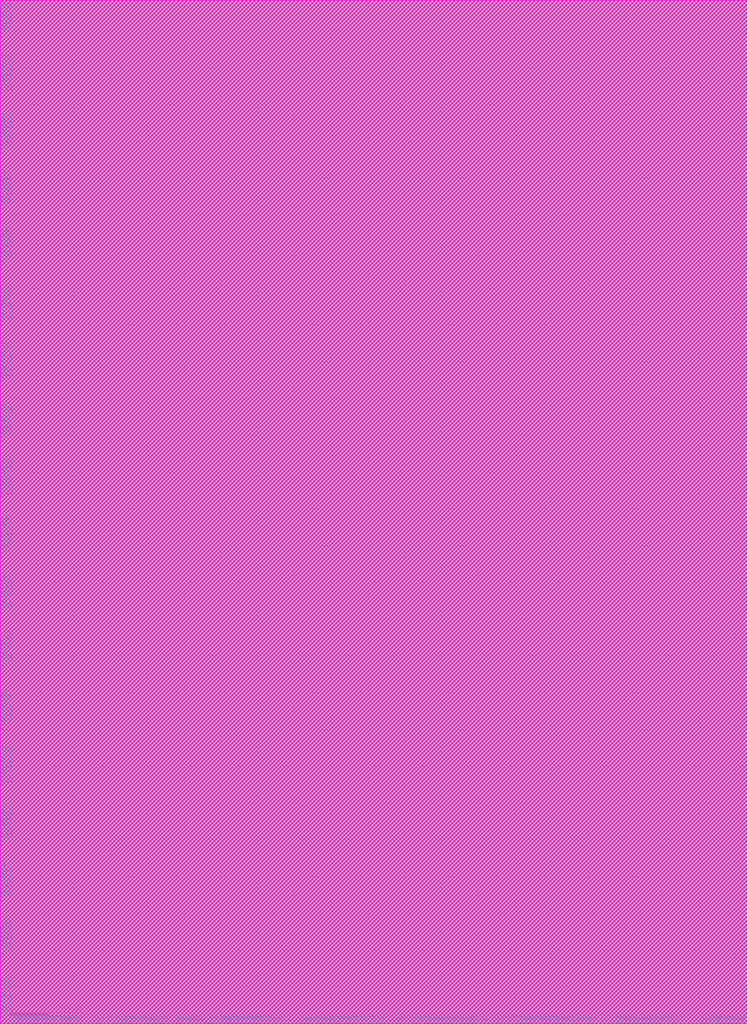
<source format=lef>
# 
#              Synchronous High Speed Single Port SRAM Compiler 
# 
#                    UMC 0.18um GenericII Logic Process
#    __________________________________________________________________________
# 
# 
#      (C) Copyright 2002-2009 Faraday Technology Corp. All Rights Reserved.
#    
#    This source code is an unpublished work belongs to Faraday Technology
#    Corp.  It is considered a trade secret and is not to be divulged or
#    used by parties who have not received written authorization from
#    Faraday Technology Corp.
#    
#    Faraday's home page can be found at:
#    http://www.faraday-tech.com/
#   
#       Module Name      : SUMA180_8192X8X4BM2
#       Words            : 8192
#       Bits             : 8
#       Byte-Write       : 4
#       Aspect Ratio     : 2
#       Output Loading   : 0.01  (pf)
#       Data Slew        : 0.02  (ns)
#       CK Slew          : 0.02  (ns)
#       Power Ring Width : 2  (um)
# 
# -----------------------------------------------------------------------------
# 
#       Library          : FSA0M_A
#       Memaker          : 200901.2.1
#       Date             : 2019/01/15 02:45:38
# 
# -----------------------------------------------------------------------------


NAMESCASESENSITIVE ON ;
MACRO SUMA180_8192X8X4BM2
CLASS BLOCK ;
FOREIGN SUMA180_8192X8X4BM2 0.000 0.000 ;
ORIGIN 0.000 0.000 ;
SIZE 1015.560 BY 1391.600 ;
SYMMETRY x y r90 ;
SITE core ;
PIN VCC
  DIRECTION INOUT ;
  USE POWER ;
  SHAPE ABUTMENT ;
 PORT
  LAYER ME4 ;
  RECT 1014.440 1380.180 1015.560 1383.420 ;
  LAYER ME3 ;
  RECT 1014.440 1380.180 1015.560 1383.420 ;
  LAYER ME2 ;
  RECT 1014.440 1380.180 1015.560 1383.420 ;
  LAYER ME1 ;
  RECT 1014.440 1380.180 1015.560 1383.420 ;
 END
 PORT
  LAYER ME4 ;
  RECT 1014.440 1372.340 1015.560 1375.580 ;
  LAYER ME3 ;
  RECT 1014.440 1372.340 1015.560 1375.580 ;
  LAYER ME2 ;
  RECT 1014.440 1372.340 1015.560 1375.580 ;
  LAYER ME1 ;
  RECT 1014.440 1372.340 1015.560 1375.580 ;
 END
 PORT
  LAYER ME4 ;
  RECT 1014.440 1364.500 1015.560 1367.740 ;
  LAYER ME3 ;
  RECT 1014.440 1364.500 1015.560 1367.740 ;
  LAYER ME2 ;
  RECT 1014.440 1364.500 1015.560 1367.740 ;
  LAYER ME1 ;
  RECT 1014.440 1364.500 1015.560 1367.740 ;
 END
 PORT
  LAYER ME4 ;
  RECT 1014.440 1356.660 1015.560 1359.900 ;
  LAYER ME3 ;
  RECT 1014.440 1356.660 1015.560 1359.900 ;
  LAYER ME2 ;
  RECT 1014.440 1356.660 1015.560 1359.900 ;
  LAYER ME1 ;
  RECT 1014.440 1356.660 1015.560 1359.900 ;
 END
 PORT
  LAYER ME4 ;
  RECT 1014.440 1348.820 1015.560 1352.060 ;
  LAYER ME3 ;
  RECT 1014.440 1348.820 1015.560 1352.060 ;
  LAYER ME2 ;
  RECT 1014.440 1348.820 1015.560 1352.060 ;
  LAYER ME1 ;
  RECT 1014.440 1348.820 1015.560 1352.060 ;
 END
 PORT
  LAYER ME4 ;
  RECT 1014.440 1340.980 1015.560 1344.220 ;
  LAYER ME3 ;
  RECT 1014.440 1340.980 1015.560 1344.220 ;
  LAYER ME2 ;
  RECT 1014.440 1340.980 1015.560 1344.220 ;
  LAYER ME1 ;
  RECT 1014.440 1340.980 1015.560 1344.220 ;
 END
 PORT
  LAYER ME4 ;
  RECT 1014.440 1301.780 1015.560 1305.020 ;
  LAYER ME3 ;
  RECT 1014.440 1301.780 1015.560 1305.020 ;
  LAYER ME2 ;
  RECT 1014.440 1301.780 1015.560 1305.020 ;
  LAYER ME1 ;
  RECT 1014.440 1301.780 1015.560 1305.020 ;
 END
 PORT
  LAYER ME4 ;
  RECT 1014.440 1293.940 1015.560 1297.180 ;
  LAYER ME3 ;
  RECT 1014.440 1293.940 1015.560 1297.180 ;
  LAYER ME2 ;
  RECT 1014.440 1293.940 1015.560 1297.180 ;
  LAYER ME1 ;
  RECT 1014.440 1293.940 1015.560 1297.180 ;
 END
 PORT
  LAYER ME4 ;
  RECT 1014.440 1286.100 1015.560 1289.340 ;
  LAYER ME3 ;
  RECT 1014.440 1286.100 1015.560 1289.340 ;
  LAYER ME2 ;
  RECT 1014.440 1286.100 1015.560 1289.340 ;
  LAYER ME1 ;
  RECT 1014.440 1286.100 1015.560 1289.340 ;
 END
 PORT
  LAYER ME4 ;
  RECT 1014.440 1278.260 1015.560 1281.500 ;
  LAYER ME3 ;
  RECT 1014.440 1278.260 1015.560 1281.500 ;
  LAYER ME2 ;
  RECT 1014.440 1278.260 1015.560 1281.500 ;
  LAYER ME1 ;
  RECT 1014.440 1278.260 1015.560 1281.500 ;
 END
 PORT
  LAYER ME4 ;
  RECT 1014.440 1270.420 1015.560 1273.660 ;
  LAYER ME3 ;
  RECT 1014.440 1270.420 1015.560 1273.660 ;
  LAYER ME2 ;
  RECT 1014.440 1270.420 1015.560 1273.660 ;
  LAYER ME1 ;
  RECT 1014.440 1270.420 1015.560 1273.660 ;
 END
 PORT
  LAYER ME4 ;
  RECT 1014.440 1262.580 1015.560 1265.820 ;
  LAYER ME3 ;
  RECT 1014.440 1262.580 1015.560 1265.820 ;
  LAYER ME2 ;
  RECT 1014.440 1262.580 1015.560 1265.820 ;
  LAYER ME1 ;
  RECT 1014.440 1262.580 1015.560 1265.820 ;
 END
 PORT
  LAYER ME4 ;
  RECT 1014.440 1223.380 1015.560 1226.620 ;
  LAYER ME3 ;
  RECT 1014.440 1223.380 1015.560 1226.620 ;
  LAYER ME2 ;
  RECT 1014.440 1223.380 1015.560 1226.620 ;
  LAYER ME1 ;
  RECT 1014.440 1223.380 1015.560 1226.620 ;
 END
 PORT
  LAYER ME4 ;
  RECT 1014.440 1215.540 1015.560 1218.780 ;
  LAYER ME3 ;
  RECT 1014.440 1215.540 1015.560 1218.780 ;
  LAYER ME2 ;
  RECT 1014.440 1215.540 1015.560 1218.780 ;
  LAYER ME1 ;
  RECT 1014.440 1215.540 1015.560 1218.780 ;
 END
 PORT
  LAYER ME4 ;
  RECT 1014.440 1207.700 1015.560 1210.940 ;
  LAYER ME3 ;
  RECT 1014.440 1207.700 1015.560 1210.940 ;
  LAYER ME2 ;
  RECT 1014.440 1207.700 1015.560 1210.940 ;
  LAYER ME1 ;
  RECT 1014.440 1207.700 1015.560 1210.940 ;
 END
 PORT
  LAYER ME4 ;
  RECT 1014.440 1199.860 1015.560 1203.100 ;
  LAYER ME3 ;
  RECT 1014.440 1199.860 1015.560 1203.100 ;
  LAYER ME2 ;
  RECT 1014.440 1199.860 1015.560 1203.100 ;
  LAYER ME1 ;
  RECT 1014.440 1199.860 1015.560 1203.100 ;
 END
 PORT
  LAYER ME4 ;
  RECT 1014.440 1192.020 1015.560 1195.260 ;
  LAYER ME3 ;
  RECT 1014.440 1192.020 1015.560 1195.260 ;
  LAYER ME2 ;
  RECT 1014.440 1192.020 1015.560 1195.260 ;
  LAYER ME1 ;
  RECT 1014.440 1192.020 1015.560 1195.260 ;
 END
 PORT
  LAYER ME4 ;
  RECT 1014.440 1184.180 1015.560 1187.420 ;
  LAYER ME3 ;
  RECT 1014.440 1184.180 1015.560 1187.420 ;
  LAYER ME2 ;
  RECT 1014.440 1184.180 1015.560 1187.420 ;
  LAYER ME1 ;
  RECT 1014.440 1184.180 1015.560 1187.420 ;
 END
 PORT
  LAYER ME4 ;
  RECT 1014.440 1144.980 1015.560 1148.220 ;
  LAYER ME3 ;
  RECT 1014.440 1144.980 1015.560 1148.220 ;
  LAYER ME2 ;
  RECT 1014.440 1144.980 1015.560 1148.220 ;
  LAYER ME1 ;
  RECT 1014.440 1144.980 1015.560 1148.220 ;
 END
 PORT
  LAYER ME4 ;
  RECT 1014.440 1137.140 1015.560 1140.380 ;
  LAYER ME3 ;
  RECT 1014.440 1137.140 1015.560 1140.380 ;
  LAYER ME2 ;
  RECT 1014.440 1137.140 1015.560 1140.380 ;
  LAYER ME1 ;
  RECT 1014.440 1137.140 1015.560 1140.380 ;
 END
 PORT
  LAYER ME4 ;
  RECT 1014.440 1129.300 1015.560 1132.540 ;
  LAYER ME3 ;
  RECT 1014.440 1129.300 1015.560 1132.540 ;
  LAYER ME2 ;
  RECT 1014.440 1129.300 1015.560 1132.540 ;
  LAYER ME1 ;
  RECT 1014.440 1129.300 1015.560 1132.540 ;
 END
 PORT
  LAYER ME4 ;
  RECT 1014.440 1121.460 1015.560 1124.700 ;
  LAYER ME3 ;
  RECT 1014.440 1121.460 1015.560 1124.700 ;
  LAYER ME2 ;
  RECT 1014.440 1121.460 1015.560 1124.700 ;
  LAYER ME1 ;
  RECT 1014.440 1121.460 1015.560 1124.700 ;
 END
 PORT
  LAYER ME4 ;
  RECT 1014.440 1113.620 1015.560 1116.860 ;
  LAYER ME3 ;
  RECT 1014.440 1113.620 1015.560 1116.860 ;
  LAYER ME2 ;
  RECT 1014.440 1113.620 1015.560 1116.860 ;
  LAYER ME1 ;
  RECT 1014.440 1113.620 1015.560 1116.860 ;
 END
 PORT
  LAYER ME4 ;
  RECT 1014.440 1105.780 1015.560 1109.020 ;
  LAYER ME3 ;
  RECT 1014.440 1105.780 1015.560 1109.020 ;
  LAYER ME2 ;
  RECT 1014.440 1105.780 1015.560 1109.020 ;
  LAYER ME1 ;
  RECT 1014.440 1105.780 1015.560 1109.020 ;
 END
 PORT
  LAYER ME4 ;
  RECT 1014.440 1066.580 1015.560 1069.820 ;
  LAYER ME3 ;
  RECT 1014.440 1066.580 1015.560 1069.820 ;
  LAYER ME2 ;
  RECT 1014.440 1066.580 1015.560 1069.820 ;
  LAYER ME1 ;
  RECT 1014.440 1066.580 1015.560 1069.820 ;
 END
 PORT
  LAYER ME4 ;
  RECT 1014.440 1058.740 1015.560 1061.980 ;
  LAYER ME3 ;
  RECT 1014.440 1058.740 1015.560 1061.980 ;
  LAYER ME2 ;
  RECT 1014.440 1058.740 1015.560 1061.980 ;
  LAYER ME1 ;
  RECT 1014.440 1058.740 1015.560 1061.980 ;
 END
 PORT
  LAYER ME4 ;
  RECT 1014.440 1050.900 1015.560 1054.140 ;
  LAYER ME3 ;
  RECT 1014.440 1050.900 1015.560 1054.140 ;
  LAYER ME2 ;
  RECT 1014.440 1050.900 1015.560 1054.140 ;
  LAYER ME1 ;
  RECT 1014.440 1050.900 1015.560 1054.140 ;
 END
 PORT
  LAYER ME4 ;
  RECT 1014.440 1043.060 1015.560 1046.300 ;
  LAYER ME3 ;
  RECT 1014.440 1043.060 1015.560 1046.300 ;
  LAYER ME2 ;
  RECT 1014.440 1043.060 1015.560 1046.300 ;
  LAYER ME1 ;
  RECT 1014.440 1043.060 1015.560 1046.300 ;
 END
 PORT
  LAYER ME4 ;
  RECT 1014.440 1035.220 1015.560 1038.460 ;
  LAYER ME3 ;
  RECT 1014.440 1035.220 1015.560 1038.460 ;
  LAYER ME2 ;
  RECT 1014.440 1035.220 1015.560 1038.460 ;
  LAYER ME1 ;
  RECT 1014.440 1035.220 1015.560 1038.460 ;
 END
 PORT
  LAYER ME4 ;
  RECT 1014.440 1027.380 1015.560 1030.620 ;
  LAYER ME3 ;
  RECT 1014.440 1027.380 1015.560 1030.620 ;
  LAYER ME2 ;
  RECT 1014.440 1027.380 1015.560 1030.620 ;
  LAYER ME1 ;
  RECT 1014.440 1027.380 1015.560 1030.620 ;
 END
 PORT
  LAYER ME4 ;
  RECT 1014.440 988.180 1015.560 991.420 ;
  LAYER ME3 ;
  RECT 1014.440 988.180 1015.560 991.420 ;
  LAYER ME2 ;
  RECT 1014.440 988.180 1015.560 991.420 ;
  LAYER ME1 ;
  RECT 1014.440 988.180 1015.560 991.420 ;
 END
 PORT
  LAYER ME4 ;
  RECT 1014.440 980.340 1015.560 983.580 ;
  LAYER ME3 ;
  RECT 1014.440 980.340 1015.560 983.580 ;
  LAYER ME2 ;
  RECT 1014.440 980.340 1015.560 983.580 ;
  LAYER ME1 ;
  RECT 1014.440 980.340 1015.560 983.580 ;
 END
 PORT
  LAYER ME4 ;
  RECT 1014.440 972.500 1015.560 975.740 ;
  LAYER ME3 ;
  RECT 1014.440 972.500 1015.560 975.740 ;
  LAYER ME2 ;
  RECT 1014.440 972.500 1015.560 975.740 ;
  LAYER ME1 ;
  RECT 1014.440 972.500 1015.560 975.740 ;
 END
 PORT
  LAYER ME4 ;
  RECT 1014.440 964.660 1015.560 967.900 ;
  LAYER ME3 ;
  RECT 1014.440 964.660 1015.560 967.900 ;
  LAYER ME2 ;
  RECT 1014.440 964.660 1015.560 967.900 ;
  LAYER ME1 ;
  RECT 1014.440 964.660 1015.560 967.900 ;
 END
 PORT
  LAYER ME4 ;
  RECT 1014.440 956.820 1015.560 960.060 ;
  LAYER ME3 ;
  RECT 1014.440 956.820 1015.560 960.060 ;
  LAYER ME2 ;
  RECT 1014.440 956.820 1015.560 960.060 ;
  LAYER ME1 ;
  RECT 1014.440 956.820 1015.560 960.060 ;
 END
 PORT
  LAYER ME4 ;
  RECT 1014.440 948.980 1015.560 952.220 ;
  LAYER ME3 ;
  RECT 1014.440 948.980 1015.560 952.220 ;
  LAYER ME2 ;
  RECT 1014.440 948.980 1015.560 952.220 ;
  LAYER ME1 ;
  RECT 1014.440 948.980 1015.560 952.220 ;
 END
 PORT
  LAYER ME4 ;
  RECT 1014.440 909.780 1015.560 913.020 ;
  LAYER ME3 ;
  RECT 1014.440 909.780 1015.560 913.020 ;
  LAYER ME2 ;
  RECT 1014.440 909.780 1015.560 913.020 ;
  LAYER ME1 ;
  RECT 1014.440 909.780 1015.560 913.020 ;
 END
 PORT
  LAYER ME4 ;
  RECT 1014.440 901.940 1015.560 905.180 ;
  LAYER ME3 ;
  RECT 1014.440 901.940 1015.560 905.180 ;
  LAYER ME2 ;
  RECT 1014.440 901.940 1015.560 905.180 ;
  LAYER ME1 ;
  RECT 1014.440 901.940 1015.560 905.180 ;
 END
 PORT
  LAYER ME4 ;
  RECT 1014.440 894.100 1015.560 897.340 ;
  LAYER ME3 ;
  RECT 1014.440 894.100 1015.560 897.340 ;
  LAYER ME2 ;
  RECT 1014.440 894.100 1015.560 897.340 ;
  LAYER ME1 ;
  RECT 1014.440 894.100 1015.560 897.340 ;
 END
 PORT
  LAYER ME4 ;
  RECT 1014.440 886.260 1015.560 889.500 ;
  LAYER ME3 ;
  RECT 1014.440 886.260 1015.560 889.500 ;
  LAYER ME2 ;
  RECT 1014.440 886.260 1015.560 889.500 ;
  LAYER ME1 ;
  RECT 1014.440 886.260 1015.560 889.500 ;
 END
 PORT
  LAYER ME4 ;
  RECT 1014.440 878.420 1015.560 881.660 ;
  LAYER ME3 ;
  RECT 1014.440 878.420 1015.560 881.660 ;
  LAYER ME2 ;
  RECT 1014.440 878.420 1015.560 881.660 ;
  LAYER ME1 ;
  RECT 1014.440 878.420 1015.560 881.660 ;
 END
 PORT
  LAYER ME4 ;
  RECT 1014.440 870.580 1015.560 873.820 ;
  LAYER ME3 ;
  RECT 1014.440 870.580 1015.560 873.820 ;
  LAYER ME2 ;
  RECT 1014.440 870.580 1015.560 873.820 ;
  LAYER ME1 ;
  RECT 1014.440 870.580 1015.560 873.820 ;
 END
 PORT
  LAYER ME4 ;
  RECT 1014.440 831.380 1015.560 834.620 ;
  LAYER ME3 ;
  RECT 1014.440 831.380 1015.560 834.620 ;
  LAYER ME2 ;
  RECT 1014.440 831.380 1015.560 834.620 ;
  LAYER ME1 ;
  RECT 1014.440 831.380 1015.560 834.620 ;
 END
 PORT
  LAYER ME4 ;
  RECT 1014.440 823.540 1015.560 826.780 ;
  LAYER ME3 ;
  RECT 1014.440 823.540 1015.560 826.780 ;
  LAYER ME2 ;
  RECT 1014.440 823.540 1015.560 826.780 ;
  LAYER ME1 ;
  RECT 1014.440 823.540 1015.560 826.780 ;
 END
 PORT
  LAYER ME4 ;
  RECT 1014.440 815.700 1015.560 818.940 ;
  LAYER ME3 ;
  RECT 1014.440 815.700 1015.560 818.940 ;
  LAYER ME2 ;
  RECT 1014.440 815.700 1015.560 818.940 ;
  LAYER ME1 ;
  RECT 1014.440 815.700 1015.560 818.940 ;
 END
 PORT
  LAYER ME4 ;
  RECT 1014.440 807.860 1015.560 811.100 ;
  LAYER ME3 ;
  RECT 1014.440 807.860 1015.560 811.100 ;
  LAYER ME2 ;
  RECT 1014.440 807.860 1015.560 811.100 ;
  LAYER ME1 ;
  RECT 1014.440 807.860 1015.560 811.100 ;
 END
 PORT
  LAYER ME4 ;
  RECT 1014.440 800.020 1015.560 803.260 ;
  LAYER ME3 ;
  RECT 1014.440 800.020 1015.560 803.260 ;
  LAYER ME2 ;
  RECT 1014.440 800.020 1015.560 803.260 ;
  LAYER ME1 ;
  RECT 1014.440 800.020 1015.560 803.260 ;
 END
 PORT
  LAYER ME4 ;
  RECT 1014.440 792.180 1015.560 795.420 ;
  LAYER ME3 ;
  RECT 1014.440 792.180 1015.560 795.420 ;
  LAYER ME2 ;
  RECT 1014.440 792.180 1015.560 795.420 ;
  LAYER ME1 ;
  RECT 1014.440 792.180 1015.560 795.420 ;
 END
 PORT
  LAYER ME4 ;
  RECT 1014.440 752.980 1015.560 756.220 ;
  LAYER ME3 ;
  RECT 1014.440 752.980 1015.560 756.220 ;
  LAYER ME2 ;
  RECT 1014.440 752.980 1015.560 756.220 ;
  LAYER ME1 ;
  RECT 1014.440 752.980 1015.560 756.220 ;
 END
 PORT
  LAYER ME4 ;
  RECT 1014.440 745.140 1015.560 748.380 ;
  LAYER ME3 ;
  RECT 1014.440 745.140 1015.560 748.380 ;
  LAYER ME2 ;
  RECT 1014.440 745.140 1015.560 748.380 ;
  LAYER ME1 ;
  RECT 1014.440 745.140 1015.560 748.380 ;
 END
 PORT
  LAYER ME4 ;
  RECT 1014.440 737.300 1015.560 740.540 ;
  LAYER ME3 ;
  RECT 1014.440 737.300 1015.560 740.540 ;
  LAYER ME2 ;
  RECT 1014.440 737.300 1015.560 740.540 ;
  LAYER ME1 ;
  RECT 1014.440 737.300 1015.560 740.540 ;
 END
 PORT
  LAYER ME4 ;
  RECT 1014.440 729.460 1015.560 732.700 ;
  LAYER ME3 ;
  RECT 1014.440 729.460 1015.560 732.700 ;
  LAYER ME2 ;
  RECT 1014.440 729.460 1015.560 732.700 ;
  LAYER ME1 ;
  RECT 1014.440 729.460 1015.560 732.700 ;
 END
 PORT
  LAYER ME4 ;
  RECT 1014.440 721.620 1015.560 724.860 ;
  LAYER ME3 ;
  RECT 1014.440 721.620 1015.560 724.860 ;
  LAYER ME2 ;
  RECT 1014.440 721.620 1015.560 724.860 ;
  LAYER ME1 ;
  RECT 1014.440 721.620 1015.560 724.860 ;
 END
 PORT
  LAYER ME4 ;
  RECT 1014.440 713.780 1015.560 717.020 ;
  LAYER ME3 ;
  RECT 1014.440 713.780 1015.560 717.020 ;
  LAYER ME2 ;
  RECT 1014.440 713.780 1015.560 717.020 ;
  LAYER ME1 ;
  RECT 1014.440 713.780 1015.560 717.020 ;
 END
 PORT
  LAYER ME4 ;
  RECT 1014.440 674.580 1015.560 677.820 ;
  LAYER ME3 ;
  RECT 1014.440 674.580 1015.560 677.820 ;
  LAYER ME2 ;
  RECT 1014.440 674.580 1015.560 677.820 ;
  LAYER ME1 ;
  RECT 1014.440 674.580 1015.560 677.820 ;
 END
 PORT
  LAYER ME4 ;
  RECT 1014.440 666.740 1015.560 669.980 ;
  LAYER ME3 ;
  RECT 1014.440 666.740 1015.560 669.980 ;
  LAYER ME2 ;
  RECT 1014.440 666.740 1015.560 669.980 ;
  LAYER ME1 ;
  RECT 1014.440 666.740 1015.560 669.980 ;
 END
 PORT
  LAYER ME4 ;
  RECT 1014.440 658.900 1015.560 662.140 ;
  LAYER ME3 ;
  RECT 1014.440 658.900 1015.560 662.140 ;
  LAYER ME2 ;
  RECT 1014.440 658.900 1015.560 662.140 ;
  LAYER ME1 ;
  RECT 1014.440 658.900 1015.560 662.140 ;
 END
 PORT
  LAYER ME4 ;
  RECT 1014.440 651.060 1015.560 654.300 ;
  LAYER ME3 ;
  RECT 1014.440 651.060 1015.560 654.300 ;
  LAYER ME2 ;
  RECT 1014.440 651.060 1015.560 654.300 ;
  LAYER ME1 ;
  RECT 1014.440 651.060 1015.560 654.300 ;
 END
 PORT
  LAYER ME4 ;
  RECT 1014.440 643.220 1015.560 646.460 ;
  LAYER ME3 ;
  RECT 1014.440 643.220 1015.560 646.460 ;
  LAYER ME2 ;
  RECT 1014.440 643.220 1015.560 646.460 ;
  LAYER ME1 ;
  RECT 1014.440 643.220 1015.560 646.460 ;
 END
 PORT
  LAYER ME4 ;
  RECT 1014.440 635.380 1015.560 638.620 ;
  LAYER ME3 ;
  RECT 1014.440 635.380 1015.560 638.620 ;
  LAYER ME2 ;
  RECT 1014.440 635.380 1015.560 638.620 ;
  LAYER ME1 ;
  RECT 1014.440 635.380 1015.560 638.620 ;
 END
 PORT
  LAYER ME4 ;
  RECT 1014.440 596.180 1015.560 599.420 ;
  LAYER ME3 ;
  RECT 1014.440 596.180 1015.560 599.420 ;
  LAYER ME2 ;
  RECT 1014.440 596.180 1015.560 599.420 ;
  LAYER ME1 ;
  RECT 1014.440 596.180 1015.560 599.420 ;
 END
 PORT
  LAYER ME4 ;
  RECT 1014.440 588.340 1015.560 591.580 ;
  LAYER ME3 ;
  RECT 1014.440 588.340 1015.560 591.580 ;
  LAYER ME2 ;
  RECT 1014.440 588.340 1015.560 591.580 ;
  LAYER ME1 ;
  RECT 1014.440 588.340 1015.560 591.580 ;
 END
 PORT
  LAYER ME4 ;
  RECT 1014.440 580.500 1015.560 583.740 ;
  LAYER ME3 ;
  RECT 1014.440 580.500 1015.560 583.740 ;
  LAYER ME2 ;
  RECT 1014.440 580.500 1015.560 583.740 ;
  LAYER ME1 ;
  RECT 1014.440 580.500 1015.560 583.740 ;
 END
 PORT
  LAYER ME4 ;
  RECT 1014.440 572.660 1015.560 575.900 ;
  LAYER ME3 ;
  RECT 1014.440 572.660 1015.560 575.900 ;
  LAYER ME2 ;
  RECT 1014.440 572.660 1015.560 575.900 ;
  LAYER ME1 ;
  RECT 1014.440 572.660 1015.560 575.900 ;
 END
 PORT
  LAYER ME4 ;
  RECT 1014.440 564.820 1015.560 568.060 ;
  LAYER ME3 ;
  RECT 1014.440 564.820 1015.560 568.060 ;
  LAYER ME2 ;
  RECT 1014.440 564.820 1015.560 568.060 ;
  LAYER ME1 ;
  RECT 1014.440 564.820 1015.560 568.060 ;
 END
 PORT
  LAYER ME4 ;
  RECT 1014.440 556.980 1015.560 560.220 ;
  LAYER ME3 ;
  RECT 1014.440 556.980 1015.560 560.220 ;
  LAYER ME2 ;
  RECT 1014.440 556.980 1015.560 560.220 ;
  LAYER ME1 ;
  RECT 1014.440 556.980 1015.560 560.220 ;
 END
 PORT
  LAYER ME4 ;
  RECT 1014.440 517.780 1015.560 521.020 ;
  LAYER ME3 ;
  RECT 1014.440 517.780 1015.560 521.020 ;
  LAYER ME2 ;
  RECT 1014.440 517.780 1015.560 521.020 ;
  LAYER ME1 ;
  RECT 1014.440 517.780 1015.560 521.020 ;
 END
 PORT
  LAYER ME4 ;
  RECT 1014.440 509.940 1015.560 513.180 ;
  LAYER ME3 ;
  RECT 1014.440 509.940 1015.560 513.180 ;
  LAYER ME2 ;
  RECT 1014.440 509.940 1015.560 513.180 ;
  LAYER ME1 ;
  RECT 1014.440 509.940 1015.560 513.180 ;
 END
 PORT
  LAYER ME4 ;
  RECT 1014.440 502.100 1015.560 505.340 ;
  LAYER ME3 ;
  RECT 1014.440 502.100 1015.560 505.340 ;
  LAYER ME2 ;
  RECT 1014.440 502.100 1015.560 505.340 ;
  LAYER ME1 ;
  RECT 1014.440 502.100 1015.560 505.340 ;
 END
 PORT
  LAYER ME4 ;
  RECT 1014.440 494.260 1015.560 497.500 ;
  LAYER ME3 ;
  RECT 1014.440 494.260 1015.560 497.500 ;
  LAYER ME2 ;
  RECT 1014.440 494.260 1015.560 497.500 ;
  LAYER ME1 ;
  RECT 1014.440 494.260 1015.560 497.500 ;
 END
 PORT
  LAYER ME4 ;
  RECT 1014.440 486.420 1015.560 489.660 ;
  LAYER ME3 ;
  RECT 1014.440 486.420 1015.560 489.660 ;
  LAYER ME2 ;
  RECT 1014.440 486.420 1015.560 489.660 ;
  LAYER ME1 ;
  RECT 1014.440 486.420 1015.560 489.660 ;
 END
 PORT
  LAYER ME4 ;
  RECT 1014.440 478.580 1015.560 481.820 ;
  LAYER ME3 ;
  RECT 1014.440 478.580 1015.560 481.820 ;
  LAYER ME2 ;
  RECT 1014.440 478.580 1015.560 481.820 ;
  LAYER ME1 ;
  RECT 1014.440 478.580 1015.560 481.820 ;
 END
 PORT
  LAYER ME4 ;
  RECT 1014.440 439.380 1015.560 442.620 ;
  LAYER ME3 ;
  RECT 1014.440 439.380 1015.560 442.620 ;
  LAYER ME2 ;
  RECT 1014.440 439.380 1015.560 442.620 ;
  LAYER ME1 ;
  RECT 1014.440 439.380 1015.560 442.620 ;
 END
 PORT
  LAYER ME4 ;
  RECT 1014.440 431.540 1015.560 434.780 ;
  LAYER ME3 ;
  RECT 1014.440 431.540 1015.560 434.780 ;
  LAYER ME2 ;
  RECT 1014.440 431.540 1015.560 434.780 ;
  LAYER ME1 ;
  RECT 1014.440 431.540 1015.560 434.780 ;
 END
 PORT
  LAYER ME4 ;
  RECT 1014.440 423.700 1015.560 426.940 ;
  LAYER ME3 ;
  RECT 1014.440 423.700 1015.560 426.940 ;
  LAYER ME2 ;
  RECT 1014.440 423.700 1015.560 426.940 ;
  LAYER ME1 ;
  RECT 1014.440 423.700 1015.560 426.940 ;
 END
 PORT
  LAYER ME4 ;
  RECT 1014.440 415.860 1015.560 419.100 ;
  LAYER ME3 ;
  RECT 1014.440 415.860 1015.560 419.100 ;
  LAYER ME2 ;
  RECT 1014.440 415.860 1015.560 419.100 ;
  LAYER ME1 ;
  RECT 1014.440 415.860 1015.560 419.100 ;
 END
 PORT
  LAYER ME4 ;
  RECT 1014.440 408.020 1015.560 411.260 ;
  LAYER ME3 ;
  RECT 1014.440 408.020 1015.560 411.260 ;
  LAYER ME2 ;
  RECT 1014.440 408.020 1015.560 411.260 ;
  LAYER ME1 ;
  RECT 1014.440 408.020 1015.560 411.260 ;
 END
 PORT
  LAYER ME4 ;
  RECT 1014.440 400.180 1015.560 403.420 ;
  LAYER ME3 ;
  RECT 1014.440 400.180 1015.560 403.420 ;
  LAYER ME2 ;
  RECT 1014.440 400.180 1015.560 403.420 ;
  LAYER ME1 ;
  RECT 1014.440 400.180 1015.560 403.420 ;
 END
 PORT
  LAYER ME4 ;
  RECT 1014.440 360.980 1015.560 364.220 ;
  LAYER ME3 ;
  RECT 1014.440 360.980 1015.560 364.220 ;
  LAYER ME2 ;
  RECT 1014.440 360.980 1015.560 364.220 ;
  LAYER ME1 ;
  RECT 1014.440 360.980 1015.560 364.220 ;
 END
 PORT
  LAYER ME4 ;
  RECT 1014.440 353.140 1015.560 356.380 ;
  LAYER ME3 ;
  RECT 1014.440 353.140 1015.560 356.380 ;
  LAYER ME2 ;
  RECT 1014.440 353.140 1015.560 356.380 ;
  LAYER ME1 ;
  RECT 1014.440 353.140 1015.560 356.380 ;
 END
 PORT
  LAYER ME4 ;
  RECT 1014.440 345.300 1015.560 348.540 ;
  LAYER ME3 ;
  RECT 1014.440 345.300 1015.560 348.540 ;
  LAYER ME2 ;
  RECT 1014.440 345.300 1015.560 348.540 ;
  LAYER ME1 ;
  RECT 1014.440 345.300 1015.560 348.540 ;
 END
 PORT
  LAYER ME4 ;
  RECT 1014.440 337.460 1015.560 340.700 ;
  LAYER ME3 ;
  RECT 1014.440 337.460 1015.560 340.700 ;
  LAYER ME2 ;
  RECT 1014.440 337.460 1015.560 340.700 ;
  LAYER ME1 ;
  RECT 1014.440 337.460 1015.560 340.700 ;
 END
 PORT
  LAYER ME4 ;
  RECT 1014.440 329.620 1015.560 332.860 ;
  LAYER ME3 ;
  RECT 1014.440 329.620 1015.560 332.860 ;
  LAYER ME2 ;
  RECT 1014.440 329.620 1015.560 332.860 ;
  LAYER ME1 ;
  RECT 1014.440 329.620 1015.560 332.860 ;
 END
 PORT
  LAYER ME4 ;
  RECT 1014.440 321.780 1015.560 325.020 ;
  LAYER ME3 ;
  RECT 1014.440 321.780 1015.560 325.020 ;
  LAYER ME2 ;
  RECT 1014.440 321.780 1015.560 325.020 ;
  LAYER ME1 ;
  RECT 1014.440 321.780 1015.560 325.020 ;
 END
 PORT
  LAYER ME4 ;
  RECT 1014.440 282.580 1015.560 285.820 ;
  LAYER ME3 ;
  RECT 1014.440 282.580 1015.560 285.820 ;
  LAYER ME2 ;
  RECT 1014.440 282.580 1015.560 285.820 ;
  LAYER ME1 ;
  RECT 1014.440 282.580 1015.560 285.820 ;
 END
 PORT
  LAYER ME4 ;
  RECT 1014.440 274.740 1015.560 277.980 ;
  LAYER ME3 ;
  RECT 1014.440 274.740 1015.560 277.980 ;
  LAYER ME2 ;
  RECT 1014.440 274.740 1015.560 277.980 ;
  LAYER ME1 ;
  RECT 1014.440 274.740 1015.560 277.980 ;
 END
 PORT
  LAYER ME4 ;
  RECT 1014.440 266.900 1015.560 270.140 ;
  LAYER ME3 ;
  RECT 1014.440 266.900 1015.560 270.140 ;
  LAYER ME2 ;
  RECT 1014.440 266.900 1015.560 270.140 ;
  LAYER ME1 ;
  RECT 1014.440 266.900 1015.560 270.140 ;
 END
 PORT
  LAYER ME4 ;
  RECT 1014.440 259.060 1015.560 262.300 ;
  LAYER ME3 ;
  RECT 1014.440 259.060 1015.560 262.300 ;
  LAYER ME2 ;
  RECT 1014.440 259.060 1015.560 262.300 ;
  LAYER ME1 ;
  RECT 1014.440 259.060 1015.560 262.300 ;
 END
 PORT
  LAYER ME4 ;
  RECT 1014.440 251.220 1015.560 254.460 ;
  LAYER ME3 ;
  RECT 1014.440 251.220 1015.560 254.460 ;
  LAYER ME2 ;
  RECT 1014.440 251.220 1015.560 254.460 ;
  LAYER ME1 ;
  RECT 1014.440 251.220 1015.560 254.460 ;
 END
 PORT
  LAYER ME4 ;
  RECT 1014.440 243.380 1015.560 246.620 ;
  LAYER ME3 ;
  RECT 1014.440 243.380 1015.560 246.620 ;
  LAYER ME2 ;
  RECT 1014.440 243.380 1015.560 246.620 ;
  LAYER ME1 ;
  RECT 1014.440 243.380 1015.560 246.620 ;
 END
 PORT
  LAYER ME4 ;
  RECT 1014.440 204.180 1015.560 207.420 ;
  LAYER ME3 ;
  RECT 1014.440 204.180 1015.560 207.420 ;
  LAYER ME2 ;
  RECT 1014.440 204.180 1015.560 207.420 ;
  LAYER ME1 ;
  RECT 1014.440 204.180 1015.560 207.420 ;
 END
 PORT
  LAYER ME4 ;
  RECT 1014.440 196.340 1015.560 199.580 ;
  LAYER ME3 ;
  RECT 1014.440 196.340 1015.560 199.580 ;
  LAYER ME2 ;
  RECT 1014.440 196.340 1015.560 199.580 ;
  LAYER ME1 ;
  RECT 1014.440 196.340 1015.560 199.580 ;
 END
 PORT
  LAYER ME4 ;
  RECT 1014.440 188.500 1015.560 191.740 ;
  LAYER ME3 ;
  RECT 1014.440 188.500 1015.560 191.740 ;
  LAYER ME2 ;
  RECT 1014.440 188.500 1015.560 191.740 ;
  LAYER ME1 ;
  RECT 1014.440 188.500 1015.560 191.740 ;
 END
 PORT
  LAYER ME4 ;
  RECT 1014.440 180.660 1015.560 183.900 ;
  LAYER ME3 ;
  RECT 1014.440 180.660 1015.560 183.900 ;
  LAYER ME2 ;
  RECT 1014.440 180.660 1015.560 183.900 ;
  LAYER ME1 ;
  RECT 1014.440 180.660 1015.560 183.900 ;
 END
 PORT
  LAYER ME4 ;
  RECT 1014.440 172.820 1015.560 176.060 ;
  LAYER ME3 ;
  RECT 1014.440 172.820 1015.560 176.060 ;
  LAYER ME2 ;
  RECT 1014.440 172.820 1015.560 176.060 ;
  LAYER ME1 ;
  RECT 1014.440 172.820 1015.560 176.060 ;
 END
 PORT
  LAYER ME4 ;
  RECT 1014.440 164.980 1015.560 168.220 ;
  LAYER ME3 ;
  RECT 1014.440 164.980 1015.560 168.220 ;
  LAYER ME2 ;
  RECT 1014.440 164.980 1015.560 168.220 ;
  LAYER ME1 ;
  RECT 1014.440 164.980 1015.560 168.220 ;
 END
 PORT
  LAYER ME4 ;
  RECT 1014.440 125.780 1015.560 129.020 ;
  LAYER ME3 ;
  RECT 1014.440 125.780 1015.560 129.020 ;
  LAYER ME2 ;
  RECT 1014.440 125.780 1015.560 129.020 ;
  LAYER ME1 ;
  RECT 1014.440 125.780 1015.560 129.020 ;
 END
 PORT
  LAYER ME4 ;
  RECT 1014.440 117.940 1015.560 121.180 ;
  LAYER ME3 ;
  RECT 1014.440 117.940 1015.560 121.180 ;
  LAYER ME2 ;
  RECT 1014.440 117.940 1015.560 121.180 ;
  LAYER ME1 ;
  RECT 1014.440 117.940 1015.560 121.180 ;
 END
 PORT
  LAYER ME4 ;
  RECT 1014.440 110.100 1015.560 113.340 ;
  LAYER ME3 ;
  RECT 1014.440 110.100 1015.560 113.340 ;
  LAYER ME2 ;
  RECT 1014.440 110.100 1015.560 113.340 ;
  LAYER ME1 ;
  RECT 1014.440 110.100 1015.560 113.340 ;
 END
 PORT
  LAYER ME4 ;
  RECT 1014.440 102.260 1015.560 105.500 ;
  LAYER ME3 ;
  RECT 1014.440 102.260 1015.560 105.500 ;
  LAYER ME2 ;
  RECT 1014.440 102.260 1015.560 105.500 ;
  LAYER ME1 ;
  RECT 1014.440 102.260 1015.560 105.500 ;
 END
 PORT
  LAYER ME4 ;
  RECT 1014.440 94.420 1015.560 97.660 ;
  LAYER ME3 ;
  RECT 1014.440 94.420 1015.560 97.660 ;
  LAYER ME2 ;
  RECT 1014.440 94.420 1015.560 97.660 ;
  LAYER ME1 ;
  RECT 1014.440 94.420 1015.560 97.660 ;
 END
 PORT
  LAYER ME4 ;
  RECT 1014.440 86.580 1015.560 89.820 ;
  LAYER ME3 ;
  RECT 1014.440 86.580 1015.560 89.820 ;
  LAYER ME2 ;
  RECT 1014.440 86.580 1015.560 89.820 ;
  LAYER ME1 ;
  RECT 1014.440 86.580 1015.560 89.820 ;
 END
 PORT
  LAYER ME4 ;
  RECT 1014.440 47.380 1015.560 50.620 ;
  LAYER ME3 ;
  RECT 1014.440 47.380 1015.560 50.620 ;
  LAYER ME2 ;
  RECT 1014.440 47.380 1015.560 50.620 ;
  LAYER ME1 ;
  RECT 1014.440 47.380 1015.560 50.620 ;
 END
 PORT
  LAYER ME4 ;
  RECT 1014.440 39.540 1015.560 42.780 ;
  LAYER ME3 ;
  RECT 1014.440 39.540 1015.560 42.780 ;
  LAYER ME2 ;
  RECT 1014.440 39.540 1015.560 42.780 ;
  LAYER ME1 ;
  RECT 1014.440 39.540 1015.560 42.780 ;
 END
 PORT
  LAYER ME4 ;
  RECT 1014.440 31.700 1015.560 34.940 ;
  LAYER ME3 ;
  RECT 1014.440 31.700 1015.560 34.940 ;
  LAYER ME2 ;
  RECT 1014.440 31.700 1015.560 34.940 ;
  LAYER ME1 ;
  RECT 1014.440 31.700 1015.560 34.940 ;
 END
 PORT
  LAYER ME4 ;
  RECT 1014.440 23.860 1015.560 27.100 ;
  LAYER ME3 ;
  RECT 1014.440 23.860 1015.560 27.100 ;
  LAYER ME2 ;
  RECT 1014.440 23.860 1015.560 27.100 ;
  LAYER ME1 ;
  RECT 1014.440 23.860 1015.560 27.100 ;
 END
 PORT
  LAYER ME4 ;
  RECT 1014.440 16.020 1015.560 19.260 ;
  LAYER ME3 ;
  RECT 1014.440 16.020 1015.560 19.260 ;
  LAYER ME2 ;
  RECT 1014.440 16.020 1015.560 19.260 ;
  LAYER ME1 ;
  RECT 1014.440 16.020 1015.560 19.260 ;
 END
 PORT
  LAYER ME4 ;
  RECT 1014.440 8.180 1015.560 11.420 ;
  LAYER ME3 ;
  RECT 1014.440 8.180 1015.560 11.420 ;
  LAYER ME2 ;
  RECT 1014.440 8.180 1015.560 11.420 ;
  LAYER ME1 ;
  RECT 1014.440 8.180 1015.560 11.420 ;
 END
 PORT
  LAYER ME4 ;
  RECT 0.000 1380.180 1.120 1383.420 ;
  LAYER ME3 ;
  RECT 0.000 1380.180 1.120 1383.420 ;
  LAYER ME2 ;
  RECT 0.000 1380.180 1.120 1383.420 ;
  LAYER ME1 ;
  RECT 0.000 1380.180 1.120 1383.420 ;
 END
 PORT
  LAYER ME4 ;
  RECT 0.000 1372.340 1.120 1375.580 ;
  LAYER ME3 ;
  RECT 0.000 1372.340 1.120 1375.580 ;
  LAYER ME2 ;
  RECT 0.000 1372.340 1.120 1375.580 ;
  LAYER ME1 ;
  RECT 0.000 1372.340 1.120 1375.580 ;
 END
 PORT
  LAYER ME4 ;
  RECT 0.000 1364.500 1.120 1367.740 ;
  LAYER ME3 ;
  RECT 0.000 1364.500 1.120 1367.740 ;
  LAYER ME2 ;
  RECT 0.000 1364.500 1.120 1367.740 ;
  LAYER ME1 ;
  RECT 0.000 1364.500 1.120 1367.740 ;
 END
 PORT
  LAYER ME4 ;
  RECT 0.000 1356.660 1.120 1359.900 ;
  LAYER ME3 ;
  RECT 0.000 1356.660 1.120 1359.900 ;
  LAYER ME2 ;
  RECT 0.000 1356.660 1.120 1359.900 ;
  LAYER ME1 ;
  RECT 0.000 1356.660 1.120 1359.900 ;
 END
 PORT
  LAYER ME4 ;
  RECT 0.000 1348.820 1.120 1352.060 ;
  LAYER ME3 ;
  RECT 0.000 1348.820 1.120 1352.060 ;
  LAYER ME2 ;
  RECT 0.000 1348.820 1.120 1352.060 ;
  LAYER ME1 ;
  RECT 0.000 1348.820 1.120 1352.060 ;
 END
 PORT
  LAYER ME4 ;
  RECT 0.000 1340.980 1.120 1344.220 ;
  LAYER ME3 ;
  RECT 0.000 1340.980 1.120 1344.220 ;
  LAYER ME2 ;
  RECT 0.000 1340.980 1.120 1344.220 ;
  LAYER ME1 ;
  RECT 0.000 1340.980 1.120 1344.220 ;
 END
 PORT
  LAYER ME4 ;
  RECT 0.000 1301.780 1.120 1305.020 ;
  LAYER ME3 ;
  RECT 0.000 1301.780 1.120 1305.020 ;
  LAYER ME2 ;
  RECT 0.000 1301.780 1.120 1305.020 ;
  LAYER ME1 ;
  RECT 0.000 1301.780 1.120 1305.020 ;
 END
 PORT
  LAYER ME4 ;
  RECT 0.000 1293.940 1.120 1297.180 ;
  LAYER ME3 ;
  RECT 0.000 1293.940 1.120 1297.180 ;
  LAYER ME2 ;
  RECT 0.000 1293.940 1.120 1297.180 ;
  LAYER ME1 ;
  RECT 0.000 1293.940 1.120 1297.180 ;
 END
 PORT
  LAYER ME4 ;
  RECT 0.000 1286.100 1.120 1289.340 ;
  LAYER ME3 ;
  RECT 0.000 1286.100 1.120 1289.340 ;
  LAYER ME2 ;
  RECT 0.000 1286.100 1.120 1289.340 ;
  LAYER ME1 ;
  RECT 0.000 1286.100 1.120 1289.340 ;
 END
 PORT
  LAYER ME4 ;
  RECT 0.000 1278.260 1.120 1281.500 ;
  LAYER ME3 ;
  RECT 0.000 1278.260 1.120 1281.500 ;
  LAYER ME2 ;
  RECT 0.000 1278.260 1.120 1281.500 ;
  LAYER ME1 ;
  RECT 0.000 1278.260 1.120 1281.500 ;
 END
 PORT
  LAYER ME4 ;
  RECT 0.000 1270.420 1.120 1273.660 ;
  LAYER ME3 ;
  RECT 0.000 1270.420 1.120 1273.660 ;
  LAYER ME2 ;
  RECT 0.000 1270.420 1.120 1273.660 ;
  LAYER ME1 ;
  RECT 0.000 1270.420 1.120 1273.660 ;
 END
 PORT
  LAYER ME4 ;
  RECT 0.000 1262.580 1.120 1265.820 ;
  LAYER ME3 ;
  RECT 0.000 1262.580 1.120 1265.820 ;
  LAYER ME2 ;
  RECT 0.000 1262.580 1.120 1265.820 ;
  LAYER ME1 ;
  RECT 0.000 1262.580 1.120 1265.820 ;
 END
 PORT
  LAYER ME4 ;
  RECT 0.000 1223.380 1.120 1226.620 ;
  LAYER ME3 ;
  RECT 0.000 1223.380 1.120 1226.620 ;
  LAYER ME2 ;
  RECT 0.000 1223.380 1.120 1226.620 ;
  LAYER ME1 ;
  RECT 0.000 1223.380 1.120 1226.620 ;
 END
 PORT
  LAYER ME4 ;
  RECT 0.000 1215.540 1.120 1218.780 ;
  LAYER ME3 ;
  RECT 0.000 1215.540 1.120 1218.780 ;
  LAYER ME2 ;
  RECT 0.000 1215.540 1.120 1218.780 ;
  LAYER ME1 ;
  RECT 0.000 1215.540 1.120 1218.780 ;
 END
 PORT
  LAYER ME4 ;
  RECT 0.000 1207.700 1.120 1210.940 ;
  LAYER ME3 ;
  RECT 0.000 1207.700 1.120 1210.940 ;
  LAYER ME2 ;
  RECT 0.000 1207.700 1.120 1210.940 ;
  LAYER ME1 ;
  RECT 0.000 1207.700 1.120 1210.940 ;
 END
 PORT
  LAYER ME4 ;
  RECT 0.000 1199.860 1.120 1203.100 ;
  LAYER ME3 ;
  RECT 0.000 1199.860 1.120 1203.100 ;
  LAYER ME2 ;
  RECT 0.000 1199.860 1.120 1203.100 ;
  LAYER ME1 ;
  RECT 0.000 1199.860 1.120 1203.100 ;
 END
 PORT
  LAYER ME4 ;
  RECT 0.000 1192.020 1.120 1195.260 ;
  LAYER ME3 ;
  RECT 0.000 1192.020 1.120 1195.260 ;
  LAYER ME2 ;
  RECT 0.000 1192.020 1.120 1195.260 ;
  LAYER ME1 ;
  RECT 0.000 1192.020 1.120 1195.260 ;
 END
 PORT
  LAYER ME4 ;
  RECT 0.000 1184.180 1.120 1187.420 ;
  LAYER ME3 ;
  RECT 0.000 1184.180 1.120 1187.420 ;
  LAYER ME2 ;
  RECT 0.000 1184.180 1.120 1187.420 ;
  LAYER ME1 ;
  RECT 0.000 1184.180 1.120 1187.420 ;
 END
 PORT
  LAYER ME4 ;
  RECT 0.000 1144.980 1.120 1148.220 ;
  LAYER ME3 ;
  RECT 0.000 1144.980 1.120 1148.220 ;
  LAYER ME2 ;
  RECT 0.000 1144.980 1.120 1148.220 ;
  LAYER ME1 ;
  RECT 0.000 1144.980 1.120 1148.220 ;
 END
 PORT
  LAYER ME4 ;
  RECT 0.000 1137.140 1.120 1140.380 ;
  LAYER ME3 ;
  RECT 0.000 1137.140 1.120 1140.380 ;
  LAYER ME2 ;
  RECT 0.000 1137.140 1.120 1140.380 ;
  LAYER ME1 ;
  RECT 0.000 1137.140 1.120 1140.380 ;
 END
 PORT
  LAYER ME4 ;
  RECT 0.000 1129.300 1.120 1132.540 ;
  LAYER ME3 ;
  RECT 0.000 1129.300 1.120 1132.540 ;
  LAYER ME2 ;
  RECT 0.000 1129.300 1.120 1132.540 ;
  LAYER ME1 ;
  RECT 0.000 1129.300 1.120 1132.540 ;
 END
 PORT
  LAYER ME4 ;
  RECT 0.000 1121.460 1.120 1124.700 ;
  LAYER ME3 ;
  RECT 0.000 1121.460 1.120 1124.700 ;
  LAYER ME2 ;
  RECT 0.000 1121.460 1.120 1124.700 ;
  LAYER ME1 ;
  RECT 0.000 1121.460 1.120 1124.700 ;
 END
 PORT
  LAYER ME4 ;
  RECT 0.000 1113.620 1.120 1116.860 ;
  LAYER ME3 ;
  RECT 0.000 1113.620 1.120 1116.860 ;
  LAYER ME2 ;
  RECT 0.000 1113.620 1.120 1116.860 ;
  LAYER ME1 ;
  RECT 0.000 1113.620 1.120 1116.860 ;
 END
 PORT
  LAYER ME4 ;
  RECT 0.000 1105.780 1.120 1109.020 ;
  LAYER ME3 ;
  RECT 0.000 1105.780 1.120 1109.020 ;
  LAYER ME2 ;
  RECT 0.000 1105.780 1.120 1109.020 ;
  LAYER ME1 ;
  RECT 0.000 1105.780 1.120 1109.020 ;
 END
 PORT
  LAYER ME4 ;
  RECT 0.000 1066.580 1.120 1069.820 ;
  LAYER ME3 ;
  RECT 0.000 1066.580 1.120 1069.820 ;
  LAYER ME2 ;
  RECT 0.000 1066.580 1.120 1069.820 ;
  LAYER ME1 ;
  RECT 0.000 1066.580 1.120 1069.820 ;
 END
 PORT
  LAYER ME4 ;
  RECT 0.000 1058.740 1.120 1061.980 ;
  LAYER ME3 ;
  RECT 0.000 1058.740 1.120 1061.980 ;
  LAYER ME2 ;
  RECT 0.000 1058.740 1.120 1061.980 ;
  LAYER ME1 ;
  RECT 0.000 1058.740 1.120 1061.980 ;
 END
 PORT
  LAYER ME4 ;
  RECT 0.000 1050.900 1.120 1054.140 ;
  LAYER ME3 ;
  RECT 0.000 1050.900 1.120 1054.140 ;
  LAYER ME2 ;
  RECT 0.000 1050.900 1.120 1054.140 ;
  LAYER ME1 ;
  RECT 0.000 1050.900 1.120 1054.140 ;
 END
 PORT
  LAYER ME4 ;
  RECT 0.000 1043.060 1.120 1046.300 ;
  LAYER ME3 ;
  RECT 0.000 1043.060 1.120 1046.300 ;
  LAYER ME2 ;
  RECT 0.000 1043.060 1.120 1046.300 ;
  LAYER ME1 ;
  RECT 0.000 1043.060 1.120 1046.300 ;
 END
 PORT
  LAYER ME4 ;
  RECT 0.000 1035.220 1.120 1038.460 ;
  LAYER ME3 ;
  RECT 0.000 1035.220 1.120 1038.460 ;
  LAYER ME2 ;
  RECT 0.000 1035.220 1.120 1038.460 ;
  LAYER ME1 ;
  RECT 0.000 1035.220 1.120 1038.460 ;
 END
 PORT
  LAYER ME4 ;
  RECT 0.000 1027.380 1.120 1030.620 ;
  LAYER ME3 ;
  RECT 0.000 1027.380 1.120 1030.620 ;
  LAYER ME2 ;
  RECT 0.000 1027.380 1.120 1030.620 ;
  LAYER ME1 ;
  RECT 0.000 1027.380 1.120 1030.620 ;
 END
 PORT
  LAYER ME4 ;
  RECT 0.000 988.180 1.120 991.420 ;
  LAYER ME3 ;
  RECT 0.000 988.180 1.120 991.420 ;
  LAYER ME2 ;
  RECT 0.000 988.180 1.120 991.420 ;
  LAYER ME1 ;
  RECT 0.000 988.180 1.120 991.420 ;
 END
 PORT
  LAYER ME4 ;
  RECT 0.000 980.340 1.120 983.580 ;
  LAYER ME3 ;
  RECT 0.000 980.340 1.120 983.580 ;
  LAYER ME2 ;
  RECT 0.000 980.340 1.120 983.580 ;
  LAYER ME1 ;
  RECT 0.000 980.340 1.120 983.580 ;
 END
 PORT
  LAYER ME4 ;
  RECT 0.000 972.500 1.120 975.740 ;
  LAYER ME3 ;
  RECT 0.000 972.500 1.120 975.740 ;
  LAYER ME2 ;
  RECT 0.000 972.500 1.120 975.740 ;
  LAYER ME1 ;
  RECT 0.000 972.500 1.120 975.740 ;
 END
 PORT
  LAYER ME4 ;
  RECT 0.000 964.660 1.120 967.900 ;
  LAYER ME3 ;
  RECT 0.000 964.660 1.120 967.900 ;
  LAYER ME2 ;
  RECT 0.000 964.660 1.120 967.900 ;
  LAYER ME1 ;
  RECT 0.000 964.660 1.120 967.900 ;
 END
 PORT
  LAYER ME4 ;
  RECT 0.000 956.820 1.120 960.060 ;
  LAYER ME3 ;
  RECT 0.000 956.820 1.120 960.060 ;
  LAYER ME2 ;
  RECT 0.000 956.820 1.120 960.060 ;
  LAYER ME1 ;
  RECT 0.000 956.820 1.120 960.060 ;
 END
 PORT
  LAYER ME4 ;
  RECT 0.000 948.980 1.120 952.220 ;
  LAYER ME3 ;
  RECT 0.000 948.980 1.120 952.220 ;
  LAYER ME2 ;
  RECT 0.000 948.980 1.120 952.220 ;
  LAYER ME1 ;
  RECT 0.000 948.980 1.120 952.220 ;
 END
 PORT
  LAYER ME4 ;
  RECT 0.000 909.780 1.120 913.020 ;
  LAYER ME3 ;
  RECT 0.000 909.780 1.120 913.020 ;
  LAYER ME2 ;
  RECT 0.000 909.780 1.120 913.020 ;
  LAYER ME1 ;
  RECT 0.000 909.780 1.120 913.020 ;
 END
 PORT
  LAYER ME4 ;
  RECT 0.000 901.940 1.120 905.180 ;
  LAYER ME3 ;
  RECT 0.000 901.940 1.120 905.180 ;
  LAYER ME2 ;
  RECT 0.000 901.940 1.120 905.180 ;
  LAYER ME1 ;
  RECT 0.000 901.940 1.120 905.180 ;
 END
 PORT
  LAYER ME4 ;
  RECT 0.000 894.100 1.120 897.340 ;
  LAYER ME3 ;
  RECT 0.000 894.100 1.120 897.340 ;
  LAYER ME2 ;
  RECT 0.000 894.100 1.120 897.340 ;
  LAYER ME1 ;
  RECT 0.000 894.100 1.120 897.340 ;
 END
 PORT
  LAYER ME4 ;
  RECT 0.000 886.260 1.120 889.500 ;
  LAYER ME3 ;
  RECT 0.000 886.260 1.120 889.500 ;
  LAYER ME2 ;
  RECT 0.000 886.260 1.120 889.500 ;
  LAYER ME1 ;
  RECT 0.000 886.260 1.120 889.500 ;
 END
 PORT
  LAYER ME4 ;
  RECT 0.000 878.420 1.120 881.660 ;
  LAYER ME3 ;
  RECT 0.000 878.420 1.120 881.660 ;
  LAYER ME2 ;
  RECT 0.000 878.420 1.120 881.660 ;
  LAYER ME1 ;
  RECT 0.000 878.420 1.120 881.660 ;
 END
 PORT
  LAYER ME4 ;
  RECT 0.000 870.580 1.120 873.820 ;
  LAYER ME3 ;
  RECT 0.000 870.580 1.120 873.820 ;
  LAYER ME2 ;
  RECT 0.000 870.580 1.120 873.820 ;
  LAYER ME1 ;
  RECT 0.000 870.580 1.120 873.820 ;
 END
 PORT
  LAYER ME4 ;
  RECT 0.000 831.380 1.120 834.620 ;
  LAYER ME3 ;
  RECT 0.000 831.380 1.120 834.620 ;
  LAYER ME2 ;
  RECT 0.000 831.380 1.120 834.620 ;
  LAYER ME1 ;
  RECT 0.000 831.380 1.120 834.620 ;
 END
 PORT
  LAYER ME4 ;
  RECT 0.000 823.540 1.120 826.780 ;
  LAYER ME3 ;
  RECT 0.000 823.540 1.120 826.780 ;
  LAYER ME2 ;
  RECT 0.000 823.540 1.120 826.780 ;
  LAYER ME1 ;
  RECT 0.000 823.540 1.120 826.780 ;
 END
 PORT
  LAYER ME4 ;
  RECT 0.000 815.700 1.120 818.940 ;
  LAYER ME3 ;
  RECT 0.000 815.700 1.120 818.940 ;
  LAYER ME2 ;
  RECT 0.000 815.700 1.120 818.940 ;
  LAYER ME1 ;
  RECT 0.000 815.700 1.120 818.940 ;
 END
 PORT
  LAYER ME4 ;
  RECT 0.000 807.860 1.120 811.100 ;
  LAYER ME3 ;
  RECT 0.000 807.860 1.120 811.100 ;
  LAYER ME2 ;
  RECT 0.000 807.860 1.120 811.100 ;
  LAYER ME1 ;
  RECT 0.000 807.860 1.120 811.100 ;
 END
 PORT
  LAYER ME4 ;
  RECT 0.000 800.020 1.120 803.260 ;
  LAYER ME3 ;
  RECT 0.000 800.020 1.120 803.260 ;
  LAYER ME2 ;
  RECT 0.000 800.020 1.120 803.260 ;
  LAYER ME1 ;
  RECT 0.000 800.020 1.120 803.260 ;
 END
 PORT
  LAYER ME4 ;
  RECT 0.000 792.180 1.120 795.420 ;
  LAYER ME3 ;
  RECT 0.000 792.180 1.120 795.420 ;
  LAYER ME2 ;
  RECT 0.000 792.180 1.120 795.420 ;
  LAYER ME1 ;
  RECT 0.000 792.180 1.120 795.420 ;
 END
 PORT
  LAYER ME4 ;
  RECT 0.000 752.980 1.120 756.220 ;
  LAYER ME3 ;
  RECT 0.000 752.980 1.120 756.220 ;
  LAYER ME2 ;
  RECT 0.000 752.980 1.120 756.220 ;
  LAYER ME1 ;
  RECT 0.000 752.980 1.120 756.220 ;
 END
 PORT
  LAYER ME4 ;
  RECT 0.000 745.140 1.120 748.380 ;
  LAYER ME3 ;
  RECT 0.000 745.140 1.120 748.380 ;
  LAYER ME2 ;
  RECT 0.000 745.140 1.120 748.380 ;
  LAYER ME1 ;
  RECT 0.000 745.140 1.120 748.380 ;
 END
 PORT
  LAYER ME4 ;
  RECT 0.000 737.300 1.120 740.540 ;
  LAYER ME3 ;
  RECT 0.000 737.300 1.120 740.540 ;
  LAYER ME2 ;
  RECT 0.000 737.300 1.120 740.540 ;
  LAYER ME1 ;
  RECT 0.000 737.300 1.120 740.540 ;
 END
 PORT
  LAYER ME4 ;
  RECT 0.000 729.460 1.120 732.700 ;
  LAYER ME3 ;
  RECT 0.000 729.460 1.120 732.700 ;
  LAYER ME2 ;
  RECT 0.000 729.460 1.120 732.700 ;
  LAYER ME1 ;
  RECT 0.000 729.460 1.120 732.700 ;
 END
 PORT
  LAYER ME4 ;
  RECT 0.000 721.620 1.120 724.860 ;
  LAYER ME3 ;
  RECT 0.000 721.620 1.120 724.860 ;
  LAYER ME2 ;
  RECT 0.000 721.620 1.120 724.860 ;
  LAYER ME1 ;
  RECT 0.000 721.620 1.120 724.860 ;
 END
 PORT
  LAYER ME4 ;
  RECT 0.000 713.780 1.120 717.020 ;
  LAYER ME3 ;
  RECT 0.000 713.780 1.120 717.020 ;
  LAYER ME2 ;
  RECT 0.000 713.780 1.120 717.020 ;
  LAYER ME1 ;
  RECT 0.000 713.780 1.120 717.020 ;
 END
 PORT
  LAYER ME4 ;
  RECT 0.000 674.580 1.120 677.820 ;
  LAYER ME3 ;
  RECT 0.000 674.580 1.120 677.820 ;
  LAYER ME2 ;
  RECT 0.000 674.580 1.120 677.820 ;
  LAYER ME1 ;
  RECT 0.000 674.580 1.120 677.820 ;
 END
 PORT
  LAYER ME4 ;
  RECT 0.000 666.740 1.120 669.980 ;
  LAYER ME3 ;
  RECT 0.000 666.740 1.120 669.980 ;
  LAYER ME2 ;
  RECT 0.000 666.740 1.120 669.980 ;
  LAYER ME1 ;
  RECT 0.000 666.740 1.120 669.980 ;
 END
 PORT
  LAYER ME4 ;
  RECT 0.000 658.900 1.120 662.140 ;
  LAYER ME3 ;
  RECT 0.000 658.900 1.120 662.140 ;
  LAYER ME2 ;
  RECT 0.000 658.900 1.120 662.140 ;
  LAYER ME1 ;
  RECT 0.000 658.900 1.120 662.140 ;
 END
 PORT
  LAYER ME4 ;
  RECT 0.000 651.060 1.120 654.300 ;
  LAYER ME3 ;
  RECT 0.000 651.060 1.120 654.300 ;
  LAYER ME2 ;
  RECT 0.000 651.060 1.120 654.300 ;
  LAYER ME1 ;
  RECT 0.000 651.060 1.120 654.300 ;
 END
 PORT
  LAYER ME4 ;
  RECT 0.000 643.220 1.120 646.460 ;
  LAYER ME3 ;
  RECT 0.000 643.220 1.120 646.460 ;
  LAYER ME2 ;
  RECT 0.000 643.220 1.120 646.460 ;
  LAYER ME1 ;
  RECT 0.000 643.220 1.120 646.460 ;
 END
 PORT
  LAYER ME4 ;
  RECT 0.000 635.380 1.120 638.620 ;
  LAYER ME3 ;
  RECT 0.000 635.380 1.120 638.620 ;
  LAYER ME2 ;
  RECT 0.000 635.380 1.120 638.620 ;
  LAYER ME1 ;
  RECT 0.000 635.380 1.120 638.620 ;
 END
 PORT
  LAYER ME4 ;
  RECT 0.000 596.180 1.120 599.420 ;
  LAYER ME3 ;
  RECT 0.000 596.180 1.120 599.420 ;
  LAYER ME2 ;
  RECT 0.000 596.180 1.120 599.420 ;
  LAYER ME1 ;
  RECT 0.000 596.180 1.120 599.420 ;
 END
 PORT
  LAYER ME4 ;
  RECT 0.000 588.340 1.120 591.580 ;
  LAYER ME3 ;
  RECT 0.000 588.340 1.120 591.580 ;
  LAYER ME2 ;
  RECT 0.000 588.340 1.120 591.580 ;
  LAYER ME1 ;
  RECT 0.000 588.340 1.120 591.580 ;
 END
 PORT
  LAYER ME4 ;
  RECT 0.000 580.500 1.120 583.740 ;
  LAYER ME3 ;
  RECT 0.000 580.500 1.120 583.740 ;
  LAYER ME2 ;
  RECT 0.000 580.500 1.120 583.740 ;
  LAYER ME1 ;
  RECT 0.000 580.500 1.120 583.740 ;
 END
 PORT
  LAYER ME4 ;
  RECT 0.000 572.660 1.120 575.900 ;
  LAYER ME3 ;
  RECT 0.000 572.660 1.120 575.900 ;
  LAYER ME2 ;
  RECT 0.000 572.660 1.120 575.900 ;
  LAYER ME1 ;
  RECT 0.000 572.660 1.120 575.900 ;
 END
 PORT
  LAYER ME4 ;
  RECT 0.000 564.820 1.120 568.060 ;
  LAYER ME3 ;
  RECT 0.000 564.820 1.120 568.060 ;
  LAYER ME2 ;
  RECT 0.000 564.820 1.120 568.060 ;
  LAYER ME1 ;
  RECT 0.000 564.820 1.120 568.060 ;
 END
 PORT
  LAYER ME4 ;
  RECT 0.000 556.980 1.120 560.220 ;
  LAYER ME3 ;
  RECT 0.000 556.980 1.120 560.220 ;
  LAYER ME2 ;
  RECT 0.000 556.980 1.120 560.220 ;
  LAYER ME1 ;
  RECT 0.000 556.980 1.120 560.220 ;
 END
 PORT
  LAYER ME4 ;
  RECT 0.000 517.780 1.120 521.020 ;
  LAYER ME3 ;
  RECT 0.000 517.780 1.120 521.020 ;
  LAYER ME2 ;
  RECT 0.000 517.780 1.120 521.020 ;
  LAYER ME1 ;
  RECT 0.000 517.780 1.120 521.020 ;
 END
 PORT
  LAYER ME4 ;
  RECT 0.000 509.940 1.120 513.180 ;
  LAYER ME3 ;
  RECT 0.000 509.940 1.120 513.180 ;
  LAYER ME2 ;
  RECT 0.000 509.940 1.120 513.180 ;
  LAYER ME1 ;
  RECT 0.000 509.940 1.120 513.180 ;
 END
 PORT
  LAYER ME4 ;
  RECT 0.000 502.100 1.120 505.340 ;
  LAYER ME3 ;
  RECT 0.000 502.100 1.120 505.340 ;
  LAYER ME2 ;
  RECT 0.000 502.100 1.120 505.340 ;
  LAYER ME1 ;
  RECT 0.000 502.100 1.120 505.340 ;
 END
 PORT
  LAYER ME4 ;
  RECT 0.000 494.260 1.120 497.500 ;
  LAYER ME3 ;
  RECT 0.000 494.260 1.120 497.500 ;
  LAYER ME2 ;
  RECT 0.000 494.260 1.120 497.500 ;
  LAYER ME1 ;
  RECT 0.000 494.260 1.120 497.500 ;
 END
 PORT
  LAYER ME4 ;
  RECT 0.000 486.420 1.120 489.660 ;
  LAYER ME3 ;
  RECT 0.000 486.420 1.120 489.660 ;
  LAYER ME2 ;
  RECT 0.000 486.420 1.120 489.660 ;
  LAYER ME1 ;
  RECT 0.000 486.420 1.120 489.660 ;
 END
 PORT
  LAYER ME4 ;
  RECT 0.000 478.580 1.120 481.820 ;
  LAYER ME3 ;
  RECT 0.000 478.580 1.120 481.820 ;
  LAYER ME2 ;
  RECT 0.000 478.580 1.120 481.820 ;
  LAYER ME1 ;
  RECT 0.000 478.580 1.120 481.820 ;
 END
 PORT
  LAYER ME4 ;
  RECT 0.000 439.380 1.120 442.620 ;
  LAYER ME3 ;
  RECT 0.000 439.380 1.120 442.620 ;
  LAYER ME2 ;
  RECT 0.000 439.380 1.120 442.620 ;
  LAYER ME1 ;
  RECT 0.000 439.380 1.120 442.620 ;
 END
 PORT
  LAYER ME4 ;
  RECT 0.000 431.540 1.120 434.780 ;
  LAYER ME3 ;
  RECT 0.000 431.540 1.120 434.780 ;
  LAYER ME2 ;
  RECT 0.000 431.540 1.120 434.780 ;
  LAYER ME1 ;
  RECT 0.000 431.540 1.120 434.780 ;
 END
 PORT
  LAYER ME4 ;
  RECT 0.000 423.700 1.120 426.940 ;
  LAYER ME3 ;
  RECT 0.000 423.700 1.120 426.940 ;
  LAYER ME2 ;
  RECT 0.000 423.700 1.120 426.940 ;
  LAYER ME1 ;
  RECT 0.000 423.700 1.120 426.940 ;
 END
 PORT
  LAYER ME4 ;
  RECT 0.000 415.860 1.120 419.100 ;
  LAYER ME3 ;
  RECT 0.000 415.860 1.120 419.100 ;
  LAYER ME2 ;
  RECT 0.000 415.860 1.120 419.100 ;
  LAYER ME1 ;
  RECT 0.000 415.860 1.120 419.100 ;
 END
 PORT
  LAYER ME4 ;
  RECT 0.000 408.020 1.120 411.260 ;
  LAYER ME3 ;
  RECT 0.000 408.020 1.120 411.260 ;
  LAYER ME2 ;
  RECT 0.000 408.020 1.120 411.260 ;
  LAYER ME1 ;
  RECT 0.000 408.020 1.120 411.260 ;
 END
 PORT
  LAYER ME4 ;
  RECT 0.000 400.180 1.120 403.420 ;
  LAYER ME3 ;
  RECT 0.000 400.180 1.120 403.420 ;
  LAYER ME2 ;
  RECT 0.000 400.180 1.120 403.420 ;
  LAYER ME1 ;
  RECT 0.000 400.180 1.120 403.420 ;
 END
 PORT
  LAYER ME4 ;
  RECT 0.000 360.980 1.120 364.220 ;
  LAYER ME3 ;
  RECT 0.000 360.980 1.120 364.220 ;
  LAYER ME2 ;
  RECT 0.000 360.980 1.120 364.220 ;
  LAYER ME1 ;
  RECT 0.000 360.980 1.120 364.220 ;
 END
 PORT
  LAYER ME4 ;
  RECT 0.000 353.140 1.120 356.380 ;
  LAYER ME3 ;
  RECT 0.000 353.140 1.120 356.380 ;
  LAYER ME2 ;
  RECT 0.000 353.140 1.120 356.380 ;
  LAYER ME1 ;
  RECT 0.000 353.140 1.120 356.380 ;
 END
 PORT
  LAYER ME4 ;
  RECT 0.000 345.300 1.120 348.540 ;
  LAYER ME3 ;
  RECT 0.000 345.300 1.120 348.540 ;
  LAYER ME2 ;
  RECT 0.000 345.300 1.120 348.540 ;
  LAYER ME1 ;
  RECT 0.000 345.300 1.120 348.540 ;
 END
 PORT
  LAYER ME4 ;
  RECT 0.000 337.460 1.120 340.700 ;
  LAYER ME3 ;
  RECT 0.000 337.460 1.120 340.700 ;
  LAYER ME2 ;
  RECT 0.000 337.460 1.120 340.700 ;
  LAYER ME1 ;
  RECT 0.000 337.460 1.120 340.700 ;
 END
 PORT
  LAYER ME4 ;
  RECT 0.000 329.620 1.120 332.860 ;
  LAYER ME3 ;
  RECT 0.000 329.620 1.120 332.860 ;
  LAYER ME2 ;
  RECT 0.000 329.620 1.120 332.860 ;
  LAYER ME1 ;
  RECT 0.000 329.620 1.120 332.860 ;
 END
 PORT
  LAYER ME4 ;
  RECT 0.000 321.780 1.120 325.020 ;
  LAYER ME3 ;
  RECT 0.000 321.780 1.120 325.020 ;
  LAYER ME2 ;
  RECT 0.000 321.780 1.120 325.020 ;
  LAYER ME1 ;
  RECT 0.000 321.780 1.120 325.020 ;
 END
 PORT
  LAYER ME4 ;
  RECT 0.000 282.580 1.120 285.820 ;
  LAYER ME3 ;
  RECT 0.000 282.580 1.120 285.820 ;
  LAYER ME2 ;
  RECT 0.000 282.580 1.120 285.820 ;
  LAYER ME1 ;
  RECT 0.000 282.580 1.120 285.820 ;
 END
 PORT
  LAYER ME4 ;
  RECT 0.000 274.740 1.120 277.980 ;
  LAYER ME3 ;
  RECT 0.000 274.740 1.120 277.980 ;
  LAYER ME2 ;
  RECT 0.000 274.740 1.120 277.980 ;
  LAYER ME1 ;
  RECT 0.000 274.740 1.120 277.980 ;
 END
 PORT
  LAYER ME4 ;
  RECT 0.000 266.900 1.120 270.140 ;
  LAYER ME3 ;
  RECT 0.000 266.900 1.120 270.140 ;
  LAYER ME2 ;
  RECT 0.000 266.900 1.120 270.140 ;
  LAYER ME1 ;
  RECT 0.000 266.900 1.120 270.140 ;
 END
 PORT
  LAYER ME4 ;
  RECT 0.000 259.060 1.120 262.300 ;
  LAYER ME3 ;
  RECT 0.000 259.060 1.120 262.300 ;
  LAYER ME2 ;
  RECT 0.000 259.060 1.120 262.300 ;
  LAYER ME1 ;
  RECT 0.000 259.060 1.120 262.300 ;
 END
 PORT
  LAYER ME4 ;
  RECT 0.000 251.220 1.120 254.460 ;
  LAYER ME3 ;
  RECT 0.000 251.220 1.120 254.460 ;
  LAYER ME2 ;
  RECT 0.000 251.220 1.120 254.460 ;
  LAYER ME1 ;
  RECT 0.000 251.220 1.120 254.460 ;
 END
 PORT
  LAYER ME4 ;
  RECT 0.000 243.380 1.120 246.620 ;
  LAYER ME3 ;
  RECT 0.000 243.380 1.120 246.620 ;
  LAYER ME2 ;
  RECT 0.000 243.380 1.120 246.620 ;
  LAYER ME1 ;
  RECT 0.000 243.380 1.120 246.620 ;
 END
 PORT
  LAYER ME4 ;
  RECT 0.000 204.180 1.120 207.420 ;
  LAYER ME3 ;
  RECT 0.000 204.180 1.120 207.420 ;
  LAYER ME2 ;
  RECT 0.000 204.180 1.120 207.420 ;
  LAYER ME1 ;
  RECT 0.000 204.180 1.120 207.420 ;
 END
 PORT
  LAYER ME4 ;
  RECT 0.000 196.340 1.120 199.580 ;
  LAYER ME3 ;
  RECT 0.000 196.340 1.120 199.580 ;
  LAYER ME2 ;
  RECT 0.000 196.340 1.120 199.580 ;
  LAYER ME1 ;
  RECT 0.000 196.340 1.120 199.580 ;
 END
 PORT
  LAYER ME4 ;
  RECT 0.000 188.500 1.120 191.740 ;
  LAYER ME3 ;
  RECT 0.000 188.500 1.120 191.740 ;
  LAYER ME2 ;
  RECT 0.000 188.500 1.120 191.740 ;
  LAYER ME1 ;
  RECT 0.000 188.500 1.120 191.740 ;
 END
 PORT
  LAYER ME4 ;
  RECT 0.000 180.660 1.120 183.900 ;
  LAYER ME3 ;
  RECT 0.000 180.660 1.120 183.900 ;
  LAYER ME2 ;
  RECT 0.000 180.660 1.120 183.900 ;
  LAYER ME1 ;
  RECT 0.000 180.660 1.120 183.900 ;
 END
 PORT
  LAYER ME4 ;
  RECT 0.000 172.820 1.120 176.060 ;
  LAYER ME3 ;
  RECT 0.000 172.820 1.120 176.060 ;
  LAYER ME2 ;
  RECT 0.000 172.820 1.120 176.060 ;
  LAYER ME1 ;
  RECT 0.000 172.820 1.120 176.060 ;
 END
 PORT
  LAYER ME4 ;
  RECT 0.000 164.980 1.120 168.220 ;
  LAYER ME3 ;
  RECT 0.000 164.980 1.120 168.220 ;
  LAYER ME2 ;
  RECT 0.000 164.980 1.120 168.220 ;
  LAYER ME1 ;
  RECT 0.000 164.980 1.120 168.220 ;
 END
 PORT
  LAYER ME4 ;
  RECT 0.000 125.780 1.120 129.020 ;
  LAYER ME3 ;
  RECT 0.000 125.780 1.120 129.020 ;
  LAYER ME2 ;
  RECT 0.000 125.780 1.120 129.020 ;
  LAYER ME1 ;
  RECT 0.000 125.780 1.120 129.020 ;
 END
 PORT
  LAYER ME4 ;
  RECT 0.000 117.940 1.120 121.180 ;
  LAYER ME3 ;
  RECT 0.000 117.940 1.120 121.180 ;
  LAYER ME2 ;
  RECT 0.000 117.940 1.120 121.180 ;
  LAYER ME1 ;
  RECT 0.000 117.940 1.120 121.180 ;
 END
 PORT
  LAYER ME4 ;
  RECT 0.000 110.100 1.120 113.340 ;
  LAYER ME3 ;
  RECT 0.000 110.100 1.120 113.340 ;
  LAYER ME2 ;
  RECT 0.000 110.100 1.120 113.340 ;
  LAYER ME1 ;
  RECT 0.000 110.100 1.120 113.340 ;
 END
 PORT
  LAYER ME4 ;
  RECT 0.000 102.260 1.120 105.500 ;
  LAYER ME3 ;
  RECT 0.000 102.260 1.120 105.500 ;
  LAYER ME2 ;
  RECT 0.000 102.260 1.120 105.500 ;
  LAYER ME1 ;
  RECT 0.000 102.260 1.120 105.500 ;
 END
 PORT
  LAYER ME4 ;
  RECT 0.000 94.420 1.120 97.660 ;
  LAYER ME3 ;
  RECT 0.000 94.420 1.120 97.660 ;
  LAYER ME2 ;
  RECT 0.000 94.420 1.120 97.660 ;
  LAYER ME1 ;
  RECT 0.000 94.420 1.120 97.660 ;
 END
 PORT
  LAYER ME4 ;
  RECT 0.000 86.580 1.120 89.820 ;
  LAYER ME3 ;
  RECT 0.000 86.580 1.120 89.820 ;
  LAYER ME2 ;
  RECT 0.000 86.580 1.120 89.820 ;
  LAYER ME1 ;
  RECT 0.000 86.580 1.120 89.820 ;
 END
 PORT
  LAYER ME4 ;
  RECT 0.000 47.380 1.120 50.620 ;
  LAYER ME3 ;
  RECT 0.000 47.380 1.120 50.620 ;
  LAYER ME2 ;
  RECT 0.000 47.380 1.120 50.620 ;
  LAYER ME1 ;
  RECT 0.000 47.380 1.120 50.620 ;
 END
 PORT
  LAYER ME4 ;
  RECT 0.000 39.540 1.120 42.780 ;
  LAYER ME3 ;
  RECT 0.000 39.540 1.120 42.780 ;
  LAYER ME2 ;
  RECT 0.000 39.540 1.120 42.780 ;
  LAYER ME1 ;
  RECT 0.000 39.540 1.120 42.780 ;
 END
 PORT
  LAYER ME4 ;
  RECT 0.000 31.700 1.120 34.940 ;
  LAYER ME3 ;
  RECT 0.000 31.700 1.120 34.940 ;
  LAYER ME2 ;
  RECT 0.000 31.700 1.120 34.940 ;
  LAYER ME1 ;
  RECT 0.000 31.700 1.120 34.940 ;
 END
 PORT
  LAYER ME4 ;
  RECT 0.000 23.860 1.120 27.100 ;
  LAYER ME3 ;
  RECT 0.000 23.860 1.120 27.100 ;
  LAYER ME2 ;
  RECT 0.000 23.860 1.120 27.100 ;
  LAYER ME1 ;
  RECT 0.000 23.860 1.120 27.100 ;
 END
 PORT
  LAYER ME4 ;
  RECT 0.000 16.020 1.120 19.260 ;
  LAYER ME3 ;
  RECT 0.000 16.020 1.120 19.260 ;
  LAYER ME2 ;
  RECT 0.000 16.020 1.120 19.260 ;
  LAYER ME1 ;
  RECT 0.000 16.020 1.120 19.260 ;
 END
 PORT
  LAYER ME4 ;
  RECT 0.000 8.180 1.120 11.420 ;
  LAYER ME3 ;
  RECT 0.000 8.180 1.120 11.420 ;
  LAYER ME2 ;
  RECT 0.000 8.180 1.120 11.420 ;
  LAYER ME1 ;
  RECT 0.000 8.180 1.120 11.420 ;
 END
 PORT
  LAYER ME4 ;
  RECT 997.360 1390.480 1000.900 1391.600 ;
  LAYER ME3 ;
  RECT 997.360 1390.480 1000.900 1391.600 ;
  LAYER ME2 ;
  RECT 997.360 1390.480 1000.900 1391.600 ;
  LAYER ME1 ;
  RECT 997.360 1390.480 1000.900 1391.600 ;
 END
 PORT
  LAYER ME4 ;
  RECT 988.680 1390.480 992.220 1391.600 ;
  LAYER ME3 ;
  RECT 988.680 1390.480 992.220 1391.600 ;
  LAYER ME2 ;
  RECT 988.680 1390.480 992.220 1391.600 ;
  LAYER ME1 ;
  RECT 988.680 1390.480 992.220 1391.600 ;
 END
 PORT
  LAYER ME4 ;
  RECT 980.000 1390.480 983.540 1391.600 ;
  LAYER ME3 ;
  RECT 980.000 1390.480 983.540 1391.600 ;
  LAYER ME2 ;
  RECT 980.000 1390.480 983.540 1391.600 ;
  LAYER ME1 ;
  RECT 980.000 1390.480 983.540 1391.600 ;
 END
 PORT
  LAYER ME4 ;
  RECT 971.320 1390.480 974.860 1391.600 ;
  LAYER ME3 ;
  RECT 971.320 1390.480 974.860 1391.600 ;
  LAYER ME2 ;
  RECT 971.320 1390.480 974.860 1391.600 ;
  LAYER ME1 ;
  RECT 971.320 1390.480 974.860 1391.600 ;
 END
 PORT
  LAYER ME4 ;
  RECT 962.640 1390.480 966.180 1391.600 ;
  LAYER ME3 ;
  RECT 962.640 1390.480 966.180 1391.600 ;
  LAYER ME2 ;
  RECT 962.640 1390.480 966.180 1391.600 ;
  LAYER ME1 ;
  RECT 962.640 1390.480 966.180 1391.600 ;
 END
 PORT
  LAYER ME4 ;
  RECT 919.240 1390.480 922.780 1391.600 ;
  LAYER ME3 ;
  RECT 919.240 1390.480 922.780 1391.600 ;
  LAYER ME2 ;
  RECT 919.240 1390.480 922.780 1391.600 ;
  LAYER ME1 ;
  RECT 919.240 1390.480 922.780 1391.600 ;
 END
 PORT
  LAYER ME4 ;
  RECT 910.560 1390.480 914.100 1391.600 ;
  LAYER ME3 ;
  RECT 910.560 1390.480 914.100 1391.600 ;
  LAYER ME2 ;
  RECT 910.560 1390.480 914.100 1391.600 ;
  LAYER ME1 ;
  RECT 910.560 1390.480 914.100 1391.600 ;
 END
 PORT
  LAYER ME4 ;
  RECT 901.880 1390.480 905.420 1391.600 ;
  LAYER ME3 ;
  RECT 901.880 1390.480 905.420 1391.600 ;
  LAYER ME2 ;
  RECT 901.880 1390.480 905.420 1391.600 ;
  LAYER ME1 ;
  RECT 901.880 1390.480 905.420 1391.600 ;
 END
 PORT
  LAYER ME4 ;
  RECT 893.200 1390.480 896.740 1391.600 ;
  LAYER ME3 ;
  RECT 893.200 1390.480 896.740 1391.600 ;
  LAYER ME2 ;
  RECT 893.200 1390.480 896.740 1391.600 ;
  LAYER ME1 ;
  RECT 893.200 1390.480 896.740 1391.600 ;
 END
 PORT
  LAYER ME4 ;
  RECT 884.520 1390.480 888.060 1391.600 ;
  LAYER ME3 ;
  RECT 884.520 1390.480 888.060 1391.600 ;
  LAYER ME2 ;
  RECT 884.520 1390.480 888.060 1391.600 ;
  LAYER ME1 ;
  RECT 884.520 1390.480 888.060 1391.600 ;
 END
 PORT
  LAYER ME4 ;
  RECT 875.840 1390.480 879.380 1391.600 ;
  LAYER ME3 ;
  RECT 875.840 1390.480 879.380 1391.600 ;
  LAYER ME2 ;
  RECT 875.840 1390.480 879.380 1391.600 ;
  LAYER ME1 ;
  RECT 875.840 1390.480 879.380 1391.600 ;
 END
 PORT
  LAYER ME4 ;
  RECT 832.440 1390.480 835.980 1391.600 ;
  LAYER ME3 ;
  RECT 832.440 1390.480 835.980 1391.600 ;
  LAYER ME2 ;
  RECT 832.440 1390.480 835.980 1391.600 ;
  LAYER ME1 ;
  RECT 832.440 1390.480 835.980 1391.600 ;
 END
 PORT
  LAYER ME4 ;
  RECT 823.760 1390.480 827.300 1391.600 ;
  LAYER ME3 ;
  RECT 823.760 1390.480 827.300 1391.600 ;
  LAYER ME2 ;
  RECT 823.760 1390.480 827.300 1391.600 ;
  LAYER ME1 ;
  RECT 823.760 1390.480 827.300 1391.600 ;
 END
 PORT
  LAYER ME4 ;
  RECT 815.080 1390.480 818.620 1391.600 ;
  LAYER ME3 ;
  RECT 815.080 1390.480 818.620 1391.600 ;
  LAYER ME2 ;
  RECT 815.080 1390.480 818.620 1391.600 ;
  LAYER ME1 ;
  RECT 815.080 1390.480 818.620 1391.600 ;
 END
 PORT
  LAYER ME4 ;
  RECT 806.400 1390.480 809.940 1391.600 ;
  LAYER ME3 ;
  RECT 806.400 1390.480 809.940 1391.600 ;
  LAYER ME2 ;
  RECT 806.400 1390.480 809.940 1391.600 ;
  LAYER ME1 ;
  RECT 806.400 1390.480 809.940 1391.600 ;
 END
 PORT
  LAYER ME4 ;
  RECT 797.720 1390.480 801.260 1391.600 ;
  LAYER ME3 ;
  RECT 797.720 1390.480 801.260 1391.600 ;
  LAYER ME2 ;
  RECT 797.720 1390.480 801.260 1391.600 ;
  LAYER ME1 ;
  RECT 797.720 1390.480 801.260 1391.600 ;
 END
 PORT
  LAYER ME4 ;
  RECT 789.040 1390.480 792.580 1391.600 ;
  LAYER ME3 ;
  RECT 789.040 1390.480 792.580 1391.600 ;
  LAYER ME2 ;
  RECT 789.040 1390.480 792.580 1391.600 ;
  LAYER ME1 ;
  RECT 789.040 1390.480 792.580 1391.600 ;
 END
 PORT
  LAYER ME4 ;
  RECT 745.640 1390.480 749.180 1391.600 ;
  LAYER ME3 ;
  RECT 745.640 1390.480 749.180 1391.600 ;
  LAYER ME2 ;
  RECT 745.640 1390.480 749.180 1391.600 ;
  LAYER ME1 ;
  RECT 745.640 1390.480 749.180 1391.600 ;
 END
 PORT
  LAYER ME4 ;
  RECT 736.960 1390.480 740.500 1391.600 ;
  LAYER ME3 ;
  RECT 736.960 1390.480 740.500 1391.600 ;
  LAYER ME2 ;
  RECT 736.960 1390.480 740.500 1391.600 ;
  LAYER ME1 ;
  RECT 736.960 1390.480 740.500 1391.600 ;
 END
 PORT
  LAYER ME4 ;
  RECT 728.280 1390.480 731.820 1391.600 ;
  LAYER ME3 ;
  RECT 728.280 1390.480 731.820 1391.600 ;
  LAYER ME2 ;
  RECT 728.280 1390.480 731.820 1391.600 ;
  LAYER ME1 ;
  RECT 728.280 1390.480 731.820 1391.600 ;
 END
 PORT
  LAYER ME4 ;
  RECT 719.600 1390.480 723.140 1391.600 ;
  LAYER ME3 ;
  RECT 719.600 1390.480 723.140 1391.600 ;
  LAYER ME2 ;
  RECT 719.600 1390.480 723.140 1391.600 ;
  LAYER ME1 ;
  RECT 719.600 1390.480 723.140 1391.600 ;
 END
 PORT
  LAYER ME4 ;
  RECT 710.920 1390.480 714.460 1391.600 ;
  LAYER ME3 ;
  RECT 710.920 1390.480 714.460 1391.600 ;
  LAYER ME2 ;
  RECT 710.920 1390.480 714.460 1391.600 ;
  LAYER ME1 ;
  RECT 710.920 1390.480 714.460 1391.600 ;
 END
 PORT
  LAYER ME4 ;
  RECT 702.240 1390.480 705.780 1391.600 ;
  LAYER ME3 ;
  RECT 702.240 1390.480 705.780 1391.600 ;
  LAYER ME2 ;
  RECT 702.240 1390.480 705.780 1391.600 ;
  LAYER ME1 ;
  RECT 702.240 1390.480 705.780 1391.600 ;
 END
 PORT
  LAYER ME4 ;
  RECT 658.840 1390.480 662.380 1391.600 ;
  LAYER ME3 ;
  RECT 658.840 1390.480 662.380 1391.600 ;
  LAYER ME2 ;
  RECT 658.840 1390.480 662.380 1391.600 ;
  LAYER ME1 ;
  RECT 658.840 1390.480 662.380 1391.600 ;
 END
 PORT
  LAYER ME4 ;
  RECT 650.160 1390.480 653.700 1391.600 ;
  LAYER ME3 ;
  RECT 650.160 1390.480 653.700 1391.600 ;
  LAYER ME2 ;
  RECT 650.160 1390.480 653.700 1391.600 ;
  LAYER ME1 ;
  RECT 650.160 1390.480 653.700 1391.600 ;
 END
 PORT
  LAYER ME4 ;
  RECT 641.480 1390.480 645.020 1391.600 ;
  LAYER ME3 ;
  RECT 641.480 1390.480 645.020 1391.600 ;
  LAYER ME2 ;
  RECT 641.480 1390.480 645.020 1391.600 ;
  LAYER ME1 ;
  RECT 641.480 1390.480 645.020 1391.600 ;
 END
 PORT
  LAYER ME4 ;
  RECT 632.800 1390.480 636.340 1391.600 ;
  LAYER ME3 ;
  RECT 632.800 1390.480 636.340 1391.600 ;
  LAYER ME2 ;
  RECT 632.800 1390.480 636.340 1391.600 ;
  LAYER ME1 ;
  RECT 632.800 1390.480 636.340 1391.600 ;
 END
 PORT
  LAYER ME4 ;
  RECT 624.120 1390.480 627.660 1391.600 ;
  LAYER ME3 ;
  RECT 624.120 1390.480 627.660 1391.600 ;
  LAYER ME2 ;
  RECT 624.120 1390.480 627.660 1391.600 ;
  LAYER ME1 ;
  RECT 624.120 1390.480 627.660 1391.600 ;
 END
 PORT
  LAYER ME4 ;
  RECT 615.440 1390.480 618.980 1391.600 ;
  LAYER ME3 ;
  RECT 615.440 1390.480 618.980 1391.600 ;
  LAYER ME2 ;
  RECT 615.440 1390.480 618.980 1391.600 ;
  LAYER ME1 ;
  RECT 615.440 1390.480 618.980 1391.600 ;
 END
 PORT
  LAYER ME4 ;
  RECT 572.040 1390.480 575.580 1391.600 ;
  LAYER ME3 ;
  RECT 572.040 1390.480 575.580 1391.600 ;
  LAYER ME2 ;
  RECT 572.040 1390.480 575.580 1391.600 ;
  LAYER ME1 ;
  RECT 572.040 1390.480 575.580 1391.600 ;
 END
 PORT
  LAYER ME4 ;
  RECT 563.360 1390.480 566.900 1391.600 ;
  LAYER ME3 ;
  RECT 563.360 1390.480 566.900 1391.600 ;
  LAYER ME2 ;
  RECT 563.360 1390.480 566.900 1391.600 ;
  LAYER ME1 ;
  RECT 563.360 1390.480 566.900 1391.600 ;
 END
 PORT
  LAYER ME4 ;
  RECT 554.680 1390.480 558.220 1391.600 ;
  LAYER ME3 ;
  RECT 554.680 1390.480 558.220 1391.600 ;
  LAYER ME2 ;
  RECT 554.680 1390.480 558.220 1391.600 ;
  LAYER ME1 ;
  RECT 554.680 1390.480 558.220 1391.600 ;
 END
 PORT
  LAYER ME4 ;
  RECT 546.000 1390.480 549.540 1391.600 ;
  LAYER ME3 ;
  RECT 546.000 1390.480 549.540 1391.600 ;
  LAYER ME2 ;
  RECT 546.000 1390.480 549.540 1391.600 ;
  LAYER ME1 ;
  RECT 546.000 1390.480 549.540 1391.600 ;
 END
 PORT
  LAYER ME4 ;
  RECT 537.320 1390.480 540.860 1391.600 ;
  LAYER ME3 ;
  RECT 537.320 1390.480 540.860 1391.600 ;
  LAYER ME2 ;
  RECT 537.320 1390.480 540.860 1391.600 ;
  LAYER ME1 ;
  RECT 537.320 1390.480 540.860 1391.600 ;
 END
 PORT
  LAYER ME4 ;
  RECT 528.640 1390.480 532.180 1391.600 ;
  LAYER ME3 ;
  RECT 528.640 1390.480 532.180 1391.600 ;
  LAYER ME2 ;
  RECT 528.640 1390.480 532.180 1391.600 ;
  LAYER ME1 ;
  RECT 528.640 1390.480 532.180 1391.600 ;
 END
 PORT
  LAYER ME4 ;
  RECT 485.240 1390.480 488.780 1391.600 ;
  LAYER ME3 ;
  RECT 485.240 1390.480 488.780 1391.600 ;
  LAYER ME2 ;
  RECT 485.240 1390.480 488.780 1391.600 ;
  LAYER ME1 ;
  RECT 485.240 1390.480 488.780 1391.600 ;
 END
 PORT
  LAYER ME4 ;
  RECT 476.560 1390.480 480.100 1391.600 ;
  LAYER ME3 ;
  RECT 476.560 1390.480 480.100 1391.600 ;
  LAYER ME2 ;
  RECT 476.560 1390.480 480.100 1391.600 ;
  LAYER ME1 ;
  RECT 476.560 1390.480 480.100 1391.600 ;
 END
 PORT
  LAYER ME4 ;
  RECT 467.880 1390.480 471.420 1391.600 ;
  LAYER ME3 ;
  RECT 467.880 1390.480 471.420 1391.600 ;
  LAYER ME2 ;
  RECT 467.880 1390.480 471.420 1391.600 ;
  LAYER ME1 ;
  RECT 467.880 1390.480 471.420 1391.600 ;
 END
 PORT
  LAYER ME4 ;
  RECT 459.200 1390.480 462.740 1391.600 ;
  LAYER ME3 ;
  RECT 459.200 1390.480 462.740 1391.600 ;
  LAYER ME2 ;
  RECT 459.200 1390.480 462.740 1391.600 ;
  LAYER ME1 ;
  RECT 459.200 1390.480 462.740 1391.600 ;
 END
 PORT
  LAYER ME4 ;
  RECT 450.520 1390.480 454.060 1391.600 ;
  LAYER ME3 ;
  RECT 450.520 1390.480 454.060 1391.600 ;
  LAYER ME2 ;
  RECT 450.520 1390.480 454.060 1391.600 ;
  LAYER ME1 ;
  RECT 450.520 1390.480 454.060 1391.600 ;
 END
 PORT
  LAYER ME4 ;
  RECT 441.840 1390.480 445.380 1391.600 ;
  LAYER ME3 ;
  RECT 441.840 1390.480 445.380 1391.600 ;
  LAYER ME2 ;
  RECT 441.840 1390.480 445.380 1391.600 ;
  LAYER ME1 ;
  RECT 441.840 1390.480 445.380 1391.600 ;
 END
 PORT
  LAYER ME4 ;
  RECT 398.440 1390.480 401.980 1391.600 ;
  LAYER ME3 ;
  RECT 398.440 1390.480 401.980 1391.600 ;
  LAYER ME2 ;
  RECT 398.440 1390.480 401.980 1391.600 ;
  LAYER ME1 ;
  RECT 398.440 1390.480 401.980 1391.600 ;
 END
 PORT
  LAYER ME4 ;
  RECT 389.760 1390.480 393.300 1391.600 ;
  LAYER ME3 ;
  RECT 389.760 1390.480 393.300 1391.600 ;
  LAYER ME2 ;
  RECT 389.760 1390.480 393.300 1391.600 ;
  LAYER ME1 ;
  RECT 389.760 1390.480 393.300 1391.600 ;
 END
 PORT
  LAYER ME4 ;
  RECT 381.080 1390.480 384.620 1391.600 ;
  LAYER ME3 ;
  RECT 381.080 1390.480 384.620 1391.600 ;
  LAYER ME2 ;
  RECT 381.080 1390.480 384.620 1391.600 ;
  LAYER ME1 ;
  RECT 381.080 1390.480 384.620 1391.600 ;
 END
 PORT
  LAYER ME4 ;
  RECT 372.400 1390.480 375.940 1391.600 ;
  LAYER ME3 ;
  RECT 372.400 1390.480 375.940 1391.600 ;
  LAYER ME2 ;
  RECT 372.400 1390.480 375.940 1391.600 ;
  LAYER ME1 ;
  RECT 372.400 1390.480 375.940 1391.600 ;
 END
 PORT
  LAYER ME4 ;
  RECT 363.720 1390.480 367.260 1391.600 ;
  LAYER ME3 ;
  RECT 363.720 1390.480 367.260 1391.600 ;
  LAYER ME2 ;
  RECT 363.720 1390.480 367.260 1391.600 ;
  LAYER ME1 ;
  RECT 363.720 1390.480 367.260 1391.600 ;
 END
 PORT
  LAYER ME4 ;
  RECT 355.040 1390.480 358.580 1391.600 ;
  LAYER ME3 ;
  RECT 355.040 1390.480 358.580 1391.600 ;
  LAYER ME2 ;
  RECT 355.040 1390.480 358.580 1391.600 ;
  LAYER ME1 ;
  RECT 355.040 1390.480 358.580 1391.600 ;
 END
 PORT
  LAYER ME4 ;
  RECT 311.640 1390.480 315.180 1391.600 ;
  LAYER ME3 ;
  RECT 311.640 1390.480 315.180 1391.600 ;
  LAYER ME2 ;
  RECT 311.640 1390.480 315.180 1391.600 ;
  LAYER ME1 ;
  RECT 311.640 1390.480 315.180 1391.600 ;
 END
 PORT
  LAYER ME4 ;
  RECT 302.960 1390.480 306.500 1391.600 ;
  LAYER ME3 ;
  RECT 302.960 1390.480 306.500 1391.600 ;
  LAYER ME2 ;
  RECT 302.960 1390.480 306.500 1391.600 ;
  LAYER ME1 ;
  RECT 302.960 1390.480 306.500 1391.600 ;
 END
 PORT
  LAYER ME4 ;
  RECT 294.280 1390.480 297.820 1391.600 ;
  LAYER ME3 ;
  RECT 294.280 1390.480 297.820 1391.600 ;
  LAYER ME2 ;
  RECT 294.280 1390.480 297.820 1391.600 ;
  LAYER ME1 ;
  RECT 294.280 1390.480 297.820 1391.600 ;
 END
 PORT
  LAYER ME4 ;
  RECT 285.600 1390.480 289.140 1391.600 ;
  LAYER ME3 ;
  RECT 285.600 1390.480 289.140 1391.600 ;
  LAYER ME2 ;
  RECT 285.600 1390.480 289.140 1391.600 ;
  LAYER ME1 ;
  RECT 285.600 1390.480 289.140 1391.600 ;
 END
 PORT
  LAYER ME4 ;
  RECT 276.920 1390.480 280.460 1391.600 ;
  LAYER ME3 ;
  RECT 276.920 1390.480 280.460 1391.600 ;
  LAYER ME2 ;
  RECT 276.920 1390.480 280.460 1391.600 ;
  LAYER ME1 ;
  RECT 276.920 1390.480 280.460 1391.600 ;
 END
 PORT
  LAYER ME4 ;
  RECT 268.240 1390.480 271.780 1391.600 ;
  LAYER ME3 ;
  RECT 268.240 1390.480 271.780 1391.600 ;
  LAYER ME2 ;
  RECT 268.240 1390.480 271.780 1391.600 ;
  LAYER ME1 ;
  RECT 268.240 1390.480 271.780 1391.600 ;
 END
 PORT
  LAYER ME4 ;
  RECT 224.840 1390.480 228.380 1391.600 ;
  LAYER ME3 ;
  RECT 224.840 1390.480 228.380 1391.600 ;
  LAYER ME2 ;
  RECT 224.840 1390.480 228.380 1391.600 ;
  LAYER ME1 ;
  RECT 224.840 1390.480 228.380 1391.600 ;
 END
 PORT
  LAYER ME4 ;
  RECT 216.160 1390.480 219.700 1391.600 ;
  LAYER ME3 ;
  RECT 216.160 1390.480 219.700 1391.600 ;
  LAYER ME2 ;
  RECT 216.160 1390.480 219.700 1391.600 ;
  LAYER ME1 ;
  RECT 216.160 1390.480 219.700 1391.600 ;
 END
 PORT
  LAYER ME4 ;
  RECT 207.480 1390.480 211.020 1391.600 ;
  LAYER ME3 ;
  RECT 207.480 1390.480 211.020 1391.600 ;
  LAYER ME2 ;
  RECT 207.480 1390.480 211.020 1391.600 ;
  LAYER ME1 ;
  RECT 207.480 1390.480 211.020 1391.600 ;
 END
 PORT
  LAYER ME4 ;
  RECT 198.800 1390.480 202.340 1391.600 ;
  LAYER ME3 ;
  RECT 198.800 1390.480 202.340 1391.600 ;
  LAYER ME2 ;
  RECT 198.800 1390.480 202.340 1391.600 ;
  LAYER ME1 ;
  RECT 198.800 1390.480 202.340 1391.600 ;
 END
 PORT
  LAYER ME4 ;
  RECT 190.120 1390.480 193.660 1391.600 ;
  LAYER ME3 ;
  RECT 190.120 1390.480 193.660 1391.600 ;
  LAYER ME2 ;
  RECT 190.120 1390.480 193.660 1391.600 ;
  LAYER ME1 ;
  RECT 190.120 1390.480 193.660 1391.600 ;
 END
 PORT
  LAYER ME4 ;
  RECT 181.440 1390.480 184.980 1391.600 ;
  LAYER ME3 ;
  RECT 181.440 1390.480 184.980 1391.600 ;
  LAYER ME2 ;
  RECT 181.440 1390.480 184.980 1391.600 ;
  LAYER ME1 ;
  RECT 181.440 1390.480 184.980 1391.600 ;
 END
 PORT
  LAYER ME4 ;
  RECT 138.040 1390.480 141.580 1391.600 ;
  LAYER ME3 ;
  RECT 138.040 1390.480 141.580 1391.600 ;
  LAYER ME2 ;
  RECT 138.040 1390.480 141.580 1391.600 ;
  LAYER ME1 ;
  RECT 138.040 1390.480 141.580 1391.600 ;
 END
 PORT
  LAYER ME4 ;
  RECT 129.360 1390.480 132.900 1391.600 ;
  LAYER ME3 ;
  RECT 129.360 1390.480 132.900 1391.600 ;
  LAYER ME2 ;
  RECT 129.360 1390.480 132.900 1391.600 ;
  LAYER ME1 ;
  RECT 129.360 1390.480 132.900 1391.600 ;
 END
 PORT
  LAYER ME4 ;
  RECT 120.680 1390.480 124.220 1391.600 ;
  LAYER ME3 ;
  RECT 120.680 1390.480 124.220 1391.600 ;
  LAYER ME2 ;
  RECT 120.680 1390.480 124.220 1391.600 ;
  LAYER ME1 ;
  RECT 120.680 1390.480 124.220 1391.600 ;
 END
 PORT
  LAYER ME4 ;
  RECT 112.000 1390.480 115.540 1391.600 ;
  LAYER ME3 ;
  RECT 112.000 1390.480 115.540 1391.600 ;
  LAYER ME2 ;
  RECT 112.000 1390.480 115.540 1391.600 ;
  LAYER ME1 ;
  RECT 112.000 1390.480 115.540 1391.600 ;
 END
 PORT
  LAYER ME4 ;
  RECT 103.320 1390.480 106.860 1391.600 ;
  LAYER ME3 ;
  RECT 103.320 1390.480 106.860 1391.600 ;
  LAYER ME2 ;
  RECT 103.320 1390.480 106.860 1391.600 ;
  LAYER ME1 ;
  RECT 103.320 1390.480 106.860 1391.600 ;
 END
 PORT
  LAYER ME4 ;
  RECT 94.640 1390.480 98.180 1391.600 ;
  LAYER ME3 ;
  RECT 94.640 1390.480 98.180 1391.600 ;
  LAYER ME2 ;
  RECT 94.640 1390.480 98.180 1391.600 ;
  LAYER ME1 ;
  RECT 94.640 1390.480 98.180 1391.600 ;
 END
 PORT
  LAYER ME4 ;
  RECT 51.240 1390.480 54.780 1391.600 ;
  LAYER ME3 ;
  RECT 51.240 1390.480 54.780 1391.600 ;
  LAYER ME2 ;
  RECT 51.240 1390.480 54.780 1391.600 ;
  LAYER ME1 ;
  RECT 51.240 1390.480 54.780 1391.600 ;
 END
 PORT
  LAYER ME4 ;
  RECT 42.560 1390.480 46.100 1391.600 ;
  LAYER ME3 ;
  RECT 42.560 1390.480 46.100 1391.600 ;
  LAYER ME2 ;
  RECT 42.560 1390.480 46.100 1391.600 ;
  LAYER ME1 ;
  RECT 42.560 1390.480 46.100 1391.600 ;
 END
 PORT
  LAYER ME4 ;
  RECT 33.880 1390.480 37.420 1391.600 ;
  LAYER ME3 ;
  RECT 33.880 1390.480 37.420 1391.600 ;
  LAYER ME2 ;
  RECT 33.880 1390.480 37.420 1391.600 ;
  LAYER ME1 ;
  RECT 33.880 1390.480 37.420 1391.600 ;
 END
 PORT
  LAYER ME4 ;
  RECT 25.200 1390.480 28.740 1391.600 ;
  LAYER ME3 ;
  RECT 25.200 1390.480 28.740 1391.600 ;
  LAYER ME2 ;
  RECT 25.200 1390.480 28.740 1391.600 ;
  LAYER ME1 ;
  RECT 25.200 1390.480 28.740 1391.600 ;
 END
 PORT
  LAYER ME4 ;
  RECT 16.520 1390.480 20.060 1391.600 ;
  LAYER ME3 ;
  RECT 16.520 1390.480 20.060 1391.600 ;
  LAYER ME2 ;
  RECT 16.520 1390.480 20.060 1391.600 ;
  LAYER ME1 ;
  RECT 16.520 1390.480 20.060 1391.600 ;
 END
 PORT
  LAYER ME4 ;
  RECT 7.840 1390.480 11.380 1391.600 ;
  LAYER ME3 ;
  RECT 7.840 1390.480 11.380 1391.600 ;
  LAYER ME2 ;
  RECT 7.840 1390.480 11.380 1391.600 ;
  LAYER ME1 ;
  RECT 7.840 1390.480 11.380 1391.600 ;
 END
 PORT
  LAYER ME4 ;
  RECT 1000.460 0.000 1004.000 1.120 ;
  LAYER ME3 ;
  RECT 1000.460 0.000 1004.000 1.120 ;
  LAYER ME2 ;
  RECT 1000.460 0.000 1004.000 1.120 ;
  LAYER ME1 ;
  RECT 1000.460 0.000 1004.000 1.120 ;
 END
 PORT
  LAYER ME4 ;
  RECT 991.780 0.000 995.320 1.120 ;
  LAYER ME3 ;
  RECT 991.780 0.000 995.320 1.120 ;
  LAYER ME2 ;
  RECT 991.780 0.000 995.320 1.120 ;
  LAYER ME1 ;
  RECT 991.780 0.000 995.320 1.120 ;
 END
 PORT
  LAYER ME4 ;
  RECT 983.100 0.000 986.640 1.120 ;
  LAYER ME3 ;
  RECT 983.100 0.000 986.640 1.120 ;
  LAYER ME2 ;
  RECT 983.100 0.000 986.640 1.120 ;
  LAYER ME1 ;
  RECT 983.100 0.000 986.640 1.120 ;
 END
 PORT
  LAYER ME4 ;
  RECT 974.420 0.000 977.960 1.120 ;
  LAYER ME3 ;
  RECT 974.420 0.000 977.960 1.120 ;
  LAYER ME2 ;
  RECT 974.420 0.000 977.960 1.120 ;
  LAYER ME1 ;
  RECT 974.420 0.000 977.960 1.120 ;
 END
 PORT
  LAYER ME4 ;
  RECT 952.720 0.000 956.260 1.120 ;
  LAYER ME3 ;
  RECT 952.720 0.000 956.260 1.120 ;
  LAYER ME2 ;
  RECT 952.720 0.000 956.260 1.120 ;
  LAYER ME1 ;
  RECT 952.720 0.000 956.260 1.120 ;
 END
 PORT
  LAYER ME4 ;
  RECT 887.620 0.000 891.160 1.120 ;
  LAYER ME3 ;
  RECT 887.620 0.000 891.160 1.120 ;
  LAYER ME2 ;
  RECT 887.620 0.000 891.160 1.120 ;
  LAYER ME1 ;
  RECT 887.620 0.000 891.160 1.120 ;
 END
 PORT
  LAYER ME4 ;
  RECT 878.940 0.000 882.480 1.120 ;
  LAYER ME3 ;
  RECT 878.940 0.000 882.480 1.120 ;
  LAYER ME2 ;
  RECT 878.940 0.000 882.480 1.120 ;
  LAYER ME1 ;
  RECT 878.940 0.000 882.480 1.120 ;
 END
 PORT
  LAYER ME4 ;
  RECT 870.260 0.000 873.800 1.120 ;
  LAYER ME3 ;
  RECT 870.260 0.000 873.800 1.120 ;
  LAYER ME2 ;
  RECT 870.260 0.000 873.800 1.120 ;
  LAYER ME1 ;
  RECT 870.260 0.000 873.800 1.120 ;
 END
 PORT
  LAYER ME4 ;
  RECT 861.580 0.000 865.120 1.120 ;
  LAYER ME3 ;
  RECT 861.580 0.000 865.120 1.120 ;
  LAYER ME2 ;
  RECT 861.580 0.000 865.120 1.120 ;
  LAYER ME1 ;
  RECT 861.580 0.000 865.120 1.120 ;
 END
 PORT
  LAYER ME4 ;
  RECT 839.880 0.000 843.420 1.120 ;
  LAYER ME3 ;
  RECT 839.880 0.000 843.420 1.120 ;
  LAYER ME2 ;
  RECT 839.880 0.000 843.420 1.120 ;
  LAYER ME1 ;
  RECT 839.880 0.000 843.420 1.120 ;
 END
 PORT
  LAYER ME4 ;
  RECT 826.240 0.000 829.780 1.120 ;
  LAYER ME3 ;
  RECT 826.240 0.000 829.780 1.120 ;
  LAYER ME2 ;
  RECT 826.240 0.000 829.780 1.120 ;
  LAYER ME1 ;
  RECT 826.240 0.000 829.780 1.120 ;
 END
 PORT
  LAYER ME4 ;
  RECT 761.140 0.000 764.680 1.120 ;
  LAYER ME3 ;
  RECT 761.140 0.000 764.680 1.120 ;
  LAYER ME2 ;
  RECT 761.140 0.000 764.680 1.120 ;
  LAYER ME1 ;
  RECT 761.140 0.000 764.680 1.120 ;
 END
 PORT
  LAYER ME4 ;
  RECT 752.460 0.000 756.000 1.120 ;
  LAYER ME3 ;
  RECT 752.460 0.000 756.000 1.120 ;
  LAYER ME2 ;
  RECT 752.460 0.000 756.000 1.120 ;
  LAYER ME1 ;
  RECT 752.460 0.000 756.000 1.120 ;
 END
 PORT
  LAYER ME4 ;
  RECT 740.060 0.000 743.600 1.120 ;
  LAYER ME3 ;
  RECT 740.060 0.000 743.600 1.120 ;
  LAYER ME2 ;
  RECT 740.060 0.000 743.600 1.120 ;
  LAYER ME1 ;
  RECT 740.060 0.000 743.600 1.120 ;
 END
 PORT
  LAYER ME4 ;
  RECT 717.740 0.000 721.280 1.120 ;
  LAYER ME3 ;
  RECT 717.740 0.000 721.280 1.120 ;
  LAYER ME2 ;
  RECT 717.740 0.000 721.280 1.120 ;
  LAYER ME1 ;
  RECT 717.740 0.000 721.280 1.120 ;
 END
 PORT
  LAYER ME4 ;
  RECT 709.060 0.000 712.600 1.120 ;
  LAYER ME3 ;
  RECT 709.060 0.000 712.600 1.120 ;
  LAYER ME2 ;
  RECT 709.060 0.000 712.600 1.120 ;
  LAYER ME1 ;
  RECT 709.060 0.000 712.600 1.120 ;
 END
 PORT
  LAYER ME4 ;
  RECT 700.380 0.000 703.920 1.120 ;
  LAYER ME3 ;
  RECT 700.380 0.000 703.920 1.120 ;
  LAYER ME2 ;
  RECT 700.380 0.000 703.920 1.120 ;
  LAYER ME1 ;
  RECT 700.380 0.000 703.920 1.120 ;
 END
 PORT
  LAYER ME4 ;
  RECT 639.620 0.000 643.160 1.120 ;
  LAYER ME3 ;
  RECT 639.620 0.000 643.160 1.120 ;
  LAYER ME2 ;
  RECT 639.620 0.000 643.160 1.120 ;
  LAYER ME1 ;
  RECT 639.620 0.000 643.160 1.120 ;
 END
 PORT
  LAYER ME4 ;
  RECT 626.600 0.000 630.140 1.120 ;
  LAYER ME3 ;
  RECT 626.600 0.000 630.140 1.120 ;
  LAYER ME2 ;
  RECT 626.600 0.000 630.140 1.120 ;
  LAYER ME1 ;
  RECT 626.600 0.000 630.140 1.120 ;
 END
 PORT
  LAYER ME4 ;
  RECT 604.900 0.000 608.440 1.120 ;
  LAYER ME3 ;
  RECT 604.900 0.000 608.440 1.120 ;
  LAYER ME2 ;
  RECT 604.900 0.000 608.440 1.120 ;
  LAYER ME1 ;
  RECT 604.900 0.000 608.440 1.120 ;
 END
 PORT
  LAYER ME4 ;
  RECT 596.220 0.000 599.760 1.120 ;
  LAYER ME3 ;
  RECT 596.220 0.000 599.760 1.120 ;
  LAYER ME2 ;
  RECT 596.220 0.000 599.760 1.120 ;
  LAYER ME1 ;
  RECT 596.220 0.000 599.760 1.120 ;
 END
 PORT
  LAYER ME4 ;
  RECT 587.540 0.000 591.080 1.120 ;
  LAYER ME3 ;
  RECT 587.540 0.000 591.080 1.120 ;
  LAYER ME2 ;
  RECT 587.540 0.000 591.080 1.120 ;
  LAYER ME1 ;
  RECT 587.540 0.000 591.080 1.120 ;
 END
 PORT
  LAYER ME4 ;
  RECT 578.860 0.000 582.400 1.120 ;
  LAYER ME3 ;
  RECT 578.860 0.000 582.400 1.120 ;
  LAYER ME2 ;
  RECT 578.860 0.000 582.400 1.120 ;
  LAYER ME1 ;
  RECT 578.860 0.000 582.400 1.120 ;
 END
 PORT
  LAYER ME4 ;
  RECT 461.680 0.000 465.220 1.120 ;
  LAYER ME3 ;
  RECT 461.680 0.000 465.220 1.120 ;
  LAYER ME2 ;
  RECT 461.680 0.000 465.220 1.120 ;
  LAYER ME1 ;
  RECT 461.680 0.000 465.220 1.120 ;
 END
 PORT
  LAYER ME4 ;
  RECT 453.000 0.000 456.540 1.120 ;
  LAYER ME3 ;
  RECT 453.000 0.000 456.540 1.120 ;
  LAYER ME2 ;
  RECT 453.000 0.000 456.540 1.120 ;
  LAYER ME1 ;
  RECT 453.000 0.000 456.540 1.120 ;
 END
 PORT
  LAYER ME4 ;
  RECT 444.320 0.000 447.860 1.120 ;
  LAYER ME3 ;
  RECT 444.320 0.000 447.860 1.120 ;
  LAYER ME2 ;
  RECT 444.320 0.000 447.860 1.120 ;
  LAYER ME1 ;
  RECT 444.320 0.000 447.860 1.120 ;
 END
 PORT
  LAYER ME4 ;
  RECT 435.640 0.000 439.180 1.120 ;
  LAYER ME3 ;
  RECT 435.640 0.000 439.180 1.120 ;
  LAYER ME2 ;
  RECT 435.640 0.000 439.180 1.120 ;
  LAYER ME1 ;
  RECT 435.640 0.000 439.180 1.120 ;
 END
 PORT
  LAYER ME4 ;
  RECT 422.620 0.000 426.160 1.120 ;
  LAYER ME3 ;
  RECT 422.620 0.000 426.160 1.120 ;
  LAYER ME2 ;
  RECT 422.620 0.000 426.160 1.120 ;
  LAYER ME1 ;
  RECT 422.620 0.000 426.160 1.120 ;
 END
 PORT
  LAYER ME4 ;
  RECT 400.920 0.000 404.460 1.120 ;
  LAYER ME3 ;
  RECT 400.920 0.000 404.460 1.120 ;
  LAYER ME2 ;
  RECT 400.920 0.000 404.460 1.120 ;
  LAYER ME1 ;
  RECT 400.920 0.000 404.460 1.120 ;
 END
 PORT
  LAYER ME4 ;
  RECT 340.160 0.000 343.700 1.120 ;
  LAYER ME3 ;
  RECT 340.160 0.000 343.700 1.120 ;
  LAYER ME2 ;
  RECT 340.160 0.000 343.700 1.120 ;
  LAYER ME1 ;
  RECT 340.160 0.000 343.700 1.120 ;
 END
 PORT
  LAYER ME4 ;
  RECT 331.480 0.000 335.020 1.120 ;
  LAYER ME3 ;
  RECT 331.480 0.000 335.020 1.120 ;
  LAYER ME2 ;
  RECT 331.480 0.000 335.020 1.120 ;
  LAYER ME1 ;
  RECT 331.480 0.000 335.020 1.120 ;
 END
 PORT
  LAYER ME4 ;
  RECT 322.800 0.000 326.340 1.120 ;
  LAYER ME3 ;
  RECT 322.800 0.000 326.340 1.120 ;
  LAYER ME2 ;
  RECT 322.800 0.000 326.340 1.120 ;
  LAYER ME1 ;
  RECT 322.800 0.000 326.340 1.120 ;
 END
 PORT
  LAYER ME4 ;
  RECT 309.780 0.000 313.320 1.120 ;
  LAYER ME3 ;
  RECT 309.780 0.000 313.320 1.120 ;
  LAYER ME2 ;
  RECT 309.780 0.000 313.320 1.120 ;
  LAYER ME1 ;
  RECT 309.780 0.000 313.320 1.120 ;
 END
 PORT
  LAYER ME4 ;
  RECT 287.460 0.000 291.000 1.120 ;
  LAYER ME3 ;
  RECT 287.460 0.000 291.000 1.120 ;
  LAYER ME2 ;
  RECT 287.460 0.000 291.000 1.120 ;
  LAYER ME1 ;
  RECT 287.460 0.000 291.000 1.120 ;
 END
 PORT
  LAYER ME4 ;
  RECT 278.780 0.000 282.320 1.120 ;
  LAYER ME3 ;
  RECT 278.780 0.000 282.320 1.120 ;
  LAYER ME2 ;
  RECT 278.780 0.000 282.320 1.120 ;
  LAYER ME1 ;
  RECT 278.780 0.000 282.320 1.120 ;
 END
 PORT
  LAYER ME4 ;
  RECT 213.680 0.000 217.220 1.120 ;
  LAYER ME3 ;
  RECT 213.680 0.000 217.220 1.120 ;
  LAYER ME2 ;
  RECT 213.680 0.000 217.220 1.120 ;
  LAYER ME1 ;
  RECT 213.680 0.000 217.220 1.120 ;
 END
 PORT
  LAYER ME4 ;
  RECT 205.000 0.000 208.540 1.120 ;
  LAYER ME3 ;
  RECT 205.000 0.000 208.540 1.120 ;
  LAYER ME2 ;
  RECT 205.000 0.000 208.540 1.120 ;
  LAYER ME1 ;
  RECT 205.000 0.000 208.540 1.120 ;
 END
 PORT
  LAYER ME4 ;
  RECT 183.300 0.000 186.840 1.120 ;
  LAYER ME3 ;
  RECT 183.300 0.000 186.840 1.120 ;
  LAYER ME2 ;
  RECT 183.300 0.000 186.840 1.120 ;
  LAYER ME1 ;
  RECT 183.300 0.000 186.840 1.120 ;
 END
 PORT
  LAYER ME4 ;
  RECT 170.280 0.000 173.820 1.120 ;
  LAYER ME3 ;
  RECT 170.280 0.000 173.820 1.120 ;
  LAYER ME2 ;
  RECT 170.280 0.000 173.820 1.120 ;
  LAYER ME1 ;
  RECT 170.280 0.000 173.820 1.120 ;
 END
 PORT
  LAYER ME4 ;
  RECT 161.600 0.000 165.140 1.120 ;
  LAYER ME3 ;
  RECT 161.600 0.000 165.140 1.120 ;
  LAYER ME2 ;
  RECT 161.600 0.000 165.140 1.120 ;
  LAYER ME1 ;
  RECT 161.600 0.000 165.140 1.120 ;
 END
 PORT
  LAYER ME4 ;
  RECT 152.920 0.000 156.460 1.120 ;
  LAYER ME3 ;
  RECT 152.920 0.000 156.460 1.120 ;
  LAYER ME2 ;
  RECT 152.920 0.000 156.460 1.120 ;
  LAYER ME1 ;
  RECT 152.920 0.000 156.460 1.120 ;
 END
 PORT
  LAYER ME4 ;
  RECT 92.160 0.000 95.700 1.120 ;
  LAYER ME3 ;
  RECT 92.160 0.000 95.700 1.120 ;
  LAYER ME2 ;
  RECT 92.160 0.000 95.700 1.120 ;
  LAYER ME1 ;
  RECT 92.160 0.000 95.700 1.120 ;
 END
 PORT
  LAYER ME4 ;
  RECT 70.460 0.000 74.000 1.120 ;
  LAYER ME3 ;
  RECT 70.460 0.000 74.000 1.120 ;
  LAYER ME2 ;
  RECT 70.460 0.000 74.000 1.120 ;
  LAYER ME1 ;
  RECT 70.460 0.000 74.000 1.120 ;
 END
 PORT
  LAYER ME4 ;
  RECT 57.440 0.000 60.980 1.120 ;
  LAYER ME3 ;
  RECT 57.440 0.000 60.980 1.120 ;
  LAYER ME2 ;
  RECT 57.440 0.000 60.980 1.120 ;
  LAYER ME1 ;
  RECT 57.440 0.000 60.980 1.120 ;
 END
 PORT
  LAYER ME4 ;
  RECT 48.760 0.000 52.300 1.120 ;
  LAYER ME3 ;
  RECT 48.760 0.000 52.300 1.120 ;
  LAYER ME2 ;
  RECT 48.760 0.000 52.300 1.120 ;
  LAYER ME1 ;
  RECT 48.760 0.000 52.300 1.120 ;
 END
 PORT
  LAYER ME4 ;
  RECT 40.080 0.000 43.620 1.120 ;
  LAYER ME3 ;
  RECT 40.080 0.000 43.620 1.120 ;
  LAYER ME2 ;
  RECT 40.080 0.000 43.620 1.120 ;
  LAYER ME1 ;
  RECT 40.080 0.000 43.620 1.120 ;
 END
 PORT
  LAYER ME4 ;
  RECT 27.060 0.000 30.600 1.120 ;
  LAYER ME3 ;
  RECT 27.060 0.000 30.600 1.120 ;
  LAYER ME2 ;
  RECT 27.060 0.000 30.600 1.120 ;
  LAYER ME1 ;
  RECT 27.060 0.000 30.600 1.120 ;
 END
END VCC
PIN GND
  DIRECTION INOUT ;
  USE GROUND ;
  SHAPE ABUTMENT ;
 PORT
  LAYER ME4 ;
  RECT 1014.440 1376.260 1015.560 1379.500 ;
  LAYER ME3 ;
  RECT 1014.440 1376.260 1015.560 1379.500 ;
  LAYER ME2 ;
  RECT 1014.440 1376.260 1015.560 1379.500 ;
  LAYER ME1 ;
  RECT 1014.440 1376.260 1015.560 1379.500 ;
 END
 PORT
  LAYER ME4 ;
  RECT 1014.440 1368.420 1015.560 1371.660 ;
  LAYER ME3 ;
  RECT 1014.440 1368.420 1015.560 1371.660 ;
  LAYER ME2 ;
  RECT 1014.440 1368.420 1015.560 1371.660 ;
  LAYER ME1 ;
  RECT 1014.440 1368.420 1015.560 1371.660 ;
 END
 PORT
  LAYER ME4 ;
  RECT 1014.440 1360.580 1015.560 1363.820 ;
  LAYER ME3 ;
  RECT 1014.440 1360.580 1015.560 1363.820 ;
  LAYER ME2 ;
  RECT 1014.440 1360.580 1015.560 1363.820 ;
  LAYER ME1 ;
  RECT 1014.440 1360.580 1015.560 1363.820 ;
 END
 PORT
  LAYER ME4 ;
  RECT 1014.440 1352.740 1015.560 1355.980 ;
  LAYER ME3 ;
  RECT 1014.440 1352.740 1015.560 1355.980 ;
  LAYER ME2 ;
  RECT 1014.440 1352.740 1015.560 1355.980 ;
  LAYER ME1 ;
  RECT 1014.440 1352.740 1015.560 1355.980 ;
 END
 PORT
  LAYER ME4 ;
  RECT 1014.440 1344.900 1015.560 1348.140 ;
  LAYER ME3 ;
  RECT 1014.440 1344.900 1015.560 1348.140 ;
  LAYER ME2 ;
  RECT 1014.440 1344.900 1015.560 1348.140 ;
  LAYER ME1 ;
  RECT 1014.440 1344.900 1015.560 1348.140 ;
 END
 PORT
  LAYER ME4 ;
  RECT 1014.440 1305.700 1015.560 1308.940 ;
  LAYER ME3 ;
  RECT 1014.440 1305.700 1015.560 1308.940 ;
  LAYER ME2 ;
  RECT 1014.440 1305.700 1015.560 1308.940 ;
  LAYER ME1 ;
  RECT 1014.440 1305.700 1015.560 1308.940 ;
 END
 PORT
  LAYER ME4 ;
  RECT 1014.440 1297.860 1015.560 1301.100 ;
  LAYER ME3 ;
  RECT 1014.440 1297.860 1015.560 1301.100 ;
  LAYER ME2 ;
  RECT 1014.440 1297.860 1015.560 1301.100 ;
  LAYER ME1 ;
  RECT 1014.440 1297.860 1015.560 1301.100 ;
 END
 PORT
  LAYER ME4 ;
  RECT 1014.440 1290.020 1015.560 1293.260 ;
  LAYER ME3 ;
  RECT 1014.440 1290.020 1015.560 1293.260 ;
  LAYER ME2 ;
  RECT 1014.440 1290.020 1015.560 1293.260 ;
  LAYER ME1 ;
  RECT 1014.440 1290.020 1015.560 1293.260 ;
 END
 PORT
  LAYER ME4 ;
  RECT 1014.440 1282.180 1015.560 1285.420 ;
  LAYER ME3 ;
  RECT 1014.440 1282.180 1015.560 1285.420 ;
  LAYER ME2 ;
  RECT 1014.440 1282.180 1015.560 1285.420 ;
  LAYER ME1 ;
  RECT 1014.440 1282.180 1015.560 1285.420 ;
 END
 PORT
  LAYER ME4 ;
  RECT 1014.440 1274.340 1015.560 1277.580 ;
  LAYER ME3 ;
  RECT 1014.440 1274.340 1015.560 1277.580 ;
  LAYER ME2 ;
  RECT 1014.440 1274.340 1015.560 1277.580 ;
  LAYER ME1 ;
  RECT 1014.440 1274.340 1015.560 1277.580 ;
 END
 PORT
  LAYER ME4 ;
  RECT 1014.440 1266.500 1015.560 1269.740 ;
  LAYER ME3 ;
  RECT 1014.440 1266.500 1015.560 1269.740 ;
  LAYER ME2 ;
  RECT 1014.440 1266.500 1015.560 1269.740 ;
  LAYER ME1 ;
  RECT 1014.440 1266.500 1015.560 1269.740 ;
 END
 PORT
  LAYER ME4 ;
  RECT 1014.440 1227.300 1015.560 1230.540 ;
  LAYER ME3 ;
  RECT 1014.440 1227.300 1015.560 1230.540 ;
  LAYER ME2 ;
  RECT 1014.440 1227.300 1015.560 1230.540 ;
  LAYER ME1 ;
  RECT 1014.440 1227.300 1015.560 1230.540 ;
 END
 PORT
  LAYER ME4 ;
  RECT 1014.440 1219.460 1015.560 1222.700 ;
  LAYER ME3 ;
  RECT 1014.440 1219.460 1015.560 1222.700 ;
  LAYER ME2 ;
  RECT 1014.440 1219.460 1015.560 1222.700 ;
  LAYER ME1 ;
  RECT 1014.440 1219.460 1015.560 1222.700 ;
 END
 PORT
  LAYER ME4 ;
  RECT 1014.440 1211.620 1015.560 1214.860 ;
  LAYER ME3 ;
  RECT 1014.440 1211.620 1015.560 1214.860 ;
  LAYER ME2 ;
  RECT 1014.440 1211.620 1015.560 1214.860 ;
  LAYER ME1 ;
  RECT 1014.440 1211.620 1015.560 1214.860 ;
 END
 PORT
  LAYER ME4 ;
  RECT 1014.440 1203.780 1015.560 1207.020 ;
  LAYER ME3 ;
  RECT 1014.440 1203.780 1015.560 1207.020 ;
  LAYER ME2 ;
  RECT 1014.440 1203.780 1015.560 1207.020 ;
  LAYER ME1 ;
  RECT 1014.440 1203.780 1015.560 1207.020 ;
 END
 PORT
  LAYER ME4 ;
  RECT 1014.440 1195.940 1015.560 1199.180 ;
  LAYER ME3 ;
  RECT 1014.440 1195.940 1015.560 1199.180 ;
  LAYER ME2 ;
  RECT 1014.440 1195.940 1015.560 1199.180 ;
  LAYER ME1 ;
  RECT 1014.440 1195.940 1015.560 1199.180 ;
 END
 PORT
  LAYER ME4 ;
  RECT 1014.440 1188.100 1015.560 1191.340 ;
  LAYER ME3 ;
  RECT 1014.440 1188.100 1015.560 1191.340 ;
  LAYER ME2 ;
  RECT 1014.440 1188.100 1015.560 1191.340 ;
  LAYER ME1 ;
  RECT 1014.440 1188.100 1015.560 1191.340 ;
 END
 PORT
  LAYER ME4 ;
  RECT 1014.440 1148.900 1015.560 1152.140 ;
  LAYER ME3 ;
  RECT 1014.440 1148.900 1015.560 1152.140 ;
  LAYER ME2 ;
  RECT 1014.440 1148.900 1015.560 1152.140 ;
  LAYER ME1 ;
  RECT 1014.440 1148.900 1015.560 1152.140 ;
 END
 PORT
  LAYER ME4 ;
  RECT 1014.440 1141.060 1015.560 1144.300 ;
  LAYER ME3 ;
  RECT 1014.440 1141.060 1015.560 1144.300 ;
  LAYER ME2 ;
  RECT 1014.440 1141.060 1015.560 1144.300 ;
  LAYER ME1 ;
  RECT 1014.440 1141.060 1015.560 1144.300 ;
 END
 PORT
  LAYER ME4 ;
  RECT 1014.440 1133.220 1015.560 1136.460 ;
  LAYER ME3 ;
  RECT 1014.440 1133.220 1015.560 1136.460 ;
  LAYER ME2 ;
  RECT 1014.440 1133.220 1015.560 1136.460 ;
  LAYER ME1 ;
  RECT 1014.440 1133.220 1015.560 1136.460 ;
 END
 PORT
  LAYER ME4 ;
  RECT 1014.440 1125.380 1015.560 1128.620 ;
  LAYER ME3 ;
  RECT 1014.440 1125.380 1015.560 1128.620 ;
  LAYER ME2 ;
  RECT 1014.440 1125.380 1015.560 1128.620 ;
  LAYER ME1 ;
  RECT 1014.440 1125.380 1015.560 1128.620 ;
 END
 PORT
  LAYER ME4 ;
  RECT 1014.440 1117.540 1015.560 1120.780 ;
  LAYER ME3 ;
  RECT 1014.440 1117.540 1015.560 1120.780 ;
  LAYER ME2 ;
  RECT 1014.440 1117.540 1015.560 1120.780 ;
  LAYER ME1 ;
  RECT 1014.440 1117.540 1015.560 1120.780 ;
 END
 PORT
  LAYER ME4 ;
  RECT 1014.440 1109.700 1015.560 1112.940 ;
  LAYER ME3 ;
  RECT 1014.440 1109.700 1015.560 1112.940 ;
  LAYER ME2 ;
  RECT 1014.440 1109.700 1015.560 1112.940 ;
  LAYER ME1 ;
  RECT 1014.440 1109.700 1015.560 1112.940 ;
 END
 PORT
  LAYER ME4 ;
  RECT 1014.440 1070.500 1015.560 1073.740 ;
  LAYER ME3 ;
  RECT 1014.440 1070.500 1015.560 1073.740 ;
  LAYER ME2 ;
  RECT 1014.440 1070.500 1015.560 1073.740 ;
  LAYER ME1 ;
  RECT 1014.440 1070.500 1015.560 1073.740 ;
 END
 PORT
  LAYER ME4 ;
  RECT 1014.440 1062.660 1015.560 1065.900 ;
  LAYER ME3 ;
  RECT 1014.440 1062.660 1015.560 1065.900 ;
  LAYER ME2 ;
  RECT 1014.440 1062.660 1015.560 1065.900 ;
  LAYER ME1 ;
  RECT 1014.440 1062.660 1015.560 1065.900 ;
 END
 PORT
  LAYER ME4 ;
  RECT 1014.440 1054.820 1015.560 1058.060 ;
  LAYER ME3 ;
  RECT 1014.440 1054.820 1015.560 1058.060 ;
  LAYER ME2 ;
  RECT 1014.440 1054.820 1015.560 1058.060 ;
  LAYER ME1 ;
  RECT 1014.440 1054.820 1015.560 1058.060 ;
 END
 PORT
  LAYER ME4 ;
  RECT 1014.440 1046.980 1015.560 1050.220 ;
  LAYER ME3 ;
  RECT 1014.440 1046.980 1015.560 1050.220 ;
  LAYER ME2 ;
  RECT 1014.440 1046.980 1015.560 1050.220 ;
  LAYER ME1 ;
  RECT 1014.440 1046.980 1015.560 1050.220 ;
 END
 PORT
  LAYER ME4 ;
  RECT 1014.440 1039.140 1015.560 1042.380 ;
  LAYER ME3 ;
  RECT 1014.440 1039.140 1015.560 1042.380 ;
  LAYER ME2 ;
  RECT 1014.440 1039.140 1015.560 1042.380 ;
  LAYER ME1 ;
  RECT 1014.440 1039.140 1015.560 1042.380 ;
 END
 PORT
  LAYER ME4 ;
  RECT 1014.440 1031.300 1015.560 1034.540 ;
  LAYER ME3 ;
  RECT 1014.440 1031.300 1015.560 1034.540 ;
  LAYER ME2 ;
  RECT 1014.440 1031.300 1015.560 1034.540 ;
  LAYER ME1 ;
  RECT 1014.440 1031.300 1015.560 1034.540 ;
 END
 PORT
  LAYER ME4 ;
  RECT 1014.440 992.100 1015.560 995.340 ;
  LAYER ME3 ;
  RECT 1014.440 992.100 1015.560 995.340 ;
  LAYER ME2 ;
  RECT 1014.440 992.100 1015.560 995.340 ;
  LAYER ME1 ;
  RECT 1014.440 992.100 1015.560 995.340 ;
 END
 PORT
  LAYER ME4 ;
  RECT 1014.440 984.260 1015.560 987.500 ;
  LAYER ME3 ;
  RECT 1014.440 984.260 1015.560 987.500 ;
  LAYER ME2 ;
  RECT 1014.440 984.260 1015.560 987.500 ;
  LAYER ME1 ;
  RECT 1014.440 984.260 1015.560 987.500 ;
 END
 PORT
  LAYER ME4 ;
  RECT 1014.440 976.420 1015.560 979.660 ;
  LAYER ME3 ;
  RECT 1014.440 976.420 1015.560 979.660 ;
  LAYER ME2 ;
  RECT 1014.440 976.420 1015.560 979.660 ;
  LAYER ME1 ;
  RECT 1014.440 976.420 1015.560 979.660 ;
 END
 PORT
  LAYER ME4 ;
  RECT 1014.440 968.580 1015.560 971.820 ;
  LAYER ME3 ;
  RECT 1014.440 968.580 1015.560 971.820 ;
  LAYER ME2 ;
  RECT 1014.440 968.580 1015.560 971.820 ;
  LAYER ME1 ;
  RECT 1014.440 968.580 1015.560 971.820 ;
 END
 PORT
  LAYER ME4 ;
  RECT 1014.440 960.740 1015.560 963.980 ;
  LAYER ME3 ;
  RECT 1014.440 960.740 1015.560 963.980 ;
  LAYER ME2 ;
  RECT 1014.440 960.740 1015.560 963.980 ;
  LAYER ME1 ;
  RECT 1014.440 960.740 1015.560 963.980 ;
 END
 PORT
  LAYER ME4 ;
  RECT 1014.440 952.900 1015.560 956.140 ;
  LAYER ME3 ;
  RECT 1014.440 952.900 1015.560 956.140 ;
  LAYER ME2 ;
  RECT 1014.440 952.900 1015.560 956.140 ;
  LAYER ME1 ;
  RECT 1014.440 952.900 1015.560 956.140 ;
 END
 PORT
  LAYER ME4 ;
  RECT 1014.440 913.700 1015.560 916.940 ;
  LAYER ME3 ;
  RECT 1014.440 913.700 1015.560 916.940 ;
  LAYER ME2 ;
  RECT 1014.440 913.700 1015.560 916.940 ;
  LAYER ME1 ;
  RECT 1014.440 913.700 1015.560 916.940 ;
 END
 PORT
  LAYER ME4 ;
  RECT 1014.440 905.860 1015.560 909.100 ;
  LAYER ME3 ;
  RECT 1014.440 905.860 1015.560 909.100 ;
  LAYER ME2 ;
  RECT 1014.440 905.860 1015.560 909.100 ;
  LAYER ME1 ;
  RECT 1014.440 905.860 1015.560 909.100 ;
 END
 PORT
  LAYER ME4 ;
  RECT 1014.440 898.020 1015.560 901.260 ;
  LAYER ME3 ;
  RECT 1014.440 898.020 1015.560 901.260 ;
  LAYER ME2 ;
  RECT 1014.440 898.020 1015.560 901.260 ;
  LAYER ME1 ;
  RECT 1014.440 898.020 1015.560 901.260 ;
 END
 PORT
  LAYER ME4 ;
  RECT 1014.440 890.180 1015.560 893.420 ;
  LAYER ME3 ;
  RECT 1014.440 890.180 1015.560 893.420 ;
  LAYER ME2 ;
  RECT 1014.440 890.180 1015.560 893.420 ;
  LAYER ME1 ;
  RECT 1014.440 890.180 1015.560 893.420 ;
 END
 PORT
  LAYER ME4 ;
  RECT 1014.440 882.340 1015.560 885.580 ;
  LAYER ME3 ;
  RECT 1014.440 882.340 1015.560 885.580 ;
  LAYER ME2 ;
  RECT 1014.440 882.340 1015.560 885.580 ;
  LAYER ME1 ;
  RECT 1014.440 882.340 1015.560 885.580 ;
 END
 PORT
  LAYER ME4 ;
  RECT 1014.440 874.500 1015.560 877.740 ;
  LAYER ME3 ;
  RECT 1014.440 874.500 1015.560 877.740 ;
  LAYER ME2 ;
  RECT 1014.440 874.500 1015.560 877.740 ;
  LAYER ME1 ;
  RECT 1014.440 874.500 1015.560 877.740 ;
 END
 PORT
  LAYER ME4 ;
  RECT 1014.440 835.300 1015.560 838.540 ;
  LAYER ME3 ;
  RECT 1014.440 835.300 1015.560 838.540 ;
  LAYER ME2 ;
  RECT 1014.440 835.300 1015.560 838.540 ;
  LAYER ME1 ;
  RECT 1014.440 835.300 1015.560 838.540 ;
 END
 PORT
  LAYER ME4 ;
  RECT 1014.440 827.460 1015.560 830.700 ;
  LAYER ME3 ;
  RECT 1014.440 827.460 1015.560 830.700 ;
  LAYER ME2 ;
  RECT 1014.440 827.460 1015.560 830.700 ;
  LAYER ME1 ;
  RECT 1014.440 827.460 1015.560 830.700 ;
 END
 PORT
  LAYER ME4 ;
  RECT 1014.440 819.620 1015.560 822.860 ;
  LAYER ME3 ;
  RECT 1014.440 819.620 1015.560 822.860 ;
  LAYER ME2 ;
  RECT 1014.440 819.620 1015.560 822.860 ;
  LAYER ME1 ;
  RECT 1014.440 819.620 1015.560 822.860 ;
 END
 PORT
  LAYER ME4 ;
  RECT 1014.440 811.780 1015.560 815.020 ;
  LAYER ME3 ;
  RECT 1014.440 811.780 1015.560 815.020 ;
  LAYER ME2 ;
  RECT 1014.440 811.780 1015.560 815.020 ;
  LAYER ME1 ;
  RECT 1014.440 811.780 1015.560 815.020 ;
 END
 PORT
  LAYER ME4 ;
  RECT 1014.440 803.940 1015.560 807.180 ;
  LAYER ME3 ;
  RECT 1014.440 803.940 1015.560 807.180 ;
  LAYER ME2 ;
  RECT 1014.440 803.940 1015.560 807.180 ;
  LAYER ME1 ;
  RECT 1014.440 803.940 1015.560 807.180 ;
 END
 PORT
  LAYER ME4 ;
  RECT 1014.440 796.100 1015.560 799.340 ;
  LAYER ME3 ;
  RECT 1014.440 796.100 1015.560 799.340 ;
  LAYER ME2 ;
  RECT 1014.440 796.100 1015.560 799.340 ;
  LAYER ME1 ;
  RECT 1014.440 796.100 1015.560 799.340 ;
 END
 PORT
  LAYER ME4 ;
  RECT 1014.440 756.900 1015.560 760.140 ;
  LAYER ME3 ;
  RECT 1014.440 756.900 1015.560 760.140 ;
  LAYER ME2 ;
  RECT 1014.440 756.900 1015.560 760.140 ;
  LAYER ME1 ;
  RECT 1014.440 756.900 1015.560 760.140 ;
 END
 PORT
  LAYER ME4 ;
  RECT 1014.440 749.060 1015.560 752.300 ;
  LAYER ME3 ;
  RECT 1014.440 749.060 1015.560 752.300 ;
  LAYER ME2 ;
  RECT 1014.440 749.060 1015.560 752.300 ;
  LAYER ME1 ;
  RECT 1014.440 749.060 1015.560 752.300 ;
 END
 PORT
  LAYER ME4 ;
  RECT 1014.440 741.220 1015.560 744.460 ;
  LAYER ME3 ;
  RECT 1014.440 741.220 1015.560 744.460 ;
  LAYER ME2 ;
  RECT 1014.440 741.220 1015.560 744.460 ;
  LAYER ME1 ;
  RECT 1014.440 741.220 1015.560 744.460 ;
 END
 PORT
  LAYER ME4 ;
  RECT 1014.440 733.380 1015.560 736.620 ;
  LAYER ME3 ;
  RECT 1014.440 733.380 1015.560 736.620 ;
  LAYER ME2 ;
  RECT 1014.440 733.380 1015.560 736.620 ;
  LAYER ME1 ;
  RECT 1014.440 733.380 1015.560 736.620 ;
 END
 PORT
  LAYER ME4 ;
  RECT 1014.440 725.540 1015.560 728.780 ;
  LAYER ME3 ;
  RECT 1014.440 725.540 1015.560 728.780 ;
  LAYER ME2 ;
  RECT 1014.440 725.540 1015.560 728.780 ;
  LAYER ME1 ;
  RECT 1014.440 725.540 1015.560 728.780 ;
 END
 PORT
  LAYER ME4 ;
  RECT 1014.440 717.700 1015.560 720.940 ;
  LAYER ME3 ;
  RECT 1014.440 717.700 1015.560 720.940 ;
  LAYER ME2 ;
  RECT 1014.440 717.700 1015.560 720.940 ;
  LAYER ME1 ;
  RECT 1014.440 717.700 1015.560 720.940 ;
 END
 PORT
  LAYER ME4 ;
  RECT 1014.440 678.500 1015.560 681.740 ;
  LAYER ME3 ;
  RECT 1014.440 678.500 1015.560 681.740 ;
  LAYER ME2 ;
  RECT 1014.440 678.500 1015.560 681.740 ;
  LAYER ME1 ;
  RECT 1014.440 678.500 1015.560 681.740 ;
 END
 PORT
  LAYER ME4 ;
  RECT 1014.440 670.660 1015.560 673.900 ;
  LAYER ME3 ;
  RECT 1014.440 670.660 1015.560 673.900 ;
  LAYER ME2 ;
  RECT 1014.440 670.660 1015.560 673.900 ;
  LAYER ME1 ;
  RECT 1014.440 670.660 1015.560 673.900 ;
 END
 PORT
  LAYER ME4 ;
  RECT 1014.440 662.820 1015.560 666.060 ;
  LAYER ME3 ;
  RECT 1014.440 662.820 1015.560 666.060 ;
  LAYER ME2 ;
  RECT 1014.440 662.820 1015.560 666.060 ;
  LAYER ME1 ;
  RECT 1014.440 662.820 1015.560 666.060 ;
 END
 PORT
  LAYER ME4 ;
  RECT 1014.440 654.980 1015.560 658.220 ;
  LAYER ME3 ;
  RECT 1014.440 654.980 1015.560 658.220 ;
  LAYER ME2 ;
  RECT 1014.440 654.980 1015.560 658.220 ;
  LAYER ME1 ;
  RECT 1014.440 654.980 1015.560 658.220 ;
 END
 PORT
  LAYER ME4 ;
  RECT 1014.440 647.140 1015.560 650.380 ;
  LAYER ME3 ;
  RECT 1014.440 647.140 1015.560 650.380 ;
  LAYER ME2 ;
  RECT 1014.440 647.140 1015.560 650.380 ;
  LAYER ME1 ;
  RECT 1014.440 647.140 1015.560 650.380 ;
 END
 PORT
  LAYER ME4 ;
  RECT 1014.440 639.300 1015.560 642.540 ;
  LAYER ME3 ;
  RECT 1014.440 639.300 1015.560 642.540 ;
  LAYER ME2 ;
  RECT 1014.440 639.300 1015.560 642.540 ;
  LAYER ME1 ;
  RECT 1014.440 639.300 1015.560 642.540 ;
 END
 PORT
  LAYER ME4 ;
  RECT 1014.440 600.100 1015.560 603.340 ;
  LAYER ME3 ;
  RECT 1014.440 600.100 1015.560 603.340 ;
  LAYER ME2 ;
  RECT 1014.440 600.100 1015.560 603.340 ;
  LAYER ME1 ;
  RECT 1014.440 600.100 1015.560 603.340 ;
 END
 PORT
  LAYER ME4 ;
  RECT 1014.440 592.260 1015.560 595.500 ;
  LAYER ME3 ;
  RECT 1014.440 592.260 1015.560 595.500 ;
  LAYER ME2 ;
  RECT 1014.440 592.260 1015.560 595.500 ;
  LAYER ME1 ;
  RECT 1014.440 592.260 1015.560 595.500 ;
 END
 PORT
  LAYER ME4 ;
  RECT 1014.440 584.420 1015.560 587.660 ;
  LAYER ME3 ;
  RECT 1014.440 584.420 1015.560 587.660 ;
  LAYER ME2 ;
  RECT 1014.440 584.420 1015.560 587.660 ;
  LAYER ME1 ;
  RECT 1014.440 584.420 1015.560 587.660 ;
 END
 PORT
  LAYER ME4 ;
  RECT 1014.440 576.580 1015.560 579.820 ;
  LAYER ME3 ;
  RECT 1014.440 576.580 1015.560 579.820 ;
  LAYER ME2 ;
  RECT 1014.440 576.580 1015.560 579.820 ;
  LAYER ME1 ;
  RECT 1014.440 576.580 1015.560 579.820 ;
 END
 PORT
  LAYER ME4 ;
  RECT 1014.440 568.740 1015.560 571.980 ;
  LAYER ME3 ;
  RECT 1014.440 568.740 1015.560 571.980 ;
  LAYER ME2 ;
  RECT 1014.440 568.740 1015.560 571.980 ;
  LAYER ME1 ;
  RECT 1014.440 568.740 1015.560 571.980 ;
 END
 PORT
  LAYER ME4 ;
  RECT 1014.440 560.900 1015.560 564.140 ;
  LAYER ME3 ;
  RECT 1014.440 560.900 1015.560 564.140 ;
  LAYER ME2 ;
  RECT 1014.440 560.900 1015.560 564.140 ;
  LAYER ME1 ;
  RECT 1014.440 560.900 1015.560 564.140 ;
 END
 PORT
  LAYER ME4 ;
  RECT 1014.440 521.700 1015.560 524.940 ;
  LAYER ME3 ;
  RECT 1014.440 521.700 1015.560 524.940 ;
  LAYER ME2 ;
  RECT 1014.440 521.700 1015.560 524.940 ;
  LAYER ME1 ;
  RECT 1014.440 521.700 1015.560 524.940 ;
 END
 PORT
  LAYER ME4 ;
  RECT 1014.440 513.860 1015.560 517.100 ;
  LAYER ME3 ;
  RECT 1014.440 513.860 1015.560 517.100 ;
  LAYER ME2 ;
  RECT 1014.440 513.860 1015.560 517.100 ;
  LAYER ME1 ;
  RECT 1014.440 513.860 1015.560 517.100 ;
 END
 PORT
  LAYER ME4 ;
  RECT 1014.440 506.020 1015.560 509.260 ;
  LAYER ME3 ;
  RECT 1014.440 506.020 1015.560 509.260 ;
  LAYER ME2 ;
  RECT 1014.440 506.020 1015.560 509.260 ;
  LAYER ME1 ;
  RECT 1014.440 506.020 1015.560 509.260 ;
 END
 PORT
  LAYER ME4 ;
  RECT 1014.440 498.180 1015.560 501.420 ;
  LAYER ME3 ;
  RECT 1014.440 498.180 1015.560 501.420 ;
  LAYER ME2 ;
  RECT 1014.440 498.180 1015.560 501.420 ;
  LAYER ME1 ;
  RECT 1014.440 498.180 1015.560 501.420 ;
 END
 PORT
  LAYER ME4 ;
  RECT 1014.440 490.340 1015.560 493.580 ;
  LAYER ME3 ;
  RECT 1014.440 490.340 1015.560 493.580 ;
  LAYER ME2 ;
  RECT 1014.440 490.340 1015.560 493.580 ;
  LAYER ME1 ;
  RECT 1014.440 490.340 1015.560 493.580 ;
 END
 PORT
  LAYER ME4 ;
  RECT 1014.440 482.500 1015.560 485.740 ;
  LAYER ME3 ;
  RECT 1014.440 482.500 1015.560 485.740 ;
  LAYER ME2 ;
  RECT 1014.440 482.500 1015.560 485.740 ;
  LAYER ME1 ;
  RECT 1014.440 482.500 1015.560 485.740 ;
 END
 PORT
  LAYER ME4 ;
  RECT 1014.440 443.300 1015.560 446.540 ;
  LAYER ME3 ;
  RECT 1014.440 443.300 1015.560 446.540 ;
  LAYER ME2 ;
  RECT 1014.440 443.300 1015.560 446.540 ;
  LAYER ME1 ;
  RECT 1014.440 443.300 1015.560 446.540 ;
 END
 PORT
  LAYER ME4 ;
  RECT 1014.440 435.460 1015.560 438.700 ;
  LAYER ME3 ;
  RECT 1014.440 435.460 1015.560 438.700 ;
  LAYER ME2 ;
  RECT 1014.440 435.460 1015.560 438.700 ;
  LAYER ME1 ;
  RECT 1014.440 435.460 1015.560 438.700 ;
 END
 PORT
  LAYER ME4 ;
  RECT 1014.440 427.620 1015.560 430.860 ;
  LAYER ME3 ;
  RECT 1014.440 427.620 1015.560 430.860 ;
  LAYER ME2 ;
  RECT 1014.440 427.620 1015.560 430.860 ;
  LAYER ME1 ;
  RECT 1014.440 427.620 1015.560 430.860 ;
 END
 PORT
  LAYER ME4 ;
  RECT 1014.440 419.780 1015.560 423.020 ;
  LAYER ME3 ;
  RECT 1014.440 419.780 1015.560 423.020 ;
  LAYER ME2 ;
  RECT 1014.440 419.780 1015.560 423.020 ;
  LAYER ME1 ;
  RECT 1014.440 419.780 1015.560 423.020 ;
 END
 PORT
  LAYER ME4 ;
  RECT 1014.440 411.940 1015.560 415.180 ;
  LAYER ME3 ;
  RECT 1014.440 411.940 1015.560 415.180 ;
  LAYER ME2 ;
  RECT 1014.440 411.940 1015.560 415.180 ;
  LAYER ME1 ;
  RECT 1014.440 411.940 1015.560 415.180 ;
 END
 PORT
  LAYER ME4 ;
  RECT 1014.440 404.100 1015.560 407.340 ;
  LAYER ME3 ;
  RECT 1014.440 404.100 1015.560 407.340 ;
  LAYER ME2 ;
  RECT 1014.440 404.100 1015.560 407.340 ;
  LAYER ME1 ;
  RECT 1014.440 404.100 1015.560 407.340 ;
 END
 PORT
  LAYER ME4 ;
  RECT 1014.440 364.900 1015.560 368.140 ;
  LAYER ME3 ;
  RECT 1014.440 364.900 1015.560 368.140 ;
  LAYER ME2 ;
  RECT 1014.440 364.900 1015.560 368.140 ;
  LAYER ME1 ;
  RECT 1014.440 364.900 1015.560 368.140 ;
 END
 PORT
  LAYER ME4 ;
  RECT 1014.440 357.060 1015.560 360.300 ;
  LAYER ME3 ;
  RECT 1014.440 357.060 1015.560 360.300 ;
  LAYER ME2 ;
  RECT 1014.440 357.060 1015.560 360.300 ;
  LAYER ME1 ;
  RECT 1014.440 357.060 1015.560 360.300 ;
 END
 PORT
  LAYER ME4 ;
  RECT 1014.440 349.220 1015.560 352.460 ;
  LAYER ME3 ;
  RECT 1014.440 349.220 1015.560 352.460 ;
  LAYER ME2 ;
  RECT 1014.440 349.220 1015.560 352.460 ;
  LAYER ME1 ;
  RECT 1014.440 349.220 1015.560 352.460 ;
 END
 PORT
  LAYER ME4 ;
  RECT 1014.440 341.380 1015.560 344.620 ;
  LAYER ME3 ;
  RECT 1014.440 341.380 1015.560 344.620 ;
  LAYER ME2 ;
  RECT 1014.440 341.380 1015.560 344.620 ;
  LAYER ME1 ;
  RECT 1014.440 341.380 1015.560 344.620 ;
 END
 PORT
  LAYER ME4 ;
  RECT 1014.440 333.540 1015.560 336.780 ;
  LAYER ME3 ;
  RECT 1014.440 333.540 1015.560 336.780 ;
  LAYER ME2 ;
  RECT 1014.440 333.540 1015.560 336.780 ;
  LAYER ME1 ;
  RECT 1014.440 333.540 1015.560 336.780 ;
 END
 PORT
  LAYER ME4 ;
  RECT 1014.440 325.700 1015.560 328.940 ;
  LAYER ME3 ;
  RECT 1014.440 325.700 1015.560 328.940 ;
  LAYER ME2 ;
  RECT 1014.440 325.700 1015.560 328.940 ;
  LAYER ME1 ;
  RECT 1014.440 325.700 1015.560 328.940 ;
 END
 PORT
  LAYER ME4 ;
  RECT 1014.440 286.500 1015.560 289.740 ;
  LAYER ME3 ;
  RECT 1014.440 286.500 1015.560 289.740 ;
  LAYER ME2 ;
  RECT 1014.440 286.500 1015.560 289.740 ;
  LAYER ME1 ;
  RECT 1014.440 286.500 1015.560 289.740 ;
 END
 PORT
  LAYER ME4 ;
  RECT 1014.440 278.660 1015.560 281.900 ;
  LAYER ME3 ;
  RECT 1014.440 278.660 1015.560 281.900 ;
  LAYER ME2 ;
  RECT 1014.440 278.660 1015.560 281.900 ;
  LAYER ME1 ;
  RECT 1014.440 278.660 1015.560 281.900 ;
 END
 PORT
  LAYER ME4 ;
  RECT 1014.440 270.820 1015.560 274.060 ;
  LAYER ME3 ;
  RECT 1014.440 270.820 1015.560 274.060 ;
  LAYER ME2 ;
  RECT 1014.440 270.820 1015.560 274.060 ;
  LAYER ME1 ;
  RECT 1014.440 270.820 1015.560 274.060 ;
 END
 PORT
  LAYER ME4 ;
  RECT 1014.440 262.980 1015.560 266.220 ;
  LAYER ME3 ;
  RECT 1014.440 262.980 1015.560 266.220 ;
  LAYER ME2 ;
  RECT 1014.440 262.980 1015.560 266.220 ;
  LAYER ME1 ;
  RECT 1014.440 262.980 1015.560 266.220 ;
 END
 PORT
  LAYER ME4 ;
  RECT 1014.440 255.140 1015.560 258.380 ;
  LAYER ME3 ;
  RECT 1014.440 255.140 1015.560 258.380 ;
  LAYER ME2 ;
  RECT 1014.440 255.140 1015.560 258.380 ;
  LAYER ME1 ;
  RECT 1014.440 255.140 1015.560 258.380 ;
 END
 PORT
  LAYER ME4 ;
  RECT 1014.440 247.300 1015.560 250.540 ;
  LAYER ME3 ;
  RECT 1014.440 247.300 1015.560 250.540 ;
  LAYER ME2 ;
  RECT 1014.440 247.300 1015.560 250.540 ;
  LAYER ME1 ;
  RECT 1014.440 247.300 1015.560 250.540 ;
 END
 PORT
  LAYER ME4 ;
  RECT 1014.440 208.100 1015.560 211.340 ;
  LAYER ME3 ;
  RECT 1014.440 208.100 1015.560 211.340 ;
  LAYER ME2 ;
  RECT 1014.440 208.100 1015.560 211.340 ;
  LAYER ME1 ;
  RECT 1014.440 208.100 1015.560 211.340 ;
 END
 PORT
  LAYER ME4 ;
  RECT 1014.440 200.260 1015.560 203.500 ;
  LAYER ME3 ;
  RECT 1014.440 200.260 1015.560 203.500 ;
  LAYER ME2 ;
  RECT 1014.440 200.260 1015.560 203.500 ;
  LAYER ME1 ;
  RECT 1014.440 200.260 1015.560 203.500 ;
 END
 PORT
  LAYER ME4 ;
  RECT 1014.440 192.420 1015.560 195.660 ;
  LAYER ME3 ;
  RECT 1014.440 192.420 1015.560 195.660 ;
  LAYER ME2 ;
  RECT 1014.440 192.420 1015.560 195.660 ;
  LAYER ME1 ;
  RECT 1014.440 192.420 1015.560 195.660 ;
 END
 PORT
  LAYER ME4 ;
  RECT 1014.440 184.580 1015.560 187.820 ;
  LAYER ME3 ;
  RECT 1014.440 184.580 1015.560 187.820 ;
  LAYER ME2 ;
  RECT 1014.440 184.580 1015.560 187.820 ;
  LAYER ME1 ;
  RECT 1014.440 184.580 1015.560 187.820 ;
 END
 PORT
  LAYER ME4 ;
  RECT 1014.440 176.740 1015.560 179.980 ;
  LAYER ME3 ;
  RECT 1014.440 176.740 1015.560 179.980 ;
  LAYER ME2 ;
  RECT 1014.440 176.740 1015.560 179.980 ;
  LAYER ME1 ;
  RECT 1014.440 176.740 1015.560 179.980 ;
 END
 PORT
  LAYER ME4 ;
  RECT 1014.440 168.900 1015.560 172.140 ;
  LAYER ME3 ;
  RECT 1014.440 168.900 1015.560 172.140 ;
  LAYER ME2 ;
  RECT 1014.440 168.900 1015.560 172.140 ;
  LAYER ME1 ;
  RECT 1014.440 168.900 1015.560 172.140 ;
 END
 PORT
  LAYER ME4 ;
  RECT 1014.440 129.700 1015.560 132.940 ;
  LAYER ME3 ;
  RECT 1014.440 129.700 1015.560 132.940 ;
  LAYER ME2 ;
  RECT 1014.440 129.700 1015.560 132.940 ;
  LAYER ME1 ;
  RECT 1014.440 129.700 1015.560 132.940 ;
 END
 PORT
  LAYER ME4 ;
  RECT 1014.440 121.860 1015.560 125.100 ;
  LAYER ME3 ;
  RECT 1014.440 121.860 1015.560 125.100 ;
  LAYER ME2 ;
  RECT 1014.440 121.860 1015.560 125.100 ;
  LAYER ME1 ;
  RECT 1014.440 121.860 1015.560 125.100 ;
 END
 PORT
  LAYER ME4 ;
  RECT 1014.440 114.020 1015.560 117.260 ;
  LAYER ME3 ;
  RECT 1014.440 114.020 1015.560 117.260 ;
  LAYER ME2 ;
  RECT 1014.440 114.020 1015.560 117.260 ;
  LAYER ME1 ;
  RECT 1014.440 114.020 1015.560 117.260 ;
 END
 PORT
  LAYER ME4 ;
  RECT 1014.440 106.180 1015.560 109.420 ;
  LAYER ME3 ;
  RECT 1014.440 106.180 1015.560 109.420 ;
  LAYER ME2 ;
  RECT 1014.440 106.180 1015.560 109.420 ;
  LAYER ME1 ;
  RECT 1014.440 106.180 1015.560 109.420 ;
 END
 PORT
  LAYER ME4 ;
  RECT 1014.440 98.340 1015.560 101.580 ;
  LAYER ME3 ;
  RECT 1014.440 98.340 1015.560 101.580 ;
  LAYER ME2 ;
  RECT 1014.440 98.340 1015.560 101.580 ;
  LAYER ME1 ;
  RECT 1014.440 98.340 1015.560 101.580 ;
 END
 PORT
  LAYER ME4 ;
  RECT 1014.440 90.500 1015.560 93.740 ;
  LAYER ME3 ;
  RECT 1014.440 90.500 1015.560 93.740 ;
  LAYER ME2 ;
  RECT 1014.440 90.500 1015.560 93.740 ;
  LAYER ME1 ;
  RECT 1014.440 90.500 1015.560 93.740 ;
 END
 PORT
  LAYER ME4 ;
  RECT 1014.440 51.300 1015.560 54.540 ;
  LAYER ME3 ;
  RECT 1014.440 51.300 1015.560 54.540 ;
  LAYER ME2 ;
  RECT 1014.440 51.300 1015.560 54.540 ;
  LAYER ME1 ;
  RECT 1014.440 51.300 1015.560 54.540 ;
 END
 PORT
  LAYER ME4 ;
  RECT 1014.440 43.460 1015.560 46.700 ;
  LAYER ME3 ;
  RECT 1014.440 43.460 1015.560 46.700 ;
  LAYER ME2 ;
  RECT 1014.440 43.460 1015.560 46.700 ;
  LAYER ME1 ;
  RECT 1014.440 43.460 1015.560 46.700 ;
 END
 PORT
  LAYER ME4 ;
  RECT 1014.440 35.620 1015.560 38.860 ;
  LAYER ME3 ;
  RECT 1014.440 35.620 1015.560 38.860 ;
  LAYER ME2 ;
  RECT 1014.440 35.620 1015.560 38.860 ;
  LAYER ME1 ;
  RECT 1014.440 35.620 1015.560 38.860 ;
 END
 PORT
  LAYER ME4 ;
  RECT 1014.440 27.780 1015.560 31.020 ;
  LAYER ME3 ;
  RECT 1014.440 27.780 1015.560 31.020 ;
  LAYER ME2 ;
  RECT 1014.440 27.780 1015.560 31.020 ;
  LAYER ME1 ;
  RECT 1014.440 27.780 1015.560 31.020 ;
 END
 PORT
  LAYER ME4 ;
  RECT 1014.440 19.940 1015.560 23.180 ;
  LAYER ME3 ;
  RECT 1014.440 19.940 1015.560 23.180 ;
  LAYER ME2 ;
  RECT 1014.440 19.940 1015.560 23.180 ;
  LAYER ME1 ;
  RECT 1014.440 19.940 1015.560 23.180 ;
 END
 PORT
  LAYER ME4 ;
  RECT 1014.440 12.100 1015.560 15.340 ;
  LAYER ME3 ;
  RECT 1014.440 12.100 1015.560 15.340 ;
  LAYER ME2 ;
  RECT 1014.440 12.100 1015.560 15.340 ;
  LAYER ME1 ;
  RECT 1014.440 12.100 1015.560 15.340 ;
 END
 PORT
  LAYER ME4 ;
  RECT 0.000 1376.260 1.120 1379.500 ;
  LAYER ME3 ;
  RECT 0.000 1376.260 1.120 1379.500 ;
  LAYER ME2 ;
  RECT 0.000 1376.260 1.120 1379.500 ;
  LAYER ME1 ;
  RECT 0.000 1376.260 1.120 1379.500 ;
 END
 PORT
  LAYER ME4 ;
  RECT 0.000 1368.420 1.120 1371.660 ;
  LAYER ME3 ;
  RECT 0.000 1368.420 1.120 1371.660 ;
  LAYER ME2 ;
  RECT 0.000 1368.420 1.120 1371.660 ;
  LAYER ME1 ;
  RECT 0.000 1368.420 1.120 1371.660 ;
 END
 PORT
  LAYER ME4 ;
  RECT 0.000 1360.580 1.120 1363.820 ;
  LAYER ME3 ;
  RECT 0.000 1360.580 1.120 1363.820 ;
  LAYER ME2 ;
  RECT 0.000 1360.580 1.120 1363.820 ;
  LAYER ME1 ;
  RECT 0.000 1360.580 1.120 1363.820 ;
 END
 PORT
  LAYER ME4 ;
  RECT 0.000 1352.740 1.120 1355.980 ;
  LAYER ME3 ;
  RECT 0.000 1352.740 1.120 1355.980 ;
  LAYER ME2 ;
  RECT 0.000 1352.740 1.120 1355.980 ;
  LAYER ME1 ;
  RECT 0.000 1352.740 1.120 1355.980 ;
 END
 PORT
  LAYER ME4 ;
  RECT 0.000 1344.900 1.120 1348.140 ;
  LAYER ME3 ;
  RECT 0.000 1344.900 1.120 1348.140 ;
  LAYER ME2 ;
  RECT 0.000 1344.900 1.120 1348.140 ;
  LAYER ME1 ;
  RECT 0.000 1344.900 1.120 1348.140 ;
 END
 PORT
  LAYER ME4 ;
  RECT 0.000 1305.700 1.120 1308.940 ;
  LAYER ME3 ;
  RECT 0.000 1305.700 1.120 1308.940 ;
  LAYER ME2 ;
  RECT 0.000 1305.700 1.120 1308.940 ;
  LAYER ME1 ;
  RECT 0.000 1305.700 1.120 1308.940 ;
 END
 PORT
  LAYER ME4 ;
  RECT 0.000 1297.860 1.120 1301.100 ;
  LAYER ME3 ;
  RECT 0.000 1297.860 1.120 1301.100 ;
  LAYER ME2 ;
  RECT 0.000 1297.860 1.120 1301.100 ;
  LAYER ME1 ;
  RECT 0.000 1297.860 1.120 1301.100 ;
 END
 PORT
  LAYER ME4 ;
  RECT 0.000 1290.020 1.120 1293.260 ;
  LAYER ME3 ;
  RECT 0.000 1290.020 1.120 1293.260 ;
  LAYER ME2 ;
  RECT 0.000 1290.020 1.120 1293.260 ;
  LAYER ME1 ;
  RECT 0.000 1290.020 1.120 1293.260 ;
 END
 PORT
  LAYER ME4 ;
  RECT 0.000 1282.180 1.120 1285.420 ;
  LAYER ME3 ;
  RECT 0.000 1282.180 1.120 1285.420 ;
  LAYER ME2 ;
  RECT 0.000 1282.180 1.120 1285.420 ;
  LAYER ME1 ;
  RECT 0.000 1282.180 1.120 1285.420 ;
 END
 PORT
  LAYER ME4 ;
  RECT 0.000 1274.340 1.120 1277.580 ;
  LAYER ME3 ;
  RECT 0.000 1274.340 1.120 1277.580 ;
  LAYER ME2 ;
  RECT 0.000 1274.340 1.120 1277.580 ;
  LAYER ME1 ;
  RECT 0.000 1274.340 1.120 1277.580 ;
 END
 PORT
  LAYER ME4 ;
  RECT 0.000 1266.500 1.120 1269.740 ;
  LAYER ME3 ;
  RECT 0.000 1266.500 1.120 1269.740 ;
  LAYER ME2 ;
  RECT 0.000 1266.500 1.120 1269.740 ;
  LAYER ME1 ;
  RECT 0.000 1266.500 1.120 1269.740 ;
 END
 PORT
  LAYER ME4 ;
  RECT 0.000 1227.300 1.120 1230.540 ;
  LAYER ME3 ;
  RECT 0.000 1227.300 1.120 1230.540 ;
  LAYER ME2 ;
  RECT 0.000 1227.300 1.120 1230.540 ;
  LAYER ME1 ;
  RECT 0.000 1227.300 1.120 1230.540 ;
 END
 PORT
  LAYER ME4 ;
  RECT 0.000 1219.460 1.120 1222.700 ;
  LAYER ME3 ;
  RECT 0.000 1219.460 1.120 1222.700 ;
  LAYER ME2 ;
  RECT 0.000 1219.460 1.120 1222.700 ;
  LAYER ME1 ;
  RECT 0.000 1219.460 1.120 1222.700 ;
 END
 PORT
  LAYER ME4 ;
  RECT 0.000 1211.620 1.120 1214.860 ;
  LAYER ME3 ;
  RECT 0.000 1211.620 1.120 1214.860 ;
  LAYER ME2 ;
  RECT 0.000 1211.620 1.120 1214.860 ;
  LAYER ME1 ;
  RECT 0.000 1211.620 1.120 1214.860 ;
 END
 PORT
  LAYER ME4 ;
  RECT 0.000 1203.780 1.120 1207.020 ;
  LAYER ME3 ;
  RECT 0.000 1203.780 1.120 1207.020 ;
  LAYER ME2 ;
  RECT 0.000 1203.780 1.120 1207.020 ;
  LAYER ME1 ;
  RECT 0.000 1203.780 1.120 1207.020 ;
 END
 PORT
  LAYER ME4 ;
  RECT 0.000 1195.940 1.120 1199.180 ;
  LAYER ME3 ;
  RECT 0.000 1195.940 1.120 1199.180 ;
  LAYER ME2 ;
  RECT 0.000 1195.940 1.120 1199.180 ;
  LAYER ME1 ;
  RECT 0.000 1195.940 1.120 1199.180 ;
 END
 PORT
  LAYER ME4 ;
  RECT 0.000 1188.100 1.120 1191.340 ;
  LAYER ME3 ;
  RECT 0.000 1188.100 1.120 1191.340 ;
  LAYER ME2 ;
  RECT 0.000 1188.100 1.120 1191.340 ;
  LAYER ME1 ;
  RECT 0.000 1188.100 1.120 1191.340 ;
 END
 PORT
  LAYER ME4 ;
  RECT 0.000 1148.900 1.120 1152.140 ;
  LAYER ME3 ;
  RECT 0.000 1148.900 1.120 1152.140 ;
  LAYER ME2 ;
  RECT 0.000 1148.900 1.120 1152.140 ;
  LAYER ME1 ;
  RECT 0.000 1148.900 1.120 1152.140 ;
 END
 PORT
  LAYER ME4 ;
  RECT 0.000 1141.060 1.120 1144.300 ;
  LAYER ME3 ;
  RECT 0.000 1141.060 1.120 1144.300 ;
  LAYER ME2 ;
  RECT 0.000 1141.060 1.120 1144.300 ;
  LAYER ME1 ;
  RECT 0.000 1141.060 1.120 1144.300 ;
 END
 PORT
  LAYER ME4 ;
  RECT 0.000 1133.220 1.120 1136.460 ;
  LAYER ME3 ;
  RECT 0.000 1133.220 1.120 1136.460 ;
  LAYER ME2 ;
  RECT 0.000 1133.220 1.120 1136.460 ;
  LAYER ME1 ;
  RECT 0.000 1133.220 1.120 1136.460 ;
 END
 PORT
  LAYER ME4 ;
  RECT 0.000 1125.380 1.120 1128.620 ;
  LAYER ME3 ;
  RECT 0.000 1125.380 1.120 1128.620 ;
  LAYER ME2 ;
  RECT 0.000 1125.380 1.120 1128.620 ;
  LAYER ME1 ;
  RECT 0.000 1125.380 1.120 1128.620 ;
 END
 PORT
  LAYER ME4 ;
  RECT 0.000 1117.540 1.120 1120.780 ;
  LAYER ME3 ;
  RECT 0.000 1117.540 1.120 1120.780 ;
  LAYER ME2 ;
  RECT 0.000 1117.540 1.120 1120.780 ;
  LAYER ME1 ;
  RECT 0.000 1117.540 1.120 1120.780 ;
 END
 PORT
  LAYER ME4 ;
  RECT 0.000 1109.700 1.120 1112.940 ;
  LAYER ME3 ;
  RECT 0.000 1109.700 1.120 1112.940 ;
  LAYER ME2 ;
  RECT 0.000 1109.700 1.120 1112.940 ;
  LAYER ME1 ;
  RECT 0.000 1109.700 1.120 1112.940 ;
 END
 PORT
  LAYER ME4 ;
  RECT 0.000 1070.500 1.120 1073.740 ;
  LAYER ME3 ;
  RECT 0.000 1070.500 1.120 1073.740 ;
  LAYER ME2 ;
  RECT 0.000 1070.500 1.120 1073.740 ;
  LAYER ME1 ;
  RECT 0.000 1070.500 1.120 1073.740 ;
 END
 PORT
  LAYER ME4 ;
  RECT 0.000 1062.660 1.120 1065.900 ;
  LAYER ME3 ;
  RECT 0.000 1062.660 1.120 1065.900 ;
  LAYER ME2 ;
  RECT 0.000 1062.660 1.120 1065.900 ;
  LAYER ME1 ;
  RECT 0.000 1062.660 1.120 1065.900 ;
 END
 PORT
  LAYER ME4 ;
  RECT 0.000 1054.820 1.120 1058.060 ;
  LAYER ME3 ;
  RECT 0.000 1054.820 1.120 1058.060 ;
  LAYER ME2 ;
  RECT 0.000 1054.820 1.120 1058.060 ;
  LAYER ME1 ;
  RECT 0.000 1054.820 1.120 1058.060 ;
 END
 PORT
  LAYER ME4 ;
  RECT 0.000 1046.980 1.120 1050.220 ;
  LAYER ME3 ;
  RECT 0.000 1046.980 1.120 1050.220 ;
  LAYER ME2 ;
  RECT 0.000 1046.980 1.120 1050.220 ;
  LAYER ME1 ;
  RECT 0.000 1046.980 1.120 1050.220 ;
 END
 PORT
  LAYER ME4 ;
  RECT 0.000 1039.140 1.120 1042.380 ;
  LAYER ME3 ;
  RECT 0.000 1039.140 1.120 1042.380 ;
  LAYER ME2 ;
  RECT 0.000 1039.140 1.120 1042.380 ;
  LAYER ME1 ;
  RECT 0.000 1039.140 1.120 1042.380 ;
 END
 PORT
  LAYER ME4 ;
  RECT 0.000 1031.300 1.120 1034.540 ;
  LAYER ME3 ;
  RECT 0.000 1031.300 1.120 1034.540 ;
  LAYER ME2 ;
  RECT 0.000 1031.300 1.120 1034.540 ;
  LAYER ME1 ;
  RECT 0.000 1031.300 1.120 1034.540 ;
 END
 PORT
  LAYER ME4 ;
  RECT 0.000 992.100 1.120 995.340 ;
  LAYER ME3 ;
  RECT 0.000 992.100 1.120 995.340 ;
  LAYER ME2 ;
  RECT 0.000 992.100 1.120 995.340 ;
  LAYER ME1 ;
  RECT 0.000 992.100 1.120 995.340 ;
 END
 PORT
  LAYER ME4 ;
  RECT 0.000 984.260 1.120 987.500 ;
  LAYER ME3 ;
  RECT 0.000 984.260 1.120 987.500 ;
  LAYER ME2 ;
  RECT 0.000 984.260 1.120 987.500 ;
  LAYER ME1 ;
  RECT 0.000 984.260 1.120 987.500 ;
 END
 PORT
  LAYER ME4 ;
  RECT 0.000 976.420 1.120 979.660 ;
  LAYER ME3 ;
  RECT 0.000 976.420 1.120 979.660 ;
  LAYER ME2 ;
  RECT 0.000 976.420 1.120 979.660 ;
  LAYER ME1 ;
  RECT 0.000 976.420 1.120 979.660 ;
 END
 PORT
  LAYER ME4 ;
  RECT 0.000 968.580 1.120 971.820 ;
  LAYER ME3 ;
  RECT 0.000 968.580 1.120 971.820 ;
  LAYER ME2 ;
  RECT 0.000 968.580 1.120 971.820 ;
  LAYER ME1 ;
  RECT 0.000 968.580 1.120 971.820 ;
 END
 PORT
  LAYER ME4 ;
  RECT 0.000 960.740 1.120 963.980 ;
  LAYER ME3 ;
  RECT 0.000 960.740 1.120 963.980 ;
  LAYER ME2 ;
  RECT 0.000 960.740 1.120 963.980 ;
  LAYER ME1 ;
  RECT 0.000 960.740 1.120 963.980 ;
 END
 PORT
  LAYER ME4 ;
  RECT 0.000 952.900 1.120 956.140 ;
  LAYER ME3 ;
  RECT 0.000 952.900 1.120 956.140 ;
  LAYER ME2 ;
  RECT 0.000 952.900 1.120 956.140 ;
  LAYER ME1 ;
  RECT 0.000 952.900 1.120 956.140 ;
 END
 PORT
  LAYER ME4 ;
  RECT 0.000 913.700 1.120 916.940 ;
  LAYER ME3 ;
  RECT 0.000 913.700 1.120 916.940 ;
  LAYER ME2 ;
  RECT 0.000 913.700 1.120 916.940 ;
  LAYER ME1 ;
  RECT 0.000 913.700 1.120 916.940 ;
 END
 PORT
  LAYER ME4 ;
  RECT 0.000 905.860 1.120 909.100 ;
  LAYER ME3 ;
  RECT 0.000 905.860 1.120 909.100 ;
  LAYER ME2 ;
  RECT 0.000 905.860 1.120 909.100 ;
  LAYER ME1 ;
  RECT 0.000 905.860 1.120 909.100 ;
 END
 PORT
  LAYER ME4 ;
  RECT 0.000 898.020 1.120 901.260 ;
  LAYER ME3 ;
  RECT 0.000 898.020 1.120 901.260 ;
  LAYER ME2 ;
  RECT 0.000 898.020 1.120 901.260 ;
  LAYER ME1 ;
  RECT 0.000 898.020 1.120 901.260 ;
 END
 PORT
  LAYER ME4 ;
  RECT 0.000 890.180 1.120 893.420 ;
  LAYER ME3 ;
  RECT 0.000 890.180 1.120 893.420 ;
  LAYER ME2 ;
  RECT 0.000 890.180 1.120 893.420 ;
  LAYER ME1 ;
  RECT 0.000 890.180 1.120 893.420 ;
 END
 PORT
  LAYER ME4 ;
  RECT 0.000 882.340 1.120 885.580 ;
  LAYER ME3 ;
  RECT 0.000 882.340 1.120 885.580 ;
  LAYER ME2 ;
  RECT 0.000 882.340 1.120 885.580 ;
  LAYER ME1 ;
  RECT 0.000 882.340 1.120 885.580 ;
 END
 PORT
  LAYER ME4 ;
  RECT 0.000 874.500 1.120 877.740 ;
  LAYER ME3 ;
  RECT 0.000 874.500 1.120 877.740 ;
  LAYER ME2 ;
  RECT 0.000 874.500 1.120 877.740 ;
  LAYER ME1 ;
  RECT 0.000 874.500 1.120 877.740 ;
 END
 PORT
  LAYER ME4 ;
  RECT 0.000 835.300 1.120 838.540 ;
  LAYER ME3 ;
  RECT 0.000 835.300 1.120 838.540 ;
  LAYER ME2 ;
  RECT 0.000 835.300 1.120 838.540 ;
  LAYER ME1 ;
  RECT 0.000 835.300 1.120 838.540 ;
 END
 PORT
  LAYER ME4 ;
  RECT 0.000 827.460 1.120 830.700 ;
  LAYER ME3 ;
  RECT 0.000 827.460 1.120 830.700 ;
  LAYER ME2 ;
  RECT 0.000 827.460 1.120 830.700 ;
  LAYER ME1 ;
  RECT 0.000 827.460 1.120 830.700 ;
 END
 PORT
  LAYER ME4 ;
  RECT 0.000 819.620 1.120 822.860 ;
  LAYER ME3 ;
  RECT 0.000 819.620 1.120 822.860 ;
  LAYER ME2 ;
  RECT 0.000 819.620 1.120 822.860 ;
  LAYER ME1 ;
  RECT 0.000 819.620 1.120 822.860 ;
 END
 PORT
  LAYER ME4 ;
  RECT 0.000 811.780 1.120 815.020 ;
  LAYER ME3 ;
  RECT 0.000 811.780 1.120 815.020 ;
  LAYER ME2 ;
  RECT 0.000 811.780 1.120 815.020 ;
  LAYER ME1 ;
  RECT 0.000 811.780 1.120 815.020 ;
 END
 PORT
  LAYER ME4 ;
  RECT 0.000 803.940 1.120 807.180 ;
  LAYER ME3 ;
  RECT 0.000 803.940 1.120 807.180 ;
  LAYER ME2 ;
  RECT 0.000 803.940 1.120 807.180 ;
  LAYER ME1 ;
  RECT 0.000 803.940 1.120 807.180 ;
 END
 PORT
  LAYER ME4 ;
  RECT 0.000 796.100 1.120 799.340 ;
  LAYER ME3 ;
  RECT 0.000 796.100 1.120 799.340 ;
  LAYER ME2 ;
  RECT 0.000 796.100 1.120 799.340 ;
  LAYER ME1 ;
  RECT 0.000 796.100 1.120 799.340 ;
 END
 PORT
  LAYER ME4 ;
  RECT 0.000 756.900 1.120 760.140 ;
  LAYER ME3 ;
  RECT 0.000 756.900 1.120 760.140 ;
  LAYER ME2 ;
  RECT 0.000 756.900 1.120 760.140 ;
  LAYER ME1 ;
  RECT 0.000 756.900 1.120 760.140 ;
 END
 PORT
  LAYER ME4 ;
  RECT 0.000 749.060 1.120 752.300 ;
  LAYER ME3 ;
  RECT 0.000 749.060 1.120 752.300 ;
  LAYER ME2 ;
  RECT 0.000 749.060 1.120 752.300 ;
  LAYER ME1 ;
  RECT 0.000 749.060 1.120 752.300 ;
 END
 PORT
  LAYER ME4 ;
  RECT 0.000 741.220 1.120 744.460 ;
  LAYER ME3 ;
  RECT 0.000 741.220 1.120 744.460 ;
  LAYER ME2 ;
  RECT 0.000 741.220 1.120 744.460 ;
  LAYER ME1 ;
  RECT 0.000 741.220 1.120 744.460 ;
 END
 PORT
  LAYER ME4 ;
  RECT 0.000 733.380 1.120 736.620 ;
  LAYER ME3 ;
  RECT 0.000 733.380 1.120 736.620 ;
  LAYER ME2 ;
  RECT 0.000 733.380 1.120 736.620 ;
  LAYER ME1 ;
  RECT 0.000 733.380 1.120 736.620 ;
 END
 PORT
  LAYER ME4 ;
  RECT 0.000 725.540 1.120 728.780 ;
  LAYER ME3 ;
  RECT 0.000 725.540 1.120 728.780 ;
  LAYER ME2 ;
  RECT 0.000 725.540 1.120 728.780 ;
  LAYER ME1 ;
  RECT 0.000 725.540 1.120 728.780 ;
 END
 PORT
  LAYER ME4 ;
  RECT 0.000 717.700 1.120 720.940 ;
  LAYER ME3 ;
  RECT 0.000 717.700 1.120 720.940 ;
  LAYER ME2 ;
  RECT 0.000 717.700 1.120 720.940 ;
  LAYER ME1 ;
  RECT 0.000 717.700 1.120 720.940 ;
 END
 PORT
  LAYER ME4 ;
  RECT 0.000 678.500 1.120 681.740 ;
  LAYER ME3 ;
  RECT 0.000 678.500 1.120 681.740 ;
  LAYER ME2 ;
  RECT 0.000 678.500 1.120 681.740 ;
  LAYER ME1 ;
  RECT 0.000 678.500 1.120 681.740 ;
 END
 PORT
  LAYER ME4 ;
  RECT 0.000 670.660 1.120 673.900 ;
  LAYER ME3 ;
  RECT 0.000 670.660 1.120 673.900 ;
  LAYER ME2 ;
  RECT 0.000 670.660 1.120 673.900 ;
  LAYER ME1 ;
  RECT 0.000 670.660 1.120 673.900 ;
 END
 PORT
  LAYER ME4 ;
  RECT 0.000 662.820 1.120 666.060 ;
  LAYER ME3 ;
  RECT 0.000 662.820 1.120 666.060 ;
  LAYER ME2 ;
  RECT 0.000 662.820 1.120 666.060 ;
  LAYER ME1 ;
  RECT 0.000 662.820 1.120 666.060 ;
 END
 PORT
  LAYER ME4 ;
  RECT 0.000 654.980 1.120 658.220 ;
  LAYER ME3 ;
  RECT 0.000 654.980 1.120 658.220 ;
  LAYER ME2 ;
  RECT 0.000 654.980 1.120 658.220 ;
  LAYER ME1 ;
  RECT 0.000 654.980 1.120 658.220 ;
 END
 PORT
  LAYER ME4 ;
  RECT 0.000 647.140 1.120 650.380 ;
  LAYER ME3 ;
  RECT 0.000 647.140 1.120 650.380 ;
  LAYER ME2 ;
  RECT 0.000 647.140 1.120 650.380 ;
  LAYER ME1 ;
  RECT 0.000 647.140 1.120 650.380 ;
 END
 PORT
  LAYER ME4 ;
  RECT 0.000 639.300 1.120 642.540 ;
  LAYER ME3 ;
  RECT 0.000 639.300 1.120 642.540 ;
  LAYER ME2 ;
  RECT 0.000 639.300 1.120 642.540 ;
  LAYER ME1 ;
  RECT 0.000 639.300 1.120 642.540 ;
 END
 PORT
  LAYER ME4 ;
  RECT 0.000 600.100 1.120 603.340 ;
  LAYER ME3 ;
  RECT 0.000 600.100 1.120 603.340 ;
  LAYER ME2 ;
  RECT 0.000 600.100 1.120 603.340 ;
  LAYER ME1 ;
  RECT 0.000 600.100 1.120 603.340 ;
 END
 PORT
  LAYER ME4 ;
  RECT 0.000 592.260 1.120 595.500 ;
  LAYER ME3 ;
  RECT 0.000 592.260 1.120 595.500 ;
  LAYER ME2 ;
  RECT 0.000 592.260 1.120 595.500 ;
  LAYER ME1 ;
  RECT 0.000 592.260 1.120 595.500 ;
 END
 PORT
  LAYER ME4 ;
  RECT 0.000 584.420 1.120 587.660 ;
  LAYER ME3 ;
  RECT 0.000 584.420 1.120 587.660 ;
  LAYER ME2 ;
  RECT 0.000 584.420 1.120 587.660 ;
  LAYER ME1 ;
  RECT 0.000 584.420 1.120 587.660 ;
 END
 PORT
  LAYER ME4 ;
  RECT 0.000 576.580 1.120 579.820 ;
  LAYER ME3 ;
  RECT 0.000 576.580 1.120 579.820 ;
  LAYER ME2 ;
  RECT 0.000 576.580 1.120 579.820 ;
  LAYER ME1 ;
  RECT 0.000 576.580 1.120 579.820 ;
 END
 PORT
  LAYER ME4 ;
  RECT 0.000 568.740 1.120 571.980 ;
  LAYER ME3 ;
  RECT 0.000 568.740 1.120 571.980 ;
  LAYER ME2 ;
  RECT 0.000 568.740 1.120 571.980 ;
  LAYER ME1 ;
  RECT 0.000 568.740 1.120 571.980 ;
 END
 PORT
  LAYER ME4 ;
  RECT 0.000 560.900 1.120 564.140 ;
  LAYER ME3 ;
  RECT 0.000 560.900 1.120 564.140 ;
  LAYER ME2 ;
  RECT 0.000 560.900 1.120 564.140 ;
  LAYER ME1 ;
  RECT 0.000 560.900 1.120 564.140 ;
 END
 PORT
  LAYER ME4 ;
  RECT 0.000 521.700 1.120 524.940 ;
  LAYER ME3 ;
  RECT 0.000 521.700 1.120 524.940 ;
  LAYER ME2 ;
  RECT 0.000 521.700 1.120 524.940 ;
  LAYER ME1 ;
  RECT 0.000 521.700 1.120 524.940 ;
 END
 PORT
  LAYER ME4 ;
  RECT 0.000 513.860 1.120 517.100 ;
  LAYER ME3 ;
  RECT 0.000 513.860 1.120 517.100 ;
  LAYER ME2 ;
  RECT 0.000 513.860 1.120 517.100 ;
  LAYER ME1 ;
  RECT 0.000 513.860 1.120 517.100 ;
 END
 PORT
  LAYER ME4 ;
  RECT 0.000 506.020 1.120 509.260 ;
  LAYER ME3 ;
  RECT 0.000 506.020 1.120 509.260 ;
  LAYER ME2 ;
  RECT 0.000 506.020 1.120 509.260 ;
  LAYER ME1 ;
  RECT 0.000 506.020 1.120 509.260 ;
 END
 PORT
  LAYER ME4 ;
  RECT 0.000 498.180 1.120 501.420 ;
  LAYER ME3 ;
  RECT 0.000 498.180 1.120 501.420 ;
  LAYER ME2 ;
  RECT 0.000 498.180 1.120 501.420 ;
  LAYER ME1 ;
  RECT 0.000 498.180 1.120 501.420 ;
 END
 PORT
  LAYER ME4 ;
  RECT 0.000 490.340 1.120 493.580 ;
  LAYER ME3 ;
  RECT 0.000 490.340 1.120 493.580 ;
  LAYER ME2 ;
  RECT 0.000 490.340 1.120 493.580 ;
  LAYER ME1 ;
  RECT 0.000 490.340 1.120 493.580 ;
 END
 PORT
  LAYER ME4 ;
  RECT 0.000 482.500 1.120 485.740 ;
  LAYER ME3 ;
  RECT 0.000 482.500 1.120 485.740 ;
  LAYER ME2 ;
  RECT 0.000 482.500 1.120 485.740 ;
  LAYER ME1 ;
  RECT 0.000 482.500 1.120 485.740 ;
 END
 PORT
  LAYER ME4 ;
  RECT 0.000 443.300 1.120 446.540 ;
  LAYER ME3 ;
  RECT 0.000 443.300 1.120 446.540 ;
  LAYER ME2 ;
  RECT 0.000 443.300 1.120 446.540 ;
  LAYER ME1 ;
  RECT 0.000 443.300 1.120 446.540 ;
 END
 PORT
  LAYER ME4 ;
  RECT 0.000 435.460 1.120 438.700 ;
  LAYER ME3 ;
  RECT 0.000 435.460 1.120 438.700 ;
  LAYER ME2 ;
  RECT 0.000 435.460 1.120 438.700 ;
  LAYER ME1 ;
  RECT 0.000 435.460 1.120 438.700 ;
 END
 PORT
  LAYER ME4 ;
  RECT 0.000 427.620 1.120 430.860 ;
  LAYER ME3 ;
  RECT 0.000 427.620 1.120 430.860 ;
  LAYER ME2 ;
  RECT 0.000 427.620 1.120 430.860 ;
  LAYER ME1 ;
  RECT 0.000 427.620 1.120 430.860 ;
 END
 PORT
  LAYER ME4 ;
  RECT 0.000 419.780 1.120 423.020 ;
  LAYER ME3 ;
  RECT 0.000 419.780 1.120 423.020 ;
  LAYER ME2 ;
  RECT 0.000 419.780 1.120 423.020 ;
  LAYER ME1 ;
  RECT 0.000 419.780 1.120 423.020 ;
 END
 PORT
  LAYER ME4 ;
  RECT 0.000 411.940 1.120 415.180 ;
  LAYER ME3 ;
  RECT 0.000 411.940 1.120 415.180 ;
  LAYER ME2 ;
  RECT 0.000 411.940 1.120 415.180 ;
  LAYER ME1 ;
  RECT 0.000 411.940 1.120 415.180 ;
 END
 PORT
  LAYER ME4 ;
  RECT 0.000 404.100 1.120 407.340 ;
  LAYER ME3 ;
  RECT 0.000 404.100 1.120 407.340 ;
  LAYER ME2 ;
  RECT 0.000 404.100 1.120 407.340 ;
  LAYER ME1 ;
  RECT 0.000 404.100 1.120 407.340 ;
 END
 PORT
  LAYER ME4 ;
  RECT 0.000 364.900 1.120 368.140 ;
  LAYER ME3 ;
  RECT 0.000 364.900 1.120 368.140 ;
  LAYER ME2 ;
  RECT 0.000 364.900 1.120 368.140 ;
  LAYER ME1 ;
  RECT 0.000 364.900 1.120 368.140 ;
 END
 PORT
  LAYER ME4 ;
  RECT 0.000 357.060 1.120 360.300 ;
  LAYER ME3 ;
  RECT 0.000 357.060 1.120 360.300 ;
  LAYER ME2 ;
  RECT 0.000 357.060 1.120 360.300 ;
  LAYER ME1 ;
  RECT 0.000 357.060 1.120 360.300 ;
 END
 PORT
  LAYER ME4 ;
  RECT 0.000 349.220 1.120 352.460 ;
  LAYER ME3 ;
  RECT 0.000 349.220 1.120 352.460 ;
  LAYER ME2 ;
  RECT 0.000 349.220 1.120 352.460 ;
  LAYER ME1 ;
  RECT 0.000 349.220 1.120 352.460 ;
 END
 PORT
  LAYER ME4 ;
  RECT 0.000 341.380 1.120 344.620 ;
  LAYER ME3 ;
  RECT 0.000 341.380 1.120 344.620 ;
  LAYER ME2 ;
  RECT 0.000 341.380 1.120 344.620 ;
  LAYER ME1 ;
  RECT 0.000 341.380 1.120 344.620 ;
 END
 PORT
  LAYER ME4 ;
  RECT 0.000 333.540 1.120 336.780 ;
  LAYER ME3 ;
  RECT 0.000 333.540 1.120 336.780 ;
  LAYER ME2 ;
  RECT 0.000 333.540 1.120 336.780 ;
  LAYER ME1 ;
  RECT 0.000 333.540 1.120 336.780 ;
 END
 PORT
  LAYER ME4 ;
  RECT 0.000 325.700 1.120 328.940 ;
  LAYER ME3 ;
  RECT 0.000 325.700 1.120 328.940 ;
  LAYER ME2 ;
  RECT 0.000 325.700 1.120 328.940 ;
  LAYER ME1 ;
  RECT 0.000 325.700 1.120 328.940 ;
 END
 PORT
  LAYER ME4 ;
  RECT 0.000 286.500 1.120 289.740 ;
  LAYER ME3 ;
  RECT 0.000 286.500 1.120 289.740 ;
  LAYER ME2 ;
  RECT 0.000 286.500 1.120 289.740 ;
  LAYER ME1 ;
  RECT 0.000 286.500 1.120 289.740 ;
 END
 PORT
  LAYER ME4 ;
  RECT 0.000 278.660 1.120 281.900 ;
  LAYER ME3 ;
  RECT 0.000 278.660 1.120 281.900 ;
  LAYER ME2 ;
  RECT 0.000 278.660 1.120 281.900 ;
  LAYER ME1 ;
  RECT 0.000 278.660 1.120 281.900 ;
 END
 PORT
  LAYER ME4 ;
  RECT 0.000 270.820 1.120 274.060 ;
  LAYER ME3 ;
  RECT 0.000 270.820 1.120 274.060 ;
  LAYER ME2 ;
  RECT 0.000 270.820 1.120 274.060 ;
  LAYER ME1 ;
  RECT 0.000 270.820 1.120 274.060 ;
 END
 PORT
  LAYER ME4 ;
  RECT 0.000 262.980 1.120 266.220 ;
  LAYER ME3 ;
  RECT 0.000 262.980 1.120 266.220 ;
  LAYER ME2 ;
  RECT 0.000 262.980 1.120 266.220 ;
  LAYER ME1 ;
  RECT 0.000 262.980 1.120 266.220 ;
 END
 PORT
  LAYER ME4 ;
  RECT 0.000 255.140 1.120 258.380 ;
  LAYER ME3 ;
  RECT 0.000 255.140 1.120 258.380 ;
  LAYER ME2 ;
  RECT 0.000 255.140 1.120 258.380 ;
  LAYER ME1 ;
  RECT 0.000 255.140 1.120 258.380 ;
 END
 PORT
  LAYER ME4 ;
  RECT 0.000 247.300 1.120 250.540 ;
  LAYER ME3 ;
  RECT 0.000 247.300 1.120 250.540 ;
  LAYER ME2 ;
  RECT 0.000 247.300 1.120 250.540 ;
  LAYER ME1 ;
  RECT 0.000 247.300 1.120 250.540 ;
 END
 PORT
  LAYER ME4 ;
  RECT 0.000 208.100 1.120 211.340 ;
  LAYER ME3 ;
  RECT 0.000 208.100 1.120 211.340 ;
  LAYER ME2 ;
  RECT 0.000 208.100 1.120 211.340 ;
  LAYER ME1 ;
  RECT 0.000 208.100 1.120 211.340 ;
 END
 PORT
  LAYER ME4 ;
  RECT 0.000 200.260 1.120 203.500 ;
  LAYER ME3 ;
  RECT 0.000 200.260 1.120 203.500 ;
  LAYER ME2 ;
  RECT 0.000 200.260 1.120 203.500 ;
  LAYER ME1 ;
  RECT 0.000 200.260 1.120 203.500 ;
 END
 PORT
  LAYER ME4 ;
  RECT 0.000 192.420 1.120 195.660 ;
  LAYER ME3 ;
  RECT 0.000 192.420 1.120 195.660 ;
  LAYER ME2 ;
  RECT 0.000 192.420 1.120 195.660 ;
  LAYER ME1 ;
  RECT 0.000 192.420 1.120 195.660 ;
 END
 PORT
  LAYER ME4 ;
  RECT 0.000 184.580 1.120 187.820 ;
  LAYER ME3 ;
  RECT 0.000 184.580 1.120 187.820 ;
  LAYER ME2 ;
  RECT 0.000 184.580 1.120 187.820 ;
  LAYER ME1 ;
  RECT 0.000 184.580 1.120 187.820 ;
 END
 PORT
  LAYER ME4 ;
  RECT 0.000 176.740 1.120 179.980 ;
  LAYER ME3 ;
  RECT 0.000 176.740 1.120 179.980 ;
  LAYER ME2 ;
  RECT 0.000 176.740 1.120 179.980 ;
  LAYER ME1 ;
  RECT 0.000 176.740 1.120 179.980 ;
 END
 PORT
  LAYER ME4 ;
  RECT 0.000 168.900 1.120 172.140 ;
  LAYER ME3 ;
  RECT 0.000 168.900 1.120 172.140 ;
  LAYER ME2 ;
  RECT 0.000 168.900 1.120 172.140 ;
  LAYER ME1 ;
  RECT 0.000 168.900 1.120 172.140 ;
 END
 PORT
  LAYER ME4 ;
  RECT 0.000 129.700 1.120 132.940 ;
  LAYER ME3 ;
  RECT 0.000 129.700 1.120 132.940 ;
  LAYER ME2 ;
  RECT 0.000 129.700 1.120 132.940 ;
  LAYER ME1 ;
  RECT 0.000 129.700 1.120 132.940 ;
 END
 PORT
  LAYER ME4 ;
  RECT 0.000 121.860 1.120 125.100 ;
  LAYER ME3 ;
  RECT 0.000 121.860 1.120 125.100 ;
  LAYER ME2 ;
  RECT 0.000 121.860 1.120 125.100 ;
  LAYER ME1 ;
  RECT 0.000 121.860 1.120 125.100 ;
 END
 PORT
  LAYER ME4 ;
  RECT 0.000 114.020 1.120 117.260 ;
  LAYER ME3 ;
  RECT 0.000 114.020 1.120 117.260 ;
  LAYER ME2 ;
  RECT 0.000 114.020 1.120 117.260 ;
  LAYER ME1 ;
  RECT 0.000 114.020 1.120 117.260 ;
 END
 PORT
  LAYER ME4 ;
  RECT 0.000 106.180 1.120 109.420 ;
  LAYER ME3 ;
  RECT 0.000 106.180 1.120 109.420 ;
  LAYER ME2 ;
  RECT 0.000 106.180 1.120 109.420 ;
  LAYER ME1 ;
  RECT 0.000 106.180 1.120 109.420 ;
 END
 PORT
  LAYER ME4 ;
  RECT 0.000 98.340 1.120 101.580 ;
  LAYER ME3 ;
  RECT 0.000 98.340 1.120 101.580 ;
  LAYER ME2 ;
  RECT 0.000 98.340 1.120 101.580 ;
  LAYER ME1 ;
  RECT 0.000 98.340 1.120 101.580 ;
 END
 PORT
  LAYER ME4 ;
  RECT 0.000 90.500 1.120 93.740 ;
  LAYER ME3 ;
  RECT 0.000 90.500 1.120 93.740 ;
  LAYER ME2 ;
  RECT 0.000 90.500 1.120 93.740 ;
  LAYER ME1 ;
  RECT 0.000 90.500 1.120 93.740 ;
 END
 PORT
  LAYER ME4 ;
  RECT 0.000 51.300 1.120 54.540 ;
  LAYER ME3 ;
  RECT 0.000 51.300 1.120 54.540 ;
  LAYER ME2 ;
  RECT 0.000 51.300 1.120 54.540 ;
  LAYER ME1 ;
  RECT 0.000 51.300 1.120 54.540 ;
 END
 PORT
  LAYER ME4 ;
  RECT 0.000 43.460 1.120 46.700 ;
  LAYER ME3 ;
  RECT 0.000 43.460 1.120 46.700 ;
  LAYER ME2 ;
  RECT 0.000 43.460 1.120 46.700 ;
  LAYER ME1 ;
  RECT 0.000 43.460 1.120 46.700 ;
 END
 PORT
  LAYER ME4 ;
  RECT 0.000 35.620 1.120 38.860 ;
  LAYER ME3 ;
  RECT 0.000 35.620 1.120 38.860 ;
  LAYER ME2 ;
  RECT 0.000 35.620 1.120 38.860 ;
  LAYER ME1 ;
  RECT 0.000 35.620 1.120 38.860 ;
 END
 PORT
  LAYER ME4 ;
  RECT 0.000 27.780 1.120 31.020 ;
  LAYER ME3 ;
  RECT 0.000 27.780 1.120 31.020 ;
  LAYER ME2 ;
  RECT 0.000 27.780 1.120 31.020 ;
  LAYER ME1 ;
  RECT 0.000 27.780 1.120 31.020 ;
 END
 PORT
  LAYER ME4 ;
  RECT 0.000 19.940 1.120 23.180 ;
  LAYER ME3 ;
  RECT 0.000 19.940 1.120 23.180 ;
  LAYER ME2 ;
  RECT 0.000 19.940 1.120 23.180 ;
  LAYER ME1 ;
  RECT 0.000 19.940 1.120 23.180 ;
 END
 PORT
  LAYER ME4 ;
  RECT 0.000 12.100 1.120 15.340 ;
  LAYER ME3 ;
  RECT 0.000 12.100 1.120 15.340 ;
  LAYER ME2 ;
  RECT 0.000 12.100 1.120 15.340 ;
  LAYER ME1 ;
  RECT 0.000 12.100 1.120 15.340 ;
 END
 PORT
  LAYER ME4 ;
  RECT 1001.700 1390.480 1005.240 1391.600 ;
  LAYER ME3 ;
  RECT 1001.700 1390.480 1005.240 1391.600 ;
  LAYER ME2 ;
  RECT 1001.700 1390.480 1005.240 1391.600 ;
  LAYER ME1 ;
  RECT 1001.700 1390.480 1005.240 1391.600 ;
 END
 PORT
  LAYER ME4 ;
  RECT 993.020 1390.480 996.560 1391.600 ;
  LAYER ME3 ;
  RECT 993.020 1390.480 996.560 1391.600 ;
  LAYER ME2 ;
  RECT 993.020 1390.480 996.560 1391.600 ;
  LAYER ME1 ;
  RECT 993.020 1390.480 996.560 1391.600 ;
 END
 PORT
  LAYER ME4 ;
  RECT 984.340 1390.480 987.880 1391.600 ;
  LAYER ME3 ;
  RECT 984.340 1390.480 987.880 1391.600 ;
  LAYER ME2 ;
  RECT 984.340 1390.480 987.880 1391.600 ;
  LAYER ME1 ;
  RECT 984.340 1390.480 987.880 1391.600 ;
 END
 PORT
  LAYER ME4 ;
  RECT 975.660 1390.480 979.200 1391.600 ;
  LAYER ME3 ;
  RECT 975.660 1390.480 979.200 1391.600 ;
  LAYER ME2 ;
  RECT 975.660 1390.480 979.200 1391.600 ;
  LAYER ME1 ;
  RECT 975.660 1390.480 979.200 1391.600 ;
 END
 PORT
  LAYER ME4 ;
  RECT 966.980 1390.480 970.520 1391.600 ;
  LAYER ME3 ;
  RECT 966.980 1390.480 970.520 1391.600 ;
  LAYER ME2 ;
  RECT 966.980 1390.480 970.520 1391.600 ;
  LAYER ME1 ;
  RECT 966.980 1390.480 970.520 1391.600 ;
 END
 PORT
  LAYER ME4 ;
  RECT 923.580 1390.480 927.120 1391.600 ;
  LAYER ME3 ;
  RECT 923.580 1390.480 927.120 1391.600 ;
  LAYER ME2 ;
  RECT 923.580 1390.480 927.120 1391.600 ;
  LAYER ME1 ;
  RECT 923.580 1390.480 927.120 1391.600 ;
 END
 PORT
  LAYER ME4 ;
  RECT 914.900 1390.480 918.440 1391.600 ;
  LAYER ME3 ;
  RECT 914.900 1390.480 918.440 1391.600 ;
  LAYER ME2 ;
  RECT 914.900 1390.480 918.440 1391.600 ;
  LAYER ME1 ;
  RECT 914.900 1390.480 918.440 1391.600 ;
 END
 PORT
  LAYER ME4 ;
  RECT 906.220 1390.480 909.760 1391.600 ;
  LAYER ME3 ;
  RECT 906.220 1390.480 909.760 1391.600 ;
  LAYER ME2 ;
  RECT 906.220 1390.480 909.760 1391.600 ;
  LAYER ME1 ;
  RECT 906.220 1390.480 909.760 1391.600 ;
 END
 PORT
  LAYER ME4 ;
  RECT 897.540 1390.480 901.080 1391.600 ;
  LAYER ME3 ;
  RECT 897.540 1390.480 901.080 1391.600 ;
  LAYER ME2 ;
  RECT 897.540 1390.480 901.080 1391.600 ;
  LAYER ME1 ;
  RECT 897.540 1390.480 901.080 1391.600 ;
 END
 PORT
  LAYER ME4 ;
  RECT 888.860 1390.480 892.400 1391.600 ;
  LAYER ME3 ;
  RECT 888.860 1390.480 892.400 1391.600 ;
  LAYER ME2 ;
  RECT 888.860 1390.480 892.400 1391.600 ;
  LAYER ME1 ;
  RECT 888.860 1390.480 892.400 1391.600 ;
 END
 PORT
  LAYER ME4 ;
  RECT 880.180 1390.480 883.720 1391.600 ;
  LAYER ME3 ;
  RECT 880.180 1390.480 883.720 1391.600 ;
  LAYER ME2 ;
  RECT 880.180 1390.480 883.720 1391.600 ;
  LAYER ME1 ;
  RECT 880.180 1390.480 883.720 1391.600 ;
 END
 PORT
  LAYER ME4 ;
  RECT 836.780 1390.480 840.320 1391.600 ;
  LAYER ME3 ;
  RECT 836.780 1390.480 840.320 1391.600 ;
  LAYER ME2 ;
  RECT 836.780 1390.480 840.320 1391.600 ;
  LAYER ME1 ;
  RECT 836.780 1390.480 840.320 1391.600 ;
 END
 PORT
  LAYER ME4 ;
  RECT 828.100 1390.480 831.640 1391.600 ;
  LAYER ME3 ;
  RECT 828.100 1390.480 831.640 1391.600 ;
  LAYER ME2 ;
  RECT 828.100 1390.480 831.640 1391.600 ;
  LAYER ME1 ;
  RECT 828.100 1390.480 831.640 1391.600 ;
 END
 PORT
  LAYER ME4 ;
  RECT 819.420 1390.480 822.960 1391.600 ;
  LAYER ME3 ;
  RECT 819.420 1390.480 822.960 1391.600 ;
  LAYER ME2 ;
  RECT 819.420 1390.480 822.960 1391.600 ;
  LAYER ME1 ;
  RECT 819.420 1390.480 822.960 1391.600 ;
 END
 PORT
  LAYER ME4 ;
  RECT 810.740 1390.480 814.280 1391.600 ;
  LAYER ME3 ;
  RECT 810.740 1390.480 814.280 1391.600 ;
  LAYER ME2 ;
  RECT 810.740 1390.480 814.280 1391.600 ;
  LAYER ME1 ;
  RECT 810.740 1390.480 814.280 1391.600 ;
 END
 PORT
  LAYER ME4 ;
  RECT 802.060 1390.480 805.600 1391.600 ;
  LAYER ME3 ;
  RECT 802.060 1390.480 805.600 1391.600 ;
  LAYER ME2 ;
  RECT 802.060 1390.480 805.600 1391.600 ;
  LAYER ME1 ;
  RECT 802.060 1390.480 805.600 1391.600 ;
 END
 PORT
  LAYER ME4 ;
  RECT 793.380 1390.480 796.920 1391.600 ;
  LAYER ME3 ;
  RECT 793.380 1390.480 796.920 1391.600 ;
  LAYER ME2 ;
  RECT 793.380 1390.480 796.920 1391.600 ;
  LAYER ME1 ;
  RECT 793.380 1390.480 796.920 1391.600 ;
 END
 PORT
  LAYER ME4 ;
  RECT 749.980 1390.480 753.520 1391.600 ;
  LAYER ME3 ;
  RECT 749.980 1390.480 753.520 1391.600 ;
  LAYER ME2 ;
  RECT 749.980 1390.480 753.520 1391.600 ;
  LAYER ME1 ;
  RECT 749.980 1390.480 753.520 1391.600 ;
 END
 PORT
  LAYER ME4 ;
  RECT 741.300 1390.480 744.840 1391.600 ;
  LAYER ME3 ;
  RECT 741.300 1390.480 744.840 1391.600 ;
  LAYER ME2 ;
  RECT 741.300 1390.480 744.840 1391.600 ;
  LAYER ME1 ;
  RECT 741.300 1390.480 744.840 1391.600 ;
 END
 PORT
  LAYER ME4 ;
  RECT 732.620 1390.480 736.160 1391.600 ;
  LAYER ME3 ;
  RECT 732.620 1390.480 736.160 1391.600 ;
  LAYER ME2 ;
  RECT 732.620 1390.480 736.160 1391.600 ;
  LAYER ME1 ;
  RECT 732.620 1390.480 736.160 1391.600 ;
 END
 PORT
  LAYER ME4 ;
  RECT 723.940 1390.480 727.480 1391.600 ;
  LAYER ME3 ;
  RECT 723.940 1390.480 727.480 1391.600 ;
  LAYER ME2 ;
  RECT 723.940 1390.480 727.480 1391.600 ;
  LAYER ME1 ;
  RECT 723.940 1390.480 727.480 1391.600 ;
 END
 PORT
  LAYER ME4 ;
  RECT 715.260 1390.480 718.800 1391.600 ;
  LAYER ME3 ;
  RECT 715.260 1390.480 718.800 1391.600 ;
  LAYER ME2 ;
  RECT 715.260 1390.480 718.800 1391.600 ;
  LAYER ME1 ;
  RECT 715.260 1390.480 718.800 1391.600 ;
 END
 PORT
  LAYER ME4 ;
  RECT 706.580 1390.480 710.120 1391.600 ;
  LAYER ME3 ;
  RECT 706.580 1390.480 710.120 1391.600 ;
  LAYER ME2 ;
  RECT 706.580 1390.480 710.120 1391.600 ;
  LAYER ME1 ;
  RECT 706.580 1390.480 710.120 1391.600 ;
 END
 PORT
  LAYER ME4 ;
  RECT 663.180 1390.480 666.720 1391.600 ;
  LAYER ME3 ;
  RECT 663.180 1390.480 666.720 1391.600 ;
  LAYER ME2 ;
  RECT 663.180 1390.480 666.720 1391.600 ;
  LAYER ME1 ;
  RECT 663.180 1390.480 666.720 1391.600 ;
 END
 PORT
  LAYER ME4 ;
  RECT 654.500 1390.480 658.040 1391.600 ;
  LAYER ME3 ;
  RECT 654.500 1390.480 658.040 1391.600 ;
  LAYER ME2 ;
  RECT 654.500 1390.480 658.040 1391.600 ;
  LAYER ME1 ;
  RECT 654.500 1390.480 658.040 1391.600 ;
 END
 PORT
  LAYER ME4 ;
  RECT 645.820 1390.480 649.360 1391.600 ;
  LAYER ME3 ;
  RECT 645.820 1390.480 649.360 1391.600 ;
  LAYER ME2 ;
  RECT 645.820 1390.480 649.360 1391.600 ;
  LAYER ME1 ;
  RECT 645.820 1390.480 649.360 1391.600 ;
 END
 PORT
  LAYER ME4 ;
  RECT 637.140 1390.480 640.680 1391.600 ;
  LAYER ME3 ;
  RECT 637.140 1390.480 640.680 1391.600 ;
  LAYER ME2 ;
  RECT 637.140 1390.480 640.680 1391.600 ;
  LAYER ME1 ;
  RECT 637.140 1390.480 640.680 1391.600 ;
 END
 PORT
  LAYER ME4 ;
  RECT 628.460 1390.480 632.000 1391.600 ;
  LAYER ME3 ;
  RECT 628.460 1390.480 632.000 1391.600 ;
  LAYER ME2 ;
  RECT 628.460 1390.480 632.000 1391.600 ;
  LAYER ME1 ;
  RECT 628.460 1390.480 632.000 1391.600 ;
 END
 PORT
  LAYER ME4 ;
  RECT 619.780 1390.480 623.320 1391.600 ;
  LAYER ME3 ;
  RECT 619.780 1390.480 623.320 1391.600 ;
  LAYER ME2 ;
  RECT 619.780 1390.480 623.320 1391.600 ;
  LAYER ME1 ;
  RECT 619.780 1390.480 623.320 1391.600 ;
 END
 PORT
  LAYER ME4 ;
  RECT 576.380 1390.480 579.920 1391.600 ;
  LAYER ME3 ;
  RECT 576.380 1390.480 579.920 1391.600 ;
  LAYER ME2 ;
  RECT 576.380 1390.480 579.920 1391.600 ;
  LAYER ME1 ;
  RECT 576.380 1390.480 579.920 1391.600 ;
 END
 PORT
  LAYER ME4 ;
  RECT 567.700 1390.480 571.240 1391.600 ;
  LAYER ME3 ;
  RECT 567.700 1390.480 571.240 1391.600 ;
  LAYER ME2 ;
  RECT 567.700 1390.480 571.240 1391.600 ;
  LAYER ME1 ;
  RECT 567.700 1390.480 571.240 1391.600 ;
 END
 PORT
  LAYER ME4 ;
  RECT 559.020 1390.480 562.560 1391.600 ;
  LAYER ME3 ;
  RECT 559.020 1390.480 562.560 1391.600 ;
  LAYER ME2 ;
  RECT 559.020 1390.480 562.560 1391.600 ;
  LAYER ME1 ;
  RECT 559.020 1390.480 562.560 1391.600 ;
 END
 PORT
  LAYER ME4 ;
  RECT 550.340 1390.480 553.880 1391.600 ;
  LAYER ME3 ;
  RECT 550.340 1390.480 553.880 1391.600 ;
  LAYER ME2 ;
  RECT 550.340 1390.480 553.880 1391.600 ;
  LAYER ME1 ;
  RECT 550.340 1390.480 553.880 1391.600 ;
 END
 PORT
  LAYER ME4 ;
  RECT 541.660 1390.480 545.200 1391.600 ;
  LAYER ME3 ;
  RECT 541.660 1390.480 545.200 1391.600 ;
  LAYER ME2 ;
  RECT 541.660 1390.480 545.200 1391.600 ;
  LAYER ME1 ;
  RECT 541.660 1390.480 545.200 1391.600 ;
 END
 PORT
  LAYER ME4 ;
  RECT 532.980 1390.480 536.520 1391.600 ;
  LAYER ME3 ;
  RECT 532.980 1390.480 536.520 1391.600 ;
  LAYER ME2 ;
  RECT 532.980 1390.480 536.520 1391.600 ;
  LAYER ME1 ;
  RECT 532.980 1390.480 536.520 1391.600 ;
 END
 PORT
  LAYER ME4 ;
  RECT 489.580 1390.480 493.120 1391.600 ;
  LAYER ME3 ;
  RECT 489.580 1390.480 493.120 1391.600 ;
  LAYER ME2 ;
  RECT 489.580 1390.480 493.120 1391.600 ;
  LAYER ME1 ;
  RECT 489.580 1390.480 493.120 1391.600 ;
 END
 PORT
  LAYER ME4 ;
  RECT 480.900 1390.480 484.440 1391.600 ;
  LAYER ME3 ;
  RECT 480.900 1390.480 484.440 1391.600 ;
  LAYER ME2 ;
  RECT 480.900 1390.480 484.440 1391.600 ;
  LAYER ME1 ;
  RECT 480.900 1390.480 484.440 1391.600 ;
 END
 PORT
  LAYER ME4 ;
  RECT 472.220 1390.480 475.760 1391.600 ;
  LAYER ME3 ;
  RECT 472.220 1390.480 475.760 1391.600 ;
  LAYER ME2 ;
  RECT 472.220 1390.480 475.760 1391.600 ;
  LAYER ME1 ;
  RECT 472.220 1390.480 475.760 1391.600 ;
 END
 PORT
  LAYER ME4 ;
  RECT 463.540 1390.480 467.080 1391.600 ;
  LAYER ME3 ;
  RECT 463.540 1390.480 467.080 1391.600 ;
  LAYER ME2 ;
  RECT 463.540 1390.480 467.080 1391.600 ;
  LAYER ME1 ;
  RECT 463.540 1390.480 467.080 1391.600 ;
 END
 PORT
  LAYER ME4 ;
  RECT 454.860 1390.480 458.400 1391.600 ;
  LAYER ME3 ;
  RECT 454.860 1390.480 458.400 1391.600 ;
  LAYER ME2 ;
  RECT 454.860 1390.480 458.400 1391.600 ;
  LAYER ME1 ;
  RECT 454.860 1390.480 458.400 1391.600 ;
 END
 PORT
  LAYER ME4 ;
  RECT 446.180 1390.480 449.720 1391.600 ;
  LAYER ME3 ;
  RECT 446.180 1390.480 449.720 1391.600 ;
  LAYER ME2 ;
  RECT 446.180 1390.480 449.720 1391.600 ;
  LAYER ME1 ;
  RECT 446.180 1390.480 449.720 1391.600 ;
 END
 PORT
  LAYER ME4 ;
  RECT 402.780 1390.480 406.320 1391.600 ;
  LAYER ME3 ;
  RECT 402.780 1390.480 406.320 1391.600 ;
  LAYER ME2 ;
  RECT 402.780 1390.480 406.320 1391.600 ;
  LAYER ME1 ;
  RECT 402.780 1390.480 406.320 1391.600 ;
 END
 PORT
  LAYER ME4 ;
  RECT 394.100 1390.480 397.640 1391.600 ;
  LAYER ME3 ;
  RECT 394.100 1390.480 397.640 1391.600 ;
  LAYER ME2 ;
  RECT 394.100 1390.480 397.640 1391.600 ;
  LAYER ME1 ;
  RECT 394.100 1390.480 397.640 1391.600 ;
 END
 PORT
  LAYER ME4 ;
  RECT 385.420 1390.480 388.960 1391.600 ;
  LAYER ME3 ;
  RECT 385.420 1390.480 388.960 1391.600 ;
  LAYER ME2 ;
  RECT 385.420 1390.480 388.960 1391.600 ;
  LAYER ME1 ;
  RECT 385.420 1390.480 388.960 1391.600 ;
 END
 PORT
  LAYER ME4 ;
  RECT 376.740 1390.480 380.280 1391.600 ;
  LAYER ME3 ;
  RECT 376.740 1390.480 380.280 1391.600 ;
  LAYER ME2 ;
  RECT 376.740 1390.480 380.280 1391.600 ;
  LAYER ME1 ;
  RECT 376.740 1390.480 380.280 1391.600 ;
 END
 PORT
  LAYER ME4 ;
  RECT 368.060 1390.480 371.600 1391.600 ;
  LAYER ME3 ;
  RECT 368.060 1390.480 371.600 1391.600 ;
  LAYER ME2 ;
  RECT 368.060 1390.480 371.600 1391.600 ;
  LAYER ME1 ;
  RECT 368.060 1390.480 371.600 1391.600 ;
 END
 PORT
  LAYER ME4 ;
  RECT 359.380 1390.480 362.920 1391.600 ;
  LAYER ME3 ;
  RECT 359.380 1390.480 362.920 1391.600 ;
  LAYER ME2 ;
  RECT 359.380 1390.480 362.920 1391.600 ;
  LAYER ME1 ;
  RECT 359.380 1390.480 362.920 1391.600 ;
 END
 PORT
  LAYER ME4 ;
  RECT 315.980 1390.480 319.520 1391.600 ;
  LAYER ME3 ;
  RECT 315.980 1390.480 319.520 1391.600 ;
  LAYER ME2 ;
  RECT 315.980 1390.480 319.520 1391.600 ;
  LAYER ME1 ;
  RECT 315.980 1390.480 319.520 1391.600 ;
 END
 PORT
  LAYER ME4 ;
  RECT 307.300 1390.480 310.840 1391.600 ;
  LAYER ME3 ;
  RECT 307.300 1390.480 310.840 1391.600 ;
  LAYER ME2 ;
  RECT 307.300 1390.480 310.840 1391.600 ;
  LAYER ME1 ;
  RECT 307.300 1390.480 310.840 1391.600 ;
 END
 PORT
  LAYER ME4 ;
  RECT 298.620 1390.480 302.160 1391.600 ;
  LAYER ME3 ;
  RECT 298.620 1390.480 302.160 1391.600 ;
  LAYER ME2 ;
  RECT 298.620 1390.480 302.160 1391.600 ;
  LAYER ME1 ;
  RECT 298.620 1390.480 302.160 1391.600 ;
 END
 PORT
  LAYER ME4 ;
  RECT 289.940 1390.480 293.480 1391.600 ;
  LAYER ME3 ;
  RECT 289.940 1390.480 293.480 1391.600 ;
  LAYER ME2 ;
  RECT 289.940 1390.480 293.480 1391.600 ;
  LAYER ME1 ;
  RECT 289.940 1390.480 293.480 1391.600 ;
 END
 PORT
  LAYER ME4 ;
  RECT 281.260 1390.480 284.800 1391.600 ;
  LAYER ME3 ;
  RECT 281.260 1390.480 284.800 1391.600 ;
  LAYER ME2 ;
  RECT 281.260 1390.480 284.800 1391.600 ;
  LAYER ME1 ;
  RECT 281.260 1390.480 284.800 1391.600 ;
 END
 PORT
  LAYER ME4 ;
  RECT 272.580 1390.480 276.120 1391.600 ;
  LAYER ME3 ;
  RECT 272.580 1390.480 276.120 1391.600 ;
  LAYER ME2 ;
  RECT 272.580 1390.480 276.120 1391.600 ;
  LAYER ME1 ;
  RECT 272.580 1390.480 276.120 1391.600 ;
 END
 PORT
  LAYER ME4 ;
  RECT 229.180 1390.480 232.720 1391.600 ;
  LAYER ME3 ;
  RECT 229.180 1390.480 232.720 1391.600 ;
  LAYER ME2 ;
  RECT 229.180 1390.480 232.720 1391.600 ;
  LAYER ME1 ;
  RECT 229.180 1390.480 232.720 1391.600 ;
 END
 PORT
  LAYER ME4 ;
  RECT 220.500 1390.480 224.040 1391.600 ;
  LAYER ME3 ;
  RECT 220.500 1390.480 224.040 1391.600 ;
  LAYER ME2 ;
  RECT 220.500 1390.480 224.040 1391.600 ;
  LAYER ME1 ;
  RECT 220.500 1390.480 224.040 1391.600 ;
 END
 PORT
  LAYER ME4 ;
  RECT 211.820 1390.480 215.360 1391.600 ;
  LAYER ME3 ;
  RECT 211.820 1390.480 215.360 1391.600 ;
  LAYER ME2 ;
  RECT 211.820 1390.480 215.360 1391.600 ;
  LAYER ME1 ;
  RECT 211.820 1390.480 215.360 1391.600 ;
 END
 PORT
  LAYER ME4 ;
  RECT 203.140 1390.480 206.680 1391.600 ;
  LAYER ME3 ;
  RECT 203.140 1390.480 206.680 1391.600 ;
  LAYER ME2 ;
  RECT 203.140 1390.480 206.680 1391.600 ;
  LAYER ME1 ;
  RECT 203.140 1390.480 206.680 1391.600 ;
 END
 PORT
  LAYER ME4 ;
  RECT 194.460 1390.480 198.000 1391.600 ;
  LAYER ME3 ;
  RECT 194.460 1390.480 198.000 1391.600 ;
  LAYER ME2 ;
  RECT 194.460 1390.480 198.000 1391.600 ;
  LAYER ME1 ;
  RECT 194.460 1390.480 198.000 1391.600 ;
 END
 PORT
  LAYER ME4 ;
  RECT 185.780 1390.480 189.320 1391.600 ;
  LAYER ME3 ;
  RECT 185.780 1390.480 189.320 1391.600 ;
  LAYER ME2 ;
  RECT 185.780 1390.480 189.320 1391.600 ;
  LAYER ME1 ;
  RECT 185.780 1390.480 189.320 1391.600 ;
 END
 PORT
  LAYER ME4 ;
  RECT 142.380 1390.480 145.920 1391.600 ;
  LAYER ME3 ;
  RECT 142.380 1390.480 145.920 1391.600 ;
  LAYER ME2 ;
  RECT 142.380 1390.480 145.920 1391.600 ;
  LAYER ME1 ;
  RECT 142.380 1390.480 145.920 1391.600 ;
 END
 PORT
  LAYER ME4 ;
  RECT 133.700 1390.480 137.240 1391.600 ;
  LAYER ME3 ;
  RECT 133.700 1390.480 137.240 1391.600 ;
  LAYER ME2 ;
  RECT 133.700 1390.480 137.240 1391.600 ;
  LAYER ME1 ;
  RECT 133.700 1390.480 137.240 1391.600 ;
 END
 PORT
  LAYER ME4 ;
  RECT 125.020 1390.480 128.560 1391.600 ;
  LAYER ME3 ;
  RECT 125.020 1390.480 128.560 1391.600 ;
  LAYER ME2 ;
  RECT 125.020 1390.480 128.560 1391.600 ;
  LAYER ME1 ;
  RECT 125.020 1390.480 128.560 1391.600 ;
 END
 PORT
  LAYER ME4 ;
  RECT 116.340 1390.480 119.880 1391.600 ;
  LAYER ME3 ;
  RECT 116.340 1390.480 119.880 1391.600 ;
  LAYER ME2 ;
  RECT 116.340 1390.480 119.880 1391.600 ;
  LAYER ME1 ;
  RECT 116.340 1390.480 119.880 1391.600 ;
 END
 PORT
  LAYER ME4 ;
  RECT 107.660 1390.480 111.200 1391.600 ;
  LAYER ME3 ;
  RECT 107.660 1390.480 111.200 1391.600 ;
  LAYER ME2 ;
  RECT 107.660 1390.480 111.200 1391.600 ;
  LAYER ME1 ;
  RECT 107.660 1390.480 111.200 1391.600 ;
 END
 PORT
  LAYER ME4 ;
  RECT 98.980 1390.480 102.520 1391.600 ;
  LAYER ME3 ;
  RECT 98.980 1390.480 102.520 1391.600 ;
  LAYER ME2 ;
  RECT 98.980 1390.480 102.520 1391.600 ;
  LAYER ME1 ;
  RECT 98.980 1390.480 102.520 1391.600 ;
 END
 PORT
  LAYER ME4 ;
  RECT 55.580 1390.480 59.120 1391.600 ;
  LAYER ME3 ;
  RECT 55.580 1390.480 59.120 1391.600 ;
  LAYER ME2 ;
  RECT 55.580 1390.480 59.120 1391.600 ;
  LAYER ME1 ;
  RECT 55.580 1390.480 59.120 1391.600 ;
 END
 PORT
  LAYER ME4 ;
  RECT 46.900 1390.480 50.440 1391.600 ;
  LAYER ME3 ;
  RECT 46.900 1390.480 50.440 1391.600 ;
  LAYER ME2 ;
  RECT 46.900 1390.480 50.440 1391.600 ;
  LAYER ME1 ;
  RECT 46.900 1390.480 50.440 1391.600 ;
 END
 PORT
  LAYER ME4 ;
  RECT 38.220 1390.480 41.760 1391.600 ;
  LAYER ME3 ;
  RECT 38.220 1390.480 41.760 1391.600 ;
  LAYER ME2 ;
  RECT 38.220 1390.480 41.760 1391.600 ;
  LAYER ME1 ;
  RECT 38.220 1390.480 41.760 1391.600 ;
 END
 PORT
  LAYER ME4 ;
  RECT 29.540 1390.480 33.080 1391.600 ;
  LAYER ME3 ;
  RECT 29.540 1390.480 33.080 1391.600 ;
  LAYER ME2 ;
  RECT 29.540 1390.480 33.080 1391.600 ;
  LAYER ME1 ;
  RECT 29.540 1390.480 33.080 1391.600 ;
 END
 PORT
  LAYER ME4 ;
  RECT 20.860 1390.480 24.400 1391.600 ;
  LAYER ME3 ;
  RECT 20.860 1390.480 24.400 1391.600 ;
  LAYER ME2 ;
  RECT 20.860 1390.480 24.400 1391.600 ;
  LAYER ME1 ;
  RECT 20.860 1390.480 24.400 1391.600 ;
 END
 PORT
  LAYER ME4 ;
  RECT 12.180 1390.480 15.720 1391.600 ;
  LAYER ME3 ;
  RECT 12.180 1390.480 15.720 1391.600 ;
  LAYER ME2 ;
  RECT 12.180 1390.480 15.720 1391.600 ;
  LAYER ME1 ;
  RECT 12.180 1390.480 15.720 1391.600 ;
 END
 PORT
  LAYER ME4 ;
  RECT 996.120 0.000 999.660 1.120 ;
  LAYER ME3 ;
  RECT 996.120 0.000 999.660 1.120 ;
  LAYER ME2 ;
  RECT 996.120 0.000 999.660 1.120 ;
  LAYER ME1 ;
  RECT 996.120 0.000 999.660 1.120 ;
 END
 PORT
  LAYER ME4 ;
  RECT 987.440 0.000 990.980 1.120 ;
  LAYER ME3 ;
  RECT 987.440 0.000 990.980 1.120 ;
  LAYER ME2 ;
  RECT 987.440 0.000 990.980 1.120 ;
  LAYER ME1 ;
  RECT 987.440 0.000 990.980 1.120 ;
 END
 PORT
  LAYER ME4 ;
  RECT 978.760 0.000 982.300 1.120 ;
  LAYER ME3 ;
  RECT 978.760 0.000 982.300 1.120 ;
  LAYER ME2 ;
  RECT 978.760 0.000 982.300 1.120 ;
  LAYER ME1 ;
  RECT 978.760 0.000 982.300 1.120 ;
 END
 PORT
  LAYER ME4 ;
  RECT 965.740 0.000 969.280 1.120 ;
  LAYER ME3 ;
  RECT 965.740 0.000 969.280 1.120 ;
  LAYER ME2 ;
  RECT 965.740 0.000 969.280 1.120 ;
  LAYER ME1 ;
  RECT 965.740 0.000 969.280 1.120 ;
 END
 PORT
  LAYER ME4 ;
  RECT 896.300 0.000 899.840 1.120 ;
  LAYER ME3 ;
  RECT 896.300 0.000 899.840 1.120 ;
  LAYER ME2 ;
  RECT 896.300 0.000 899.840 1.120 ;
  LAYER ME1 ;
  RECT 896.300 0.000 899.840 1.120 ;
 END
 PORT
  LAYER ME4 ;
  RECT 883.280 0.000 886.820 1.120 ;
  LAYER ME3 ;
  RECT 883.280 0.000 886.820 1.120 ;
  LAYER ME2 ;
  RECT 883.280 0.000 886.820 1.120 ;
  LAYER ME1 ;
  RECT 883.280 0.000 886.820 1.120 ;
 END
 PORT
  LAYER ME4 ;
  RECT 874.600 0.000 878.140 1.120 ;
  LAYER ME3 ;
  RECT 874.600 0.000 878.140 1.120 ;
  LAYER ME2 ;
  RECT 874.600 0.000 878.140 1.120 ;
  LAYER ME1 ;
  RECT 874.600 0.000 878.140 1.120 ;
 END
 PORT
  LAYER ME4 ;
  RECT 865.920 0.000 869.460 1.120 ;
  LAYER ME3 ;
  RECT 865.920 0.000 869.460 1.120 ;
  LAYER ME2 ;
  RECT 865.920 0.000 869.460 1.120 ;
  LAYER ME1 ;
  RECT 865.920 0.000 869.460 1.120 ;
 END
 PORT
  LAYER ME4 ;
  RECT 852.900 0.000 856.440 1.120 ;
  LAYER ME3 ;
  RECT 852.900 0.000 856.440 1.120 ;
  LAYER ME2 ;
  RECT 852.900 0.000 856.440 1.120 ;
  LAYER ME1 ;
  RECT 852.900 0.000 856.440 1.120 ;
 END
 PORT
  LAYER ME4 ;
  RECT 830.580 0.000 834.120 1.120 ;
  LAYER ME3 ;
  RECT 830.580 0.000 834.120 1.120 ;
  LAYER ME2 ;
  RECT 830.580 0.000 834.120 1.120 ;
  LAYER ME1 ;
  RECT 830.580 0.000 834.120 1.120 ;
 END
 PORT
  LAYER ME4 ;
  RECT 765.480 0.000 769.020 1.120 ;
  LAYER ME3 ;
  RECT 765.480 0.000 769.020 1.120 ;
  LAYER ME2 ;
  RECT 765.480 0.000 769.020 1.120 ;
  LAYER ME1 ;
  RECT 765.480 0.000 769.020 1.120 ;
 END
 PORT
  LAYER ME4 ;
  RECT 756.800 0.000 760.340 1.120 ;
  LAYER ME3 ;
  RECT 756.800 0.000 760.340 1.120 ;
  LAYER ME2 ;
  RECT 756.800 0.000 760.340 1.120 ;
  LAYER ME1 ;
  RECT 756.800 0.000 760.340 1.120 ;
 END
 PORT
  LAYER ME4 ;
  RECT 748.120 0.000 751.660 1.120 ;
  LAYER ME3 ;
  RECT 748.120 0.000 751.660 1.120 ;
  LAYER ME2 ;
  RECT 748.120 0.000 751.660 1.120 ;
  LAYER ME1 ;
  RECT 748.120 0.000 751.660 1.120 ;
 END
 PORT
  LAYER ME4 ;
  RECT 726.420 0.000 729.960 1.120 ;
  LAYER ME3 ;
  RECT 726.420 0.000 729.960 1.120 ;
  LAYER ME2 ;
  RECT 726.420 0.000 729.960 1.120 ;
  LAYER ME1 ;
  RECT 726.420 0.000 729.960 1.120 ;
 END
 PORT
  LAYER ME4 ;
  RECT 713.400 0.000 716.940 1.120 ;
  LAYER ME3 ;
  RECT 713.400 0.000 716.940 1.120 ;
  LAYER ME2 ;
  RECT 713.400 0.000 716.940 1.120 ;
  LAYER ME1 ;
  RECT 713.400 0.000 716.940 1.120 ;
 END
 PORT
  LAYER ME4 ;
  RECT 704.720 0.000 708.260 1.120 ;
  LAYER ME3 ;
  RECT 704.720 0.000 708.260 1.120 ;
  LAYER ME2 ;
  RECT 704.720 0.000 708.260 1.120 ;
  LAYER ME1 ;
  RECT 704.720 0.000 708.260 1.120 ;
 END
 PORT
  LAYER ME4 ;
  RECT 643.960 0.000 647.500 1.120 ;
  LAYER ME3 ;
  RECT 643.960 0.000 647.500 1.120 ;
  LAYER ME2 ;
  RECT 643.960 0.000 647.500 1.120 ;
  LAYER ME1 ;
  RECT 643.960 0.000 647.500 1.120 ;
 END
 PORT
  LAYER ME4 ;
  RECT 635.280 0.000 638.820 1.120 ;
  LAYER ME3 ;
  RECT 635.280 0.000 638.820 1.120 ;
  LAYER ME2 ;
  RECT 635.280 0.000 638.820 1.120 ;
  LAYER ME1 ;
  RECT 635.280 0.000 638.820 1.120 ;
 END
 PORT
  LAYER ME4 ;
  RECT 613.580 0.000 617.120 1.120 ;
  LAYER ME3 ;
  RECT 613.580 0.000 617.120 1.120 ;
  LAYER ME2 ;
  RECT 613.580 0.000 617.120 1.120 ;
  LAYER ME1 ;
  RECT 613.580 0.000 617.120 1.120 ;
 END
 PORT
  LAYER ME4 ;
  RECT 600.560 0.000 604.100 1.120 ;
  LAYER ME3 ;
  RECT 600.560 0.000 604.100 1.120 ;
  LAYER ME2 ;
  RECT 600.560 0.000 604.100 1.120 ;
  LAYER ME1 ;
  RECT 600.560 0.000 604.100 1.120 ;
 END
 PORT
  LAYER ME4 ;
  RECT 591.880 0.000 595.420 1.120 ;
  LAYER ME3 ;
  RECT 591.880 0.000 595.420 1.120 ;
  LAYER ME2 ;
  RECT 591.880 0.000 595.420 1.120 ;
  LAYER ME1 ;
  RECT 591.880 0.000 595.420 1.120 ;
 END
 PORT
  LAYER ME4 ;
  RECT 583.200 0.000 586.740 1.120 ;
  LAYER ME3 ;
  RECT 583.200 0.000 586.740 1.120 ;
  LAYER ME2 ;
  RECT 583.200 0.000 586.740 1.120 ;
  LAYER ME1 ;
  RECT 583.200 0.000 586.740 1.120 ;
 END
 PORT
  LAYER ME4 ;
  RECT 472.220 0.000 475.760 1.120 ;
  LAYER ME3 ;
  RECT 472.220 0.000 475.760 1.120 ;
  LAYER ME2 ;
  RECT 472.220 0.000 475.760 1.120 ;
  LAYER ME1 ;
  RECT 472.220 0.000 475.760 1.120 ;
 END
 PORT
  LAYER ME4 ;
  RECT 457.340 0.000 460.880 1.120 ;
  LAYER ME3 ;
  RECT 457.340 0.000 460.880 1.120 ;
  LAYER ME2 ;
  RECT 457.340 0.000 460.880 1.120 ;
  LAYER ME1 ;
  RECT 457.340 0.000 460.880 1.120 ;
 END
 PORT
  LAYER ME4 ;
  RECT 448.660 0.000 452.200 1.120 ;
  LAYER ME3 ;
  RECT 448.660 0.000 452.200 1.120 ;
  LAYER ME2 ;
  RECT 448.660 0.000 452.200 1.120 ;
  LAYER ME1 ;
  RECT 448.660 0.000 452.200 1.120 ;
 END
 PORT
  LAYER ME4 ;
  RECT 439.980 0.000 443.520 1.120 ;
  LAYER ME3 ;
  RECT 439.980 0.000 443.520 1.120 ;
  LAYER ME2 ;
  RECT 439.980 0.000 443.520 1.120 ;
  LAYER ME1 ;
  RECT 439.980 0.000 443.520 1.120 ;
 END
 PORT
  LAYER ME4 ;
  RECT 431.300 0.000 434.840 1.120 ;
  LAYER ME3 ;
  RECT 431.300 0.000 434.840 1.120 ;
  LAYER ME2 ;
  RECT 431.300 0.000 434.840 1.120 ;
  LAYER ME1 ;
  RECT 431.300 0.000 434.840 1.120 ;
 END
 PORT
  LAYER ME4 ;
  RECT 409.600 0.000 413.140 1.120 ;
  LAYER ME3 ;
  RECT 409.600 0.000 413.140 1.120 ;
  LAYER ME2 ;
  RECT 409.600 0.000 413.140 1.120 ;
  LAYER ME1 ;
  RECT 409.600 0.000 413.140 1.120 ;
 END
 PORT
  LAYER ME4 ;
  RECT 344.500 0.000 348.040 1.120 ;
  LAYER ME3 ;
  RECT 344.500 0.000 348.040 1.120 ;
  LAYER ME2 ;
  RECT 344.500 0.000 348.040 1.120 ;
  LAYER ME1 ;
  RECT 344.500 0.000 348.040 1.120 ;
 END
 PORT
  LAYER ME4 ;
  RECT 335.820 0.000 339.360 1.120 ;
  LAYER ME3 ;
  RECT 335.820 0.000 339.360 1.120 ;
  LAYER ME2 ;
  RECT 335.820 0.000 339.360 1.120 ;
  LAYER ME1 ;
  RECT 335.820 0.000 339.360 1.120 ;
 END
 PORT
  LAYER ME4 ;
  RECT 327.140 0.000 330.680 1.120 ;
  LAYER ME3 ;
  RECT 327.140 0.000 330.680 1.120 ;
  LAYER ME2 ;
  RECT 327.140 0.000 330.680 1.120 ;
  LAYER ME1 ;
  RECT 327.140 0.000 330.680 1.120 ;
 END
 PORT
  LAYER ME4 ;
  RECT 318.460 0.000 322.000 1.120 ;
  LAYER ME3 ;
  RECT 318.460 0.000 322.000 1.120 ;
  LAYER ME2 ;
  RECT 318.460 0.000 322.000 1.120 ;
  LAYER ME1 ;
  RECT 318.460 0.000 322.000 1.120 ;
 END
 PORT
  LAYER ME4 ;
  RECT 296.760 0.000 300.300 1.120 ;
  LAYER ME3 ;
  RECT 296.760 0.000 300.300 1.120 ;
  LAYER ME2 ;
  RECT 296.760 0.000 300.300 1.120 ;
  LAYER ME1 ;
  RECT 296.760 0.000 300.300 1.120 ;
 END
 PORT
  LAYER ME4 ;
  RECT 283.120 0.000 286.660 1.120 ;
  LAYER ME3 ;
  RECT 283.120 0.000 286.660 1.120 ;
  LAYER ME2 ;
  RECT 283.120 0.000 286.660 1.120 ;
  LAYER ME1 ;
  RECT 283.120 0.000 286.660 1.120 ;
 END
 PORT
  LAYER ME4 ;
  RECT 218.020 0.000 221.560 1.120 ;
  LAYER ME3 ;
  RECT 218.020 0.000 221.560 1.120 ;
  LAYER ME2 ;
  RECT 218.020 0.000 221.560 1.120 ;
  LAYER ME1 ;
  RECT 218.020 0.000 221.560 1.120 ;
 END
 PORT
  LAYER ME4 ;
  RECT 209.340 0.000 212.880 1.120 ;
  LAYER ME3 ;
  RECT 209.340 0.000 212.880 1.120 ;
  LAYER ME2 ;
  RECT 209.340 0.000 212.880 1.120 ;
  LAYER ME1 ;
  RECT 209.340 0.000 212.880 1.120 ;
 END
 PORT
  LAYER ME4 ;
  RECT 196.940 0.000 200.480 1.120 ;
  LAYER ME3 ;
  RECT 196.940 0.000 200.480 1.120 ;
  LAYER ME2 ;
  RECT 196.940 0.000 200.480 1.120 ;
  LAYER ME1 ;
  RECT 196.940 0.000 200.480 1.120 ;
 END
 PORT
  LAYER ME4 ;
  RECT 174.620 0.000 178.160 1.120 ;
  LAYER ME3 ;
  RECT 174.620 0.000 178.160 1.120 ;
  LAYER ME2 ;
  RECT 174.620 0.000 178.160 1.120 ;
  LAYER ME1 ;
  RECT 174.620 0.000 178.160 1.120 ;
 END
 PORT
  LAYER ME4 ;
  RECT 165.940 0.000 169.480 1.120 ;
  LAYER ME3 ;
  RECT 165.940 0.000 169.480 1.120 ;
  LAYER ME2 ;
  RECT 165.940 0.000 169.480 1.120 ;
  LAYER ME1 ;
  RECT 165.940 0.000 169.480 1.120 ;
 END
 PORT
  LAYER ME4 ;
  RECT 157.260 0.000 160.800 1.120 ;
  LAYER ME3 ;
  RECT 157.260 0.000 160.800 1.120 ;
  LAYER ME2 ;
  RECT 157.260 0.000 160.800 1.120 ;
  LAYER ME1 ;
  RECT 157.260 0.000 160.800 1.120 ;
 END
 PORT
  LAYER ME4 ;
  RECT 96.500 0.000 100.040 1.120 ;
  LAYER ME3 ;
  RECT 96.500 0.000 100.040 1.120 ;
  LAYER ME2 ;
  RECT 96.500 0.000 100.040 1.120 ;
  LAYER ME1 ;
  RECT 96.500 0.000 100.040 1.120 ;
 END
 PORT
  LAYER ME4 ;
  RECT 83.480 0.000 87.020 1.120 ;
  LAYER ME3 ;
  RECT 83.480 0.000 87.020 1.120 ;
  LAYER ME2 ;
  RECT 83.480 0.000 87.020 1.120 ;
  LAYER ME1 ;
  RECT 83.480 0.000 87.020 1.120 ;
 END
 PORT
  LAYER ME4 ;
  RECT 61.780 0.000 65.320 1.120 ;
  LAYER ME3 ;
  RECT 61.780 0.000 65.320 1.120 ;
  LAYER ME2 ;
  RECT 61.780 0.000 65.320 1.120 ;
  LAYER ME1 ;
  RECT 61.780 0.000 65.320 1.120 ;
 END
 PORT
  LAYER ME4 ;
  RECT 53.100 0.000 56.640 1.120 ;
  LAYER ME3 ;
  RECT 53.100 0.000 56.640 1.120 ;
  LAYER ME2 ;
  RECT 53.100 0.000 56.640 1.120 ;
  LAYER ME1 ;
  RECT 53.100 0.000 56.640 1.120 ;
 END
 PORT
  LAYER ME4 ;
  RECT 44.420 0.000 47.960 1.120 ;
  LAYER ME3 ;
  RECT 44.420 0.000 47.960 1.120 ;
  LAYER ME2 ;
  RECT 44.420 0.000 47.960 1.120 ;
  LAYER ME1 ;
  RECT 44.420 0.000 47.960 1.120 ;
 END
 PORT
  LAYER ME4 ;
  RECT 35.740 0.000 39.280 1.120 ;
  LAYER ME3 ;
  RECT 35.740 0.000 39.280 1.120 ;
  LAYER ME2 ;
  RECT 35.740 0.000 39.280 1.120 ;
  LAYER ME1 ;
  RECT 35.740 0.000 39.280 1.120 ;
 END
END GND
PIN DO31
  DIRECTION OUTPUT ;
  CAPACITANCE 0.059 ;
 PORT
  LAYER ME4 ;
  RECT 972.220 0.000 973.340 1.120 ;
  LAYER ME3 ;
  RECT 972.220 0.000 973.340 1.120 ;
  LAYER ME2 ;
  RECT 972.220 0.000 973.340 1.120 ;
  LAYER ME1 ;
  RECT 972.220 0.000 973.340 1.120 ;
 END
END DO31
PIN DI31
  DIRECTION INPUT ;
  CAPACITANCE 0.021 ;
 PORT
  LAYER ME4 ;
  RECT 963.540 0.000 964.660 1.120 ;
  LAYER ME3 ;
  RECT 963.540 0.000 964.660 1.120 ;
  LAYER ME2 ;
  RECT 963.540 0.000 964.660 1.120 ;
  LAYER ME1 ;
  RECT 963.540 0.000 964.660 1.120 ;
 END
END DI31
PIN DO30
  DIRECTION OUTPUT ;
  CAPACITANCE 0.059 ;
 PORT
  LAYER ME4 ;
  RECT 959.200 0.000 960.320 1.120 ;
  LAYER ME3 ;
  RECT 959.200 0.000 960.320 1.120 ;
  LAYER ME2 ;
  RECT 959.200 0.000 960.320 1.120 ;
  LAYER ME1 ;
  RECT 959.200 0.000 960.320 1.120 ;
 END
END DO30
PIN DI30
  DIRECTION INPUT ;
  CAPACITANCE 0.021 ;
 PORT
  LAYER ME4 ;
  RECT 950.520 0.000 951.640 1.120 ;
  LAYER ME3 ;
  RECT 950.520 0.000 951.640 1.120 ;
  LAYER ME2 ;
  RECT 950.520 0.000 951.640 1.120 ;
  LAYER ME1 ;
  RECT 950.520 0.000 951.640 1.120 ;
 END
END DI30
PIN DO29
  DIRECTION OUTPUT ;
  CAPACITANCE 0.059 ;
 PORT
  LAYER ME4 ;
  RECT 915.800 0.000 916.920 1.120 ;
  LAYER ME3 ;
  RECT 915.800 0.000 916.920 1.120 ;
  LAYER ME2 ;
  RECT 915.800 0.000 916.920 1.120 ;
  LAYER ME1 ;
  RECT 915.800 0.000 916.920 1.120 ;
 END
END DO29
PIN DI29
  DIRECTION INPUT ;
  CAPACITANCE 0.021 ;
 PORT
  LAYER ME4 ;
  RECT 907.120 0.000 908.240 1.120 ;
  LAYER ME3 ;
  RECT 907.120 0.000 908.240 1.120 ;
  LAYER ME2 ;
  RECT 907.120 0.000 908.240 1.120 ;
  LAYER ME1 ;
  RECT 907.120 0.000 908.240 1.120 ;
 END
END DI29
PIN DO28
  DIRECTION OUTPUT ;
  CAPACITANCE 0.059 ;
 PORT
  LAYER ME4 ;
  RECT 902.160 0.000 903.280 1.120 ;
  LAYER ME3 ;
  RECT 902.160 0.000 903.280 1.120 ;
  LAYER ME2 ;
  RECT 902.160 0.000 903.280 1.120 ;
  LAYER ME1 ;
  RECT 902.160 0.000 903.280 1.120 ;
 END
END DO28
PIN DI28
  DIRECTION INPUT ;
  CAPACITANCE 0.021 ;
 PORT
  LAYER ME4 ;
  RECT 894.100 0.000 895.220 1.120 ;
  LAYER ME3 ;
  RECT 894.100 0.000 895.220 1.120 ;
  LAYER ME2 ;
  RECT 894.100 0.000 895.220 1.120 ;
  LAYER ME1 ;
  RECT 894.100 0.000 895.220 1.120 ;
 END
END DI28
PIN DO27
  DIRECTION OUTPUT ;
  CAPACITANCE 0.059 ;
 PORT
  LAYER ME4 ;
  RECT 859.380 0.000 860.500 1.120 ;
  LAYER ME3 ;
  RECT 859.380 0.000 860.500 1.120 ;
  LAYER ME2 ;
  RECT 859.380 0.000 860.500 1.120 ;
  LAYER ME1 ;
  RECT 859.380 0.000 860.500 1.120 ;
 END
END DO27
PIN DI27
  DIRECTION INPUT ;
  CAPACITANCE 0.021 ;
 PORT
  LAYER ME4 ;
  RECT 850.700 0.000 851.820 1.120 ;
  LAYER ME3 ;
  RECT 850.700 0.000 851.820 1.120 ;
  LAYER ME2 ;
  RECT 850.700 0.000 851.820 1.120 ;
  LAYER ME1 ;
  RECT 850.700 0.000 851.820 1.120 ;
 END
END DI27
PIN DO26
  DIRECTION OUTPUT ;
  CAPACITANCE 0.059 ;
 PORT
  LAYER ME4 ;
  RECT 845.740 0.000 846.860 1.120 ;
  LAYER ME3 ;
  RECT 845.740 0.000 846.860 1.120 ;
  LAYER ME2 ;
  RECT 845.740 0.000 846.860 1.120 ;
  LAYER ME1 ;
  RECT 845.740 0.000 846.860 1.120 ;
 END
END DO26
PIN DI26
  DIRECTION INPUT ;
  CAPACITANCE 0.021 ;
 PORT
  LAYER ME4 ;
  RECT 837.680 0.000 838.800 1.120 ;
  LAYER ME3 ;
  RECT 837.680 0.000 838.800 1.120 ;
  LAYER ME2 ;
  RECT 837.680 0.000 838.800 1.120 ;
  LAYER ME1 ;
  RECT 837.680 0.000 838.800 1.120 ;
 END
END DI26
PIN DO25
  DIRECTION OUTPUT ;
  CAPACITANCE 0.059 ;
 PORT
  LAYER ME4 ;
  RECT 802.340 0.000 803.460 1.120 ;
  LAYER ME3 ;
  RECT 802.340 0.000 803.460 1.120 ;
  LAYER ME2 ;
  RECT 802.340 0.000 803.460 1.120 ;
  LAYER ME1 ;
  RECT 802.340 0.000 803.460 1.120 ;
 END
END DO25
PIN DI25
  DIRECTION INPUT ;
  CAPACITANCE 0.021 ;
 PORT
  LAYER ME4 ;
  RECT 794.280 0.000 795.400 1.120 ;
  LAYER ME3 ;
  RECT 794.280 0.000 795.400 1.120 ;
  LAYER ME2 ;
  RECT 794.280 0.000 795.400 1.120 ;
  LAYER ME1 ;
  RECT 794.280 0.000 795.400 1.120 ;
 END
END DI25
PIN DO24
  DIRECTION OUTPUT ;
  CAPACITANCE 0.059 ;
 PORT
  LAYER ME4 ;
  RECT 789.320 0.000 790.440 1.120 ;
  LAYER ME3 ;
  RECT 789.320 0.000 790.440 1.120 ;
  LAYER ME2 ;
  RECT 789.320 0.000 790.440 1.120 ;
  LAYER ME1 ;
  RECT 789.320 0.000 790.440 1.120 ;
 END
END DO24
PIN WEB3
  DIRECTION INPUT ;
  CAPACITANCE 0.011 ;
 PORT
  LAYER ME4 ;
  RECT 784.980 0.000 786.100 1.120 ;
  LAYER ME3 ;
  RECT 784.980 0.000 786.100 1.120 ;
  LAYER ME2 ;
  RECT 784.980 0.000 786.100 1.120 ;
  LAYER ME1 ;
  RECT 784.980 0.000 786.100 1.120 ;
 END
END WEB3
PIN DI24
  DIRECTION INPUT ;
  CAPACITANCE 0.021 ;
 PORT
  LAYER ME4 ;
  RECT 781.260 0.000 782.380 1.120 ;
  LAYER ME3 ;
  RECT 781.260 0.000 782.380 1.120 ;
  LAYER ME2 ;
  RECT 781.260 0.000 782.380 1.120 ;
  LAYER ME1 ;
  RECT 781.260 0.000 782.380 1.120 ;
 END
END DI24
PIN DO23
  DIRECTION OUTPUT ;
  CAPACITANCE 0.059 ;
 PORT
  LAYER ME4 ;
  RECT 745.920 0.000 747.040 1.120 ;
  LAYER ME3 ;
  RECT 745.920 0.000 747.040 1.120 ;
  LAYER ME2 ;
  RECT 745.920 0.000 747.040 1.120 ;
  LAYER ME1 ;
  RECT 745.920 0.000 747.040 1.120 ;
 END
END DO23
PIN DI23
  DIRECTION INPUT ;
  CAPACITANCE 0.021 ;
 PORT
  LAYER ME4 ;
  RECT 737.860 0.000 738.980 1.120 ;
  LAYER ME3 ;
  RECT 737.860 0.000 738.980 1.120 ;
  LAYER ME2 ;
  RECT 737.860 0.000 738.980 1.120 ;
  LAYER ME1 ;
  RECT 737.860 0.000 738.980 1.120 ;
 END
END DI23
PIN DO22
  DIRECTION OUTPUT ;
  CAPACITANCE 0.059 ;
 PORT
  LAYER ME4 ;
  RECT 732.900 0.000 734.020 1.120 ;
  LAYER ME3 ;
  RECT 732.900 0.000 734.020 1.120 ;
  LAYER ME2 ;
  RECT 732.900 0.000 734.020 1.120 ;
  LAYER ME1 ;
  RECT 732.900 0.000 734.020 1.120 ;
 END
END DO22
PIN DI22
  DIRECTION INPUT ;
  CAPACITANCE 0.021 ;
 PORT
  LAYER ME4 ;
  RECT 724.220 0.000 725.340 1.120 ;
  LAYER ME3 ;
  RECT 724.220 0.000 725.340 1.120 ;
  LAYER ME2 ;
  RECT 724.220 0.000 725.340 1.120 ;
  LAYER ME1 ;
  RECT 724.220 0.000 725.340 1.120 ;
 END
END DI22
PIN DO21
  DIRECTION OUTPUT ;
  CAPACITANCE 0.059 ;
 PORT
  LAYER ME4 ;
  RECT 689.500 0.000 690.620 1.120 ;
  LAYER ME3 ;
  RECT 689.500 0.000 690.620 1.120 ;
  LAYER ME2 ;
  RECT 689.500 0.000 690.620 1.120 ;
  LAYER ME1 ;
  RECT 689.500 0.000 690.620 1.120 ;
 END
END DO21
PIN DI21
  DIRECTION INPUT ;
  CAPACITANCE 0.021 ;
 PORT
  LAYER ME4 ;
  RECT 681.440 0.000 682.560 1.120 ;
  LAYER ME3 ;
  RECT 681.440 0.000 682.560 1.120 ;
  LAYER ME2 ;
  RECT 681.440 0.000 682.560 1.120 ;
  LAYER ME1 ;
  RECT 681.440 0.000 682.560 1.120 ;
 END
END DI21
PIN DO20
  DIRECTION OUTPUT ;
  CAPACITANCE 0.059 ;
 PORT
  LAYER ME4 ;
  RECT 676.480 0.000 677.600 1.120 ;
  LAYER ME3 ;
  RECT 676.480 0.000 677.600 1.120 ;
  LAYER ME2 ;
  RECT 676.480 0.000 677.600 1.120 ;
  LAYER ME1 ;
  RECT 676.480 0.000 677.600 1.120 ;
 END
END DO20
PIN DI20
  DIRECTION INPUT ;
  CAPACITANCE 0.021 ;
 PORT
  LAYER ME4 ;
  RECT 667.800 0.000 668.920 1.120 ;
  LAYER ME3 ;
  RECT 667.800 0.000 668.920 1.120 ;
  LAYER ME2 ;
  RECT 667.800 0.000 668.920 1.120 ;
  LAYER ME1 ;
  RECT 667.800 0.000 668.920 1.120 ;
 END
END DI20
PIN DO19
  DIRECTION OUTPUT ;
  CAPACITANCE 0.059 ;
 PORT
  LAYER ME4 ;
  RECT 633.080 0.000 634.200 1.120 ;
  LAYER ME3 ;
  RECT 633.080 0.000 634.200 1.120 ;
  LAYER ME2 ;
  RECT 633.080 0.000 634.200 1.120 ;
  LAYER ME1 ;
  RECT 633.080 0.000 634.200 1.120 ;
 END
END DO19
PIN DI19
  DIRECTION INPUT ;
  CAPACITANCE 0.021 ;
 PORT
  LAYER ME4 ;
  RECT 624.400 0.000 625.520 1.120 ;
  LAYER ME3 ;
  RECT 624.400 0.000 625.520 1.120 ;
  LAYER ME2 ;
  RECT 624.400 0.000 625.520 1.120 ;
  LAYER ME1 ;
  RECT 624.400 0.000 625.520 1.120 ;
 END
END DI19
PIN DO18
  DIRECTION OUTPUT ;
  CAPACITANCE 0.059 ;
 PORT
  LAYER ME4 ;
  RECT 620.060 0.000 621.180 1.120 ;
  LAYER ME3 ;
  RECT 620.060 0.000 621.180 1.120 ;
  LAYER ME2 ;
  RECT 620.060 0.000 621.180 1.120 ;
  LAYER ME1 ;
  RECT 620.060 0.000 621.180 1.120 ;
 END
END DO18
PIN DI18
  DIRECTION INPUT ;
  CAPACITANCE 0.021 ;
 PORT
  LAYER ME4 ;
  RECT 611.380 0.000 612.500 1.120 ;
  LAYER ME3 ;
  RECT 611.380 0.000 612.500 1.120 ;
  LAYER ME2 ;
  RECT 611.380 0.000 612.500 1.120 ;
  LAYER ME1 ;
  RECT 611.380 0.000 612.500 1.120 ;
 END
END DI18
PIN DO17
  DIRECTION OUTPUT ;
  CAPACITANCE 0.059 ;
 PORT
  LAYER ME4 ;
  RECT 576.660 0.000 577.780 1.120 ;
  LAYER ME3 ;
  RECT 576.660 0.000 577.780 1.120 ;
  LAYER ME2 ;
  RECT 576.660 0.000 577.780 1.120 ;
  LAYER ME1 ;
  RECT 576.660 0.000 577.780 1.120 ;
 END
END DO17
PIN DI17
  DIRECTION INPUT ;
  CAPACITANCE 0.021 ;
 PORT
  LAYER ME4 ;
  RECT 567.980 0.000 569.100 1.120 ;
  LAYER ME3 ;
  RECT 567.980 0.000 569.100 1.120 ;
  LAYER ME2 ;
  RECT 567.980 0.000 569.100 1.120 ;
  LAYER ME1 ;
  RECT 567.980 0.000 569.100 1.120 ;
 END
END DI17
PIN DO16
  DIRECTION OUTPUT ;
  CAPACITANCE 0.059 ;
 PORT
  LAYER ME4 ;
  RECT 563.020 0.000 564.140 1.120 ;
  LAYER ME3 ;
  RECT 563.020 0.000 564.140 1.120 ;
  LAYER ME2 ;
  RECT 563.020 0.000 564.140 1.120 ;
  LAYER ME1 ;
  RECT 563.020 0.000 564.140 1.120 ;
 END
END DO16
PIN WEB2
  DIRECTION INPUT ;
  CAPACITANCE 0.011 ;
 PORT
  LAYER ME4 ;
  RECT 558.680 0.000 559.800 1.120 ;
  LAYER ME3 ;
  RECT 558.680 0.000 559.800 1.120 ;
  LAYER ME2 ;
  RECT 558.680 0.000 559.800 1.120 ;
  LAYER ME1 ;
  RECT 558.680 0.000 559.800 1.120 ;
 END
END WEB2
PIN DI16
  DIRECTION INPUT ;
  CAPACITANCE 0.021 ;
 PORT
  LAYER ME4 ;
  RECT 554.960 0.000 556.080 1.120 ;
  LAYER ME3 ;
  RECT 554.960 0.000 556.080 1.120 ;
  LAYER ME2 ;
  RECT 554.960 0.000 556.080 1.120 ;
  LAYER ME1 ;
  RECT 554.960 0.000 556.080 1.120 ;
 END
END DI16
PIN A1
  DIRECTION INPUT ;
  CAPACITANCE 0.027 ;
 PORT
  LAYER ME4 ;
  RECT 548.760 0.000 549.880 1.120 ;
  LAYER ME3 ;
  RECT 548.760 0.000 549.880 1.120 ;
  LAYER ME2 ;
  RECT 548.760 0.000 549.880 1.120 ;
  LAYER ME1 ;
  RECT 548.760 0.000 549.880 1.120 ;
 END
END A1
PIN OE
  DIRECTION INPUT ;
  CAPACITANCE 0.033 ;
 PORT
  LAYER ME4 ;
  RECT 542.560 0.000 543.680 1.120 ;
  LAYER ME3 ;
  RECT 542.560 0.000 543.680 1.120 ;
  LAYER ME2 ;
  RECT 542.560 0.000 543.680 1.120 ;
  LAYER ME1 ;
  RECT 542.560 0.000 543.680 1.120 ;
 END
END OE
PIN CS
  DIRECTION INPUT ;
  CAPACITANCE 0.123 ;
 PORT
  LAYER ME4 ;
  RECT 540.700 0.000 541.820 1.120 ;
  LAYER ME3 ;
  RECT 540.700 0.000 541.820 1.120 ;
  LAYER ME2 ;
  RECT 540.700 0.000 541.820 1.120 ;
  LAYER ME1 ;
  RECT 540.700 0.000 541.820 1.120 ;
 END
END CS
PIN A3
  DIRECTION INPUT ;
  CAPACITANCE 0.027 ;
 PORT
  LAYER ME4 ;
  RECT 538.840 0.000 539.960 1.120 ;
  LAYER ME3 ;
  RECT 538.840 0.000 539.960 1.120 ;
  LAYER ME2 ;
  RECT 538.840 0.000 539.960 1.120 ;
  LAYER ME1 ;
  RECT 538.840 0.000 539.960 1.120 ;
 END
END A3
PIN A2
  DIRECTION INPUT ;
  CAPACITANCE 0.027 ;
 PORT
  LAYER ME4 ;
  RECT 519.000 0.000 520.120 1.120 ;
  LAYER ME3 ;
  RECT 519.000 0.000 520.120 1.120 ;
  LAYER ME2 ;
  RECT 519.000 0.000 520.120 1.120 ;
  LAYER ME1 ;
  RECT 519.000 0.000 520.120 1.120 ;
 END
END A2
PIN CK
  DIRECTION INPUT ;
  CAPACITANCE 0.063 ;
 PORT
  LAYER ME4 ;
  RECT 515.900 0.000 517.020 1.120 ;
  LAYER ME3 ;
  RECT 515.900 0.000 517.020 1.120 ;
  LAYER ME2 ;
  RECT 515.900 0.000 517.020 1.120 ;
  LAYER ME1 ;
  RECT 515.900 0.000 517.020 1.120 ;
 END
END CK
PIN A0
  DIRECTION INPUT ;
  CAPACITANCE 0.027 ;
 PORT
  LAYER ME4 ;
  RECT 514.040 0.000 515.160 1.120 ;
  LAYER ME3 ;
  RECT 514.040 0.000 515.160 1.120 ;
  LAYER ME2 ;
  RECT 514.040 0.000 515.160 1.120 ;
  LAYER ME1 ;
  RECT 514.040 0.000 515.160 1.120 ;
 END
END A0
PIN A4
  DIRECTION INPUT ;
  CAPACITANCE 0.027 ;
 PORT
  LAYER ME4 ;
  RECT 509.700 0.000 510.820 1.120 ;
  LAYER ME3 ;
  RECT 509.700 0.000 510.820 1.120 ;
  LAYER ME2 ;
  RECT 509.700 0.000 510.820 1.120 ;
  LAYER ME1 ;
  RECT 509.700 0.000 510.820 1.120 ;
 END
END A4
PIN A5
  DIRECTION INPUT ;
  CAPACITANCE 0.027 ;
 PORT
  LAYER ME4 ;
  RECT 501.640 0.000 502.760 1.120 ;
  LAYER ME3 ;
  RECT 501.640 0.000 502.760 1.120 ;
  LAYER ME2 ;
  RECT 501.640 0.000 502.760 1.120 ;
  LAYER ME1 ;
  RECT 501.640 0.000 502.760 1.120 ;
 END
END A5
PIN A6
  DIRECTION INPUT ;
  CAPACITANCE 0.027 ;
 PORT
  LAYER ME4 ;
  RECT 499.160 0.000 500.280 1.120 ;
  LAYER ME3 ;
  RECT 499.160 0.000 500.280 1.120 ;
  LAYER ME2 ;
  RECT 499.160 0.000 500.280 1.120 ;
  LAYER ME1 ;
  RECT 499.160 0.000 500.280 1.120 ;
 END
END A6
PIN A7
  DIRECTION INPUT ;
  CAPACITANCE 0.027 ;
 PORT
  LAYER ME4 ;
  RECT 491.100 0.000 492.220 1.120 ;
  LAYER ME3 ;
  RECT 491.100 0.000 492.220 1.120 ;
  LAYER ME2 ;
  RECT 491.100 0.000 492.220 1.120 ;
  LAYER ME1 ;
  RECT 491.100 0.000 492.220 1.120 ;
 END
END A7
PIN A8
  DIRECTION INPUT ;
  CAPACITANCE 0.027 ;
 PORT
  LAYER ME4 ;
  RECT 488.000 0.000 489.120 1.120 ;
  LAYER ME3 ;
  RECT 488.000 0.000 489.120 1.120 ;
  LAYER ME2 ;
  RECT 488.000 0.000 489.120 1.120 ;
  LAYER ME1 ;
  RECT 488.000 0.000 489.120 1.120 ;
 END
END A8
PIN A9
  DIRECTION INPUT ;
  CAPACITANCE 0.027 ;
 PORT
  LAYER ME4 ;
  RECT 480.560 0.000 481.680 1.120 ;
  LAYER ME3 ;
  RECT 480.560 0.000 481.680 1.120 ;
  LAYER ME2 ;
  RECT 480.560 0.000 481.680 1.120 ;
  LAYER ME1 ;
  RECT 480.560 0.000 481.680 1.120 ;
 END
END A9
PIN A10
  DIRECTION INPUT ;
  CAPACITANCE 0.027 ;
 PORT
  LAYER ME4 ;
  RECT 477.460 0.000 478.580 1.120 ;
  LAYER ME3 ;
  RECT 477.460 0.000 478.580 1.120 ;
  LAYER ME2 ;
  RECT 477.460 0.000 478.580 1.120 ;
  LAYER ME1 ;
  RECT 477.460 0.000 478.580 1.120 ;
 END
END A10
PIN A11
  DIRECTION INPUT ;
  CAPACITANCE 0.027 ;
 PORT
  LAYER ME4 ;
  RECT 470.020 0.000 471.140 1.120 ;
  LAYER ME3 ;
  RECT 470.020 0.000 471.140 1.120 ;
  LAYER ME2 ;
  RECT 470.020 0.000 471.140 1.120 ;
  LAYER ME1 ;
  RECT 470.020 0.000 471.140 1.120 ;
 END
END A11
PIN A12
  DIRECTION INPUT ;
  CAPACITANCE 0.027 ;
 PORT
  LAYER ME4 ;
  RECT 466.920 0.000 468.040 1.120 ;
  LAYER ME3 ;
  RECT 466.920 0.000 468.040 1.120 ;
  LAYER ME2 ;
  RECT 466.920 0.000 468.040 1.120 ;
  LAYER ME1 ;
  RECT 466.920 0.000 468.040 1.120 ;
 END
END A12
PIN DO15
  DIRECTION OUTPUT ;
  CAPACITANCE 0.059 ;
 PORT
  LAYER ME4 ;
  RECT 429.100 0.000 430.220 1.120 ;
  LAYER ME3 ;
  RECT 429.100 0.000 430.220 1.120 ;
  LAYER ME2 ;
  RECT 429.100 0.000 430.220 1.120 ;
  LAYER ME1 ;
  RECT 429.100 0.000 430.220 1.120 ;
 END
END DO15
PIN DI15
  DIRECTION INPUT ;
  CAPACITANCE 0.021 ;
 PORT
  LAYER ME4 ;
  RECT 420.420 0.000 421.540 1.120 ;
  LAYER ME3 ;
  RECT 420.420 0.000 421.540 1.120 ;
  LAYER ME2 ;
  RECT 420.420 0.000 421.540 1.120 ;
  LAYER ME1 ;
  RECT 420.420 0.000 421.540 1.120 ;
 END
END DI15
PIN DO14
  DIRECTION OUTPUT ;
  CAPACITANCE 0.059 ;
 PORT
  LAYER ME4 ;
  RECT 415.460 0.000 416.580 1.120 ;
  LAYER ME3 ;
  RECT 415.460 0.000 416.580 1.120 ;
  LAYER ME2 ;
  RECT 415.460 0.000 416.580 1.120 ;
  LAYER ME1 ;
  RECT 415.460 0.000 416.580 1.120 ;
 END
END DO14
PIN DI14
  DIRECTION INPUT ;
  CAPACITANCE 0.021 ;
 PORT
  LAYER ME4 ;
  RECT 407.400 0.000 408.520 1.120 ;
  LAYER ME3 ;
  RECT 407.400 0.000 408.520 1.120 ;
  LAYER ME2 ;
  RECT 407.400 0.000 408.520 1.120 ;
  LAYER ME1 ;
  RECT 407.400 0.000 408.520 1.120 ;
 END
END DI14
PIN DO13
  DIRECTION OUTPUT ;
  CAPACITANCE 0.059 ;
 PORT
  LAYER ME4 ;
  RECT 372.680 0.000 373.800 1.120 ;
  LAYER ME3 ;
  RECT 372.680 0.000 373.800 1.120 ;
  LAYER ME2 ;
  RECT 372.680 0.000 373.800 1.120 ;
  LAYER ME1 ;
  RECT 372.680 0.000 373.800 1.120 ;
 END
END DO13
PIN DI13
  DIRECTION INPUT ;
  CAPACITANCE 0.021 ;
 PORT
  LAYER ME4 ;
  RECT 364.000 0.000 365.120 1.120 ;
  LAYER ME3 ;
  RECT 364.000 0.000 365.120 1.120 ;
  LAYER ME2 ;
  RECT 364.000 0.000 365.120 1.120 ;
  LAYER ME1 ;
  RECT 364.000 0.000 365.120 1.120 ;
 END
END DI13
PIN DO12
  DIRECTION OUTPUT ;
  CAPACITANCE 0.059 ;
 PORT
  LAYER ME4 ;
  RECT 359.040 0.000 360.160 1.120 ;
  LAYER ME3 ;
  RECT 359.040 0.000 360.160 1.120 ;
  LAYER ME2 ;
  RECT 359.040 0.000 360.160 1.120 ;
  LAYER ME1 ;
  RECT 359.040 0.000 360.160 1.120 ;
 END
END DO12
PIN DI12
  DIRECTION INPUT ;
  CAPACITANCE 0.021 ;
 PORT
  LAYER ME4 ;
  RECT 350.980 0.000 352.100 1.120 ;
  LAYER ME3 ;
  RECT 350.980 0.000 352.100 1.120 ;
  LAYER ME2 ;
  RECT 350.980 0.000 352.100 1.120 ;
  LAYER ME1 ;
  RECT 350.980 0.000 352.100 1.120 ;
 END
END DI12
PIN DO11
  DIRECTION OUTPUT ;
  CAPACITANCE 0.059 ;
 PORT
  LAYER ME4 ;
  RECT 316.260 0.000 317.380 1.120 ;
  LAYER ME3 ;
  RECT 316.260 0.000 317.380 1.120 ;
  LAYER ME2 ;
  RECT 316.260 0.000 317.380 1.120 ;
  LAYER ME1 ;
  RECT 316.260 0.000 317.380 1.120 ;
 END
END DO11
PIN DI11
  DIRECTION INPUT ;
  CAPACITANCE 0.021 ;
 PORT
  LAYER ME4 ;
  RECT 307.580 0.000 308.700 1.120 ;
  LAYER ME3 ;
  RECT 307.580 0.000 308.700 1.120 ;
  LAYER ME2 ;
  RECT 307.580 0.000 308.700 1.120 ;
  LAYER ME1 ;
  RECT 307.580 0.000 308.700 1.120 ;
 END
END DI11
PIN DO10
  DIRECTION OUTPUT ;
  CAPACITANCE 0.059 ;
 PORT
  LAYER ME4 ;
  RECT 302.620 0.000 303.740 1.120 ;
  LAYER ME3 ;
  RECT 302.620 0.000 303.740 1.120 ;
  LAYER ME2 ;
  RECT 302.620 0.000 303.740 1.120 ;
  LAYER ME1 ;
  RECT 302.620 0.000 303.740 1.120 ;
 END
END DO10
PIN DI10
  DIRECTION INPUT ;
  CAPACITANCE 0.021 ;
 PORT
  LAYER ME4 ;
  RECT 294.560 0.000 295.680 1.120 ;
  LAYER ME3 ;
  RECT 294.560 0.000 295.680 1.120 ;
  LAYER ME2 ;
  RECT 294.560 0.000 295.680 1.120 ;
  LAYER ME1 ;
  RECT 294.560 0.000 295.680 1.120 ;
 END
END DI10
PIN DO9
  DIRECTION OUTPUT ;
  CAPACITANCE 0.059 ;
 PORT
  LAYER ME4 ;
  RECT 259.220 0.000 260.340 1.120 ;
  LAYER ME3 ;
  RECT 259.220 0.000 260.340 1.120 ;
  LAYER ME2 ;
  RECT 259.220 0.000 260.340 1.120 ;
  LAYER ME1 ;
  RECT 259.220 0.000 260.340 1.120 ;
 END
END DO9
PIN DI9
  DIRECTION INPUT ;
  CAPACITANCE 0.021 ;
 PORT
  LAYER ME4 ;
  RECT 251.160 0.000 252.280 1.120 ;
  LAYER ME3 ;
  RECT 251.160 0.000 252.280 1.120 ;
  LAYER ME2 ;
  RECT 251.160 0.000 252.280 1.120 ;
  LAYER ME1 ;
  RECT 251.160 0.000 252.280 1.120 ;
 END
END DI9
PIN DO8
  DIRECTION OUTPUT ;
  CAPACITANCE 0.059 ;
 PORT
  LAYER ME4 ;
  RECT 246.200 0.000 247.320 1.120 ;
  LAYER ME3 ;
  RECT 246.200 0.000 247.320 1.120 ;
  LAYER ME2 ;
  RECT 246.200 0.000 247.320 1.120 ;
  LAYER ME1 ;
  RECT 246.200 0.000 247.320 1.120 ;
 END
END DO8
PIN WEB1
  DIRECTION INPUT ;
  CAPACITANCE 0.011 ;
 PORT
  LAYER ME4 ;
  RECT 241.860 0.000 242.980 1.120 ;
  LAYER ME3 ;
  RECT 241.860 0.000 242.980 1.120 ;
  LAYER ME2 ;
  RECT 241.860 0.000 242.980 1.120 ;
  LAYER ME1 ;
  RECT 241.860 0.000 242.980 1.120 ;
 END
END WEB1
PIN DI8
  DIRECTION INPUT ;
  CAPACITANCE 0.021 ;
 PORT
  LAYER ME4 ;
  RECT 237.520 0.000 238.640 1.120 ;
  LAYER ME3 ;
  RECT 237.520 0.000 238.640 1.120 ;
  LAYER ME2 ;
  RECT 237.520 0.000 238.640 1.120 ;
  LAYER ME1 ;
  RECT 237.520 0.000 238.640 1.120 ;
 END
END DI8
PIN DO7
  DIRECTION OUTPUT ;
  CAPACITANCE 0.059 ;
 PORT
  LAYER ME4 ;
  RECT 202.800 0.000 203.920 1.120 ;
  LAYER ME3 ;
  RECT 202.800 0.000 203.920 1.120 ;
  LAYER ME2 ;
  RECT 202.800 0.000 203.920 1.120 ;
  LAYER ME1 ;
  RECT 202.800 0.000 203.920 1.120 ;
 END
END DO7
PIN DI7
  DIRECTION INPUT ;
  CAPACITANCE 0.021 ;
 PORT
  LAYER ME4 ;
  RECT 194.740 0.000 195.860 1.120 ;
  LAYER ME3 ;
  RECT 194.740 0.000 195.860 1.120 ;
  LAYER ME2 ;
  RECT 194.740 0.000 195.860 1.120 ;
  LAYER ME1 ;
  RECT 194.740 0.000 195.860 1.120 ;
 END
END DI7
PIN DO6
  DIRECTION OUTPUT ;
  CAPACITANCE 0.059 ;
 PORT
  LAYER ME4 ;
  RECT 189.780 0.000 190.900 1.120 ;
  LAYER ME3 ;
  RECT 189.780 0.000 190.900 1.120 ;
  LAYER ME2 ;
  RECT 189.780 0.000 190.900 1.120 ;
  LAYER ME1 ;
  RECT 189.780 0.000 190.900 1.120 ;
 END
END DO6
PIN DI6
  DIRECTION INPUT ;
  CAPACITANCE 0.021 ;
 PORT
  LAYER ME4 ;
  RECT 181.100 0.000 182.220 1.120 ;
  LAYER ME3 ;
  RECT 181.100 0.000 182.220 1.120 ;
  LAYER ME2 ;
  RECT 181.100 0.000 182.220 1.120 ;
  LAYER ME1 ;
  RECT 181.100 0.000 182.220 1.120 ;
 END
END DI6
PIN DO5
  DIRECTION OUTPUT ;
  CAPACITANCE 0.059 ;
 PORT
  LAYER ME4 ;
  RECT 146.380 0.000 147.500 1.120 ;
  LAYER ME3 ;
  RECT 146.380 0.000 147.500 1.120 ;
  LAYER ME2 ;
  RECT 146.380 0.000 147.500 1.120 ;
  LAYER ME1 ;
  RECT 146.380 0.000 147.500 1.120 ;
 END
END DO5
PIN DI5
  DIRECTION INPUT ;
  CAPACITANCE 0.021 ;
 PORT
  LAYER ME4 ;
  RECT 137.700 0.000 138.820 1.120 ;
  LAYER ME3 ;
  RECT 137.700 0.000 138.820 1.120 ;
  LAYER ME2 ;
  RECT 137.700 0.000 138.820 1.120 ;
  LAYER ME1 ;
  RECT 137.700 0.000 138.820 1.120 ;
 END
END DI5
PIN DO4
  DIRECTION OUTPUT ;
  CAPACITANCE 0.059 ;
 PORT
  LAYER ME4 ;
  RECT 133.360 0.000 134.480 1.120 ;
  LAYER ME3 ;
  RECT 133.360 0.000 134.480 1.120 ;
  LAYER ME2 ;
  RECT 133.360 0.000 134.480 1.120 ;
  LAYER ME1 ;
  RECT 133.360 0.000 134.480 1.120 ;
 END
END DO4
PIN DI4
  DIRECTION INPUT ;
  CAPACITANCE 0.021 ;
 PORT
  LAYER ME4 ;
  RECT 124.680 0.000 125.800 1.120 ;
  LAYER ME3 ;
  RECT 124.680 0.000 125.800 1.120 ;
  LAYER ME2 ;
  RECT 124.680 0.000 125.800 1.120 ;
  LAYER ME1 ;
  RECT 124.680 0.000 125.800 1.120 ;
 END
END DI4
PIN DO3
  DIRECTION OUTPUT ;
  CAPACITANCE 0.059 ;
 PORT
  LAYER ME4 ;
  RECT 89.960 0.000 91.080 1.120 ;
  LAYER ME3 ;
  RECT 89.960 0.000 91.080 1.120 ;
  LAYER ME2 ;
  RECT 89.960 0.000 91.080 1.120 ;
  LAYER ME1 ;
  RECT 89.960 0.000 91.080 1.120 ;
 END
END DO3
PIN DI3
  DIRECTION INPUT ;
  CAPACITANCE 0.021 ;
 PORT
  LAYER ME4 ;
  RECT 81.280 0.000 82.400 1.120 ;
  LAYER ME3 ;
  RECT 81.280 0.000 82.400 1.120 ;
  LAYER ME2 ;
  RECT 81.280 0.000 82.400 1.120 ;
  LAYER ME1 ;
  RECT 81.280 0.000 82.400 1.120 ;
 END
END DI3
PIN DO2
  DIRECTION OUTPUT ;
  CAPACITANCE 0.059 ;
 PORT
  LAYER ME4 ;
  RECT 76.320 0.000 77.440 1.120 ;
  LAYER ME3 ;
  RECT 76.320 0.000 77.440 1.120 ;
  LAYER ME2 ;
  RECT 76.320 0.000 77.440 1.120 ;
  LAYER ME1 ;
  RECT 76.320 0.000 77.440 1.120 ;
 END
END DO2
PIN DI2
  DIRECTION INPUT ;
  CAPACITANCE 0.021 ;
 PORT
  LAYER ME4 ;
  RECT 68.260 0.000 69.380 1.120 ;
  LAYER ME3 ;
  RECT 68.260 0.000 69.380 1.120 ;
  LAYER ME2 ;
  RECT 68.260 0.000 69.380 1.120 ;
  LAYER ME1 ;
  RECT 68.260 0.000 69.380 1.120 ;
 END
END DI2
PIN DO1
  DIRECTION OUTPUT ;
  CAPACITANCE 0.059 ;
 PORT
  LAYER ME4 ;
  RECT 33.540 0.000 34.660 1.120 ;
  LAYER ME3 ;
  RECT 33.540 0.000 34.660 1.120 ;
  LAYER ME2 ;
  RECT 33.540 0.000 34.660 1.120 ;
  LAYER ME1 ;
  RECT 33.540 0.000 34.660 1.120 ;
 END
END DO1
PIN DI1
  DIRECTION INPUT ;
  CAPACITANCE 0.021 ;
 PORT
  LAYER ME4 ;
  RECT 24.860 0.000 25.980 1.120 ;
  LAYER ME3 ;
  RECT 24.860 0.000 25.980 1.120 ;
  LAYER ME2 ;
  RECT 24.860 0.000 25.980 1.120 ;
  LAYER ME1 ;
  RECT 24.860 0.000 25.980 1.120 ;
 END
END DI1
PIN DO0
  DIRECTION OUTPUT ;
  CAPACITANCE 0.059 ;
 PORT
  LAYER ME4 ;
  RECT 19.900 0.000 21.020 1.120 ;
  LAYER ME3 ;
  RECT 19.900 0.000 21.020 1.120 ;
  LAYER ME2 ;
  RECT 19.900 0.000 21.020 1.120 ;
  LAYER ME1 ;
  RECT 19.900 0.000 21.020 1.120 ;
 END
END DO0
PIN WEB0
  DIRECTION INPUT ;
  CAPACITANCE 0.011 ;
 PORT
  LAYER ME4 ;
  RECT 15.560 0.000 16.680 1.120 ;
  LAYER ME3 ;
  RECT 15.560 0.000 16.680 1.120 ;
  LAYER ME2 ;
  RECT 15.560 0.000 16.680 1.120 ;
  LAYER ME1 ;
  RECT 15.560 0.000 16.680 1.120 ;
 END
END WEB0
PIN DI0
  DIRECTION INPUT ;
  CAPACITANCE 0.021 ;
 PORT
  LAYER ME4 ;
  RECT 11.840 0.000 12.960 1.120 ;
  LAYER ME3 ;
  RECT 11.840 0.000 12.960 1.120 ;
  LAYER ME2 ;
  RECT 11.840 0.000 12.960 1.120 ;
  LAYER ME1 ;
  RECT 11.840 0.000 12.960 1.120 ;
 END
END DI0
OBS
  LAYER ME1 SPACING 0.280 ;
  RECT 0.000 0.140 1015.560 1391.600 ;
  LAYER ME2 SPACING 0.320 ;
  RECT 0.000 0.140 1015.560 1391.600 ;
  LAYER ME3 SPACING 0.320 ;
  RECT 0.000 0.140 1015.560 1391.600 ;
  LAYER ME4 SPACING 0.600 ;
  RECT 0.000 0.140 1015.560 1391.600 ;
  LAYER VI1 ;
  RECT 0.000 0.140 1015.560 1391.600 ;
  LAYER VI2 ;
  RECT 0.000 0.140 1015.560 1391.600 ;
  LAYER VI3 ;
  RECT 0.000 0.140 1015.560 1391.600 ;
END
END SUMA180_8192X8X4BM2
END LIBRARY




</source>
